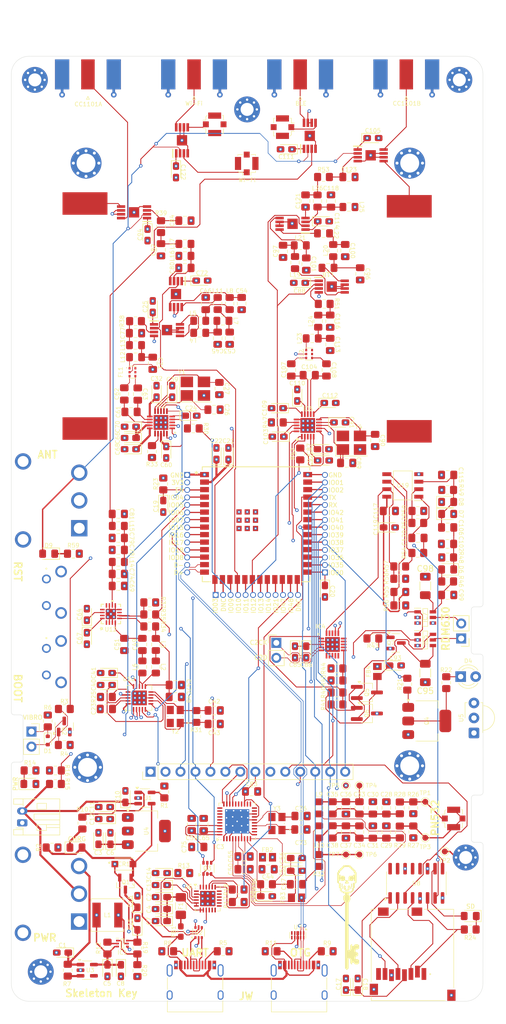
<source format=kicad_pcb>
(kicad_pcb (version 20241229) (generator "pcbnew") (generator_version "9.0")
  (layers (0 "F.Cu" signal) (4 "In1.Cu" power) (6 "In2.Cu" jumper) (2 "B.Cu" signal) (13 "F.Paste" user) (15 "B.Paste" user) (5 "F.SilkS" user "F.Silkscreen") (7 "B.SilkS" user "B.Silkscreen") (1 "F.Mask" user) (3 "B.Mask" user) (25 "Edge.Cuts" user))
  (net 0 "")
  (net 1 "Net-(AE1-A)")
  (net 2 "Net-(AE2-A)")
  (net 3 "Net-(AE3-A)")
  (net 4 "Net-(AE4-A)")
  (net 5 "Net-(AE5-A)")
  (net 6 "Net-(AE6-A)")
  (net 7 "GND")
  (net 8 "+3V3")
  (net 9 "+5V")
  (net 10 "Net-(U6-REGIN)")
  (net 11 "+V_BAT")
  (net 12 "+3.3VA")
  (net 13 "/IO0")
  (net 14 "/EN{slash}RESET")
  (net 15 "Net-(U10-XC1)")
  (net 16 "Net-(U10-XC2)")
  (net 17 "Net-(U10-DVDD)")
  (net 18 "/NRF24_VDD_PA")
  (net 19 "Net-(J7-In)")
  (net 20 "Net-(PWR_SW1-OUT)")
  (net 21 "+V_BAT_5V")
  (net 22 "Net-(FL1-BAL_1)")
  (net 23 "Net-(FL1-BAL_2)")
  (net 24 "Net-(C82-Pad1)")
  (net 25 "Net-(FL2-BAL_1)")
  (net 26 "Net-(FL2-BAL_2)")
  (net 27 "Net-(IC7-NO_(SOURCE1))")
  (net 28 "Net-(D7-K)")
  (net 29 "+V_USB")
  (net 30 "Net-(D1-K)")
  (net 31 "Net-(D2-K)")
  (net 32 "Net-(D4-K)")
  (net 33 "Net-(D5-K)")
  (net 34 "Net-(D6-A)")
  (net 35 "Net-(D6-K)")
  (net 36 "Net-(F1-Pad1)")
  (net 37 "Net-(FL1-UNBAL)")
  (net 42 "Net-(FL2-UNBAL)")
  (net 43 "/PN532_RSTPD_N")
  (net 44 "/PN532_AUX2")
  (net 45 "/PN532_P33")
  (net 46 "/PN532_AUX1")
  (net 47 "/PN532_P30_UART_RX")
  (net 48 "/PN532_P32")
  (net 49 "/PN532_P31_UART_TX")
  (net 50 "/GPIO48_PN532_CS")
  (net 51 "/PN532_SIGOUT")
  (net 52 "/PN532_SIGIN")
  (net 53 "/PN532_IRQ")
  (net 54 "/PN532_RSTOUT_N")
  (net 55 "/PN532_P35")
  (net 56 "/GPIO40_HSPI_MOSI")
  (net 57 "/GPIO41_HSPI_MISO")
  (net 58 "/GPIO39_HSPI_SCK")
  (net 59 "/PN532_P34_SIC_CLK")
  (net 60 "/GPIO8_CC1101A_CS")
  (net 61 "/GPIO17_VSPI_SCK")
  (net 62 "/GPIO15_VSPI_MISO")
  (net 63 "/GPIO16_VSPI_MOSI")
  (net 64 "/GPIO3_CC1101B_CS")
  (net 65 "/RDM630_SIN")
  (net 66 "/GPIO21_RDM630_RX")
  (net 67 "/GPIO14_RDM630_TX")
  (net 68 "/GPIO13_RDM630_CTRL")
  (net 69 "Net-(IC7-COM)")
  (net 70 "/GPIO18_VIBRO")
  (net 71 "/GPIO4_ADC1_3_BAT%")
  (net 72 "/GPIO5_NRF24_CE")
  (net 73 "/GPIO11_CC1101B_GD0")
  (net 74 "/GPIO10_CC1101A_CTRL")
  (net 75 "/GPIO12_CC1101B_CTRL")
  (net 76 "/GPIO6_NRF24_CSN")
  (net 77 "/GPIO9_CC1101A_GD0")
  (net 78 "/GPIO7_NRF24_IRQ")
  (net 79 "/GPIO1_SCREEN_CS")
  (net 80 "/GPIO35_SCREEN_T_IRQ")
  (net 81 "/GPIO47_RDM630_EMULATION")
  (net 82 "/GPIO42_SD_CARD_CS")
  (net 83 "/GPIO36_SCREEN_T_CS")
  (net 84 "/GPIO2_SCREEN_D{slash}C")
  (net 85 "/GPIO38_IR_LED")
  (net 86 "/GPIO37_IR_RECEIVER")
  (net 87 "Net-(U10-ANT1)")
  (net 88 "Net-(U13-RF2)")
  (net 89 "Net-(U13-RF1)")
  (net 91 "/RTS")
  (net 92 "/DTR")
  (net 93 "Net-(Q5-B)")
  (net 94 "Net-(Q7-B)")
  (net 95 "Net-(U1-PROG)")
  (net 96 "Net-(USB_OTG1-CC2)")
  (net 97 "Net-(USB_UART1-CC2)")
  (net 98 "Net-(USB_OTG1-CC1)")
  (net 99 "Net-(USB_UART1-CC1)")
  (net 100 "Net-(U1-STAT)")
  (net 101 "Net-(U6-~{RST})")
  (net 102 "/RX")
  (net 103 "Net-(U6-TXD)")
  (net 104 "/TX")
  (net 105 "Net-(U6-RXD)")
  (net 106 "Net-(U10-IREF)")
  (net 107 "Net-(U13-RFC)")
  (net 109 "Net-(U6-D+)")
  (net 110 "Net-(U6-D-)")
  (net 111 "Net-(U2-I{slash}O2-Pad3)")
  (net 112 "Net-(U2-I{slash}O1-Pad1)")
  (net 113 "/D+")
  (net 114 "/D-")
  (net 115 "Net-(U6-VPP)")
  (net 131 "Net-(AE7-A)")
  (net 132 "Net-(AE8-A)")
  (net 133 "Net-(IC1-VIN)")
  (net 134 "Net-(IC2-DCOUPL)")
  (net 135 "Net-(IC2-XOSC_Q1)")
  (net 136 "Net-(IC2-XOSC_Q2)")
  (net 137 "Net-(C28-Pad1)")
  (net 138 "Net-(C29-Pad2)")
  (net 139 "Net-(C33-Pad2)")
  (net 140 "Net-(C34-Pad1)")
  (net 141 "Net-(C45-Pad1)")
  (net 142 "Net-(C46-Pad1)")
  (net 143 "Net-(U12-TXRX)")
  (net 144 "Net-(C49-Pad1)")
  (net 145 "Net-(IC3-TVDD)")
  (net 146 "Net-(IC3-AVDD)")
  (net 147 "Net-(C53-Pad1)")
  (net 148 "Net-(C57-Pad1)")
  (net 149 "Net-(IC3-RX)")
  (net 150 "Net-(IC3-VMID)")
  (net 151 "Net-(IC2-RF_P)")
  (net 152 "Net-(IC2-RF_N)")
  (net 153 "Net-(U12-ANT)")
  (net 154 "Net-(C71-Pad1)")
  (net 155 "Net-(IC3-OSCIN)")
  (net 156 "Net-(IC3-SVDD)")
  (net 157 "Net-(IC3-OSCOUT)")
  (net 158 "Net-(C77-Pad1)")
  (net 159 "Net-(C78-Pad1)")
  (net 160 "Net-(IC6-DCOUPL)")
  (net 161 "Net-(IC6-XOSC_Q1)")
  (net 162 "Net-(IC6-XOSC_Q2)")
  (net 163 "Net-(Q5-C)")
  (net 164 "Net-(IC5-NC_(SOURCE2))")
  (net 165 "Net-(C96-Pad1)")
  (net 166 "Net-(IC6-RF_P)")
  (net 167 "Net-(IC6-RF_N)")
  (net 168 "Net-(C113-Pad1)")
  (net 169 "Net-(D1-A)")
  (net 170 "Net-(D3-K)")
  (net 171 "Net-(D5-A)")
  (net 172 "Net-(IC1-FB)")
  (net 173 "Net-(IC1-EN)")
  (net 174 "Net-(IC1-SW)")
  (net 176 "Net-(IC2-RBIAS)")
  (net 177 "Net-(IC2-GDO0_(ATEST))")
  (net 178 "Net-(IC3-TX2)")
  (net 181 "Net-(IC3-TX1)")
  (net 185 "Net-(IC4-P0.0)")
  (net 189 "Net-(IC4-P1.2)")
  (net 194 "Net-(U16-RFC)")
  (net 198 "Net-(IC5-NO_(SOURCE1))")
  (net 199 "Net-(IC5-COM)")
  (net 200 "Net-(IC6-RBIAS)")
  (net 201 "Net-(IC6-GDO0_(ATEST))")
  (net 203 "Net-(J3-CLK)")
  (net 205 "Net-(J3-CMD)")
  (net 207 "Net-(J3-CD{slash}DAT3)")
  (net 210 "Net-(J5-In)")
  (net 211 "Net-(J5-Ext)")
  (net 212 "Net-(L2-Pad1)")
  (net 213 "Net-(U11-RF2)")
  (net 214 "Net-(U11-RF1)")
  (net 215 "Net-(U14-RF2)")
  (net 216 "Net-(U14-RF1)")
  (net 217 "Net-(Q2-G)")
  (net 218 "Net-(Q4-B)")
  (net 219 "Net-(Q4-C-Pad2)")
  (net 220 "Net-(U3-EN)")
  (net 221 "Net-(U12-TXEN)")
  (net 222 "Net-(U12-RXEN)")
  (net 235 "/ANT_SWITCH_OUT")
  (net 236 "/NRF24_ANT_OUT")
  (net 237 "/CC1101A_ANT_OUT")
  (net 238 "Net-(C97-Pad1)")
  (net 239 "Net-(C100-Pad1)")
  (net 240 "Net-(U16-RF1)")
  (net 241 "Net-(C116-Pad1)")
  (net 243 "Net-(C120-Pad2)")
  (net 244 "Net-(C120-Pad1)")
  (net 245 "Net-(C121-Pad1)")
  (net 246 "/CC1101B_ANT_OUT")
  (net 247 "Net-(U16-RF2)")
  (net 248 "Net-(U19A--)")
  (net 249 "Net-(U19B-+)")
  (net 250 "Net-(U19B--)")
  (net 251 "/ESP32_PIN16_DNC")
  (net 252 "/ESP32_PIN26_DNC")
  (net 253 "Net-(D9-K)")
  (net 255 "Net-(U11-RFC)")
  (net 256 "Net-(U14-RFC)")
  (net 257 "/C2+")
  (net 258 "/C2-")
  (footprint "Capacitor_Tantalum_SMD:CP_EIA-2012-12_Kemet-R_Pad1.30x1.05mm_HandSolder" (layer "F.Cu") (at 93.6035 84.3392)
    (property "Reference" "C24")
    (property "Value" "0.1u")
  )
  (footprint "TestPoint:TestPoint_Pad_D1.0mm" (layer "F.Cu") (at 119.8825 158.6397)
    (property "Reference" "TP7")
    (property "Value" "RX")
  )
  (footprint "MountingHole:MountingHole_2.2mm_M2_Pad_Via" (layer "F.Cu") (at 68.1235 178.4872)
    (property "Reference" "H1" (hide yes))
    (property "Value" "Hole_Pad")
  )
  (footprint "Resistor_SMD:R_0805_2012Metric_Pad1.20x1.40mm_HandSolder" (layer "F.Cu") (at 94.4925 135.2662 -90)
    (property "Reference" "R31")
    (property "Value" "1M")
  )
  (footprint "LED_SMD:LED_0805_2012Metric_Pad1.15x1.40mm_HandSolder" (layer "F.Cu") (at 66.2795 146.6962)
    (property "Reference" "D3" (hide yes))
    (property "Value" "Power_LED")
  )
  (footprint "Project_Footprints:SOP65P490X106-9N" (layer "F.Cu") (at 91.059 63.754 -90)
    (property "Reference" "U13" (hide yes))
    (property "Value" "PE4251MLI-Z" (hide yes))
  )
  (footprint "Inductor_SMD:L_0805_2012Metric_Pad1.15x1.40mm_HandSolder" (layer "F.Cu") (at 115.062 47.997 90)
    (property "Reference" "L26")
    (property "Value" "2.2n")
  )
  (footprint "Resistor_SMD:R_0805_2012Metric_Pad1.20x1.40mm_HandSolder" (layer "F.Cu") (at 86.6085 117.9942)
    (property "Reference" "R35")
    (property "Value" "1K")
  )
  (footprint "Resistor_SMD:R_0805_2012Metric_Pad1.20x1.40mm_HandSolder" (layer "F.Cu") (at 116.1995 65.4162)
    (property "Reference" "R51")
    (property "Value" "0")
  )
  (footprint "Project_Footprints:SOIC127P600X175-8N" (layer "F.Cu") (at 129.5345 96.1502 180)
    (property "Reference" "U19")
    (property "Value" "LM358" (hide yes))
  )
  (footprint "Capacitor_SMD:C_0805_2012Metric_Pad1.18x1.45mm_HandSolder" (layer "F.Cu") (at 97.5405 136.5362)
    (property "Reference" "C43")
    (property "Value" "22p")
  )
  (footprint "Capacitor_Tantalum_SMD:CP_EIA-2012-12_Kemet-R_Pad1.30x1.05mm_HandSolder" (layer "F.Cu") (at 97.9215 90.7775 90)
    (property "Reference" "C22")
    (property "Value" "10u")
  )
  (footprint "Inductor_SMD:L_0805_2012Metric_Pad1.15x1.40mm_HandSolder" (layer "F.Cu") (at 116.84 59.309)
    (property "Reference" "L18")
    (property "Value" "0")
  )
  (footprint "Capacitor_Tantalum_SMD:CP_EIA-2012-12_Kemet-R_Pad1.30x1.05mm_HandSolder" (layer "F.Cu") (at 88.5775 165.8412 180)
    (property "Reference" "C2")
    (property "Value" "22u")
  )
  (footprint "Inductor_SMD:L_0603_1608Metric_Pad1.05x0.95mm_HandSolder" (layer "F.Cu") (at 91.8795 171.6832 90)
    (property "Reference" "FB1")
    (property "Value" "BLM21PG221")
  )
  (footprint "Resistor_SMD:R_0805_2012Metric_Pad1.20x1.40mm_HandSolder" (layer "F.Cu") (at 132.0905 100.4682)
    (property "Reference" "R50")
    (property "Value" "1k")
  )
  (footprint "Connector_Coaxial:U.FL_Molex_MCRF_73412-0110_Vertical" (layer "F.Cu") (at 109.1235 35.4872 90)
    (property "Reference" "AE6" (hide yes))
    (property "Value" "Antenna_NRF24_IPEX")
  )
  (footprint "Diode_SMD:D_0805_2012Metric_Pad1.15x1.40mm_HandSolder" (layer "F.Cu") (at 137.1385 98.9442)
    (property "Reference" "D8")
    (property "Value" "D")
  )
  (footprint "Inductor_SMD:L_0805_2012Metric_Pad1.15x1.40mm_HandSolder" (layer "F.Cu") (at 92.5775 57.2882)
    (property "Reference" "L16")
    (property "Value" "~")
  )
  (footprint "Crystal:Crystal_SMD_3225-4Pin_3.2x2.5mm_HandSoldering" (layer "F.Cu") (at 94.3555 79.7672)
    (property "Reference" "Y1")
    (property "Value" "26MHz")
  )
  (footprint "Capacitor_SMD:C_0805_2012Metric_Pad1.18x1.45mm_HandSolder" (layer "F.Cu") (at 97.509 83.3232)
    (property "Reference" "C26")
    (property "Value" "9p")
  )
  (footprint "Resistor_SMD:R_0805_2012Metric_Pad1.20x1.40mm_HandSolder" (layer "F.Cu") (at 118.3585 129.1702 180)
    (property "Reference" "R45")
    (property "Value" "1k")
  )
  (footprint "Capacitor_Tantalum_SMD:CP_EIA-2012-12_Kemet-R_Pad1.30x1.05mm_HandSolder" (layer "F.Cu") (at 111.4945 159.2305)
    (property "Reference" "C56")
    (property "Value" "10u")
  )
  (footprint "Inductor_SMD:L_0805_2012Metric_Pad1.15x1.40mm_HandSolder" (layer "F.Cu") (at 85.3545 126.8842 -90)
    (property "Reference" "L6")
    (property "Value" "3.9n")
  )
  (footprint "Capacitor_SMD:C_0805_2012Metric_Pad1.18x1.45mm_HandSolder" (layer "F.Cu") (at 116.5805 76.5922 90)
    (property "Reference" "C108")
    (property "Value" "100p")
  )
  (footprint "Inductor_SMD:L_0805_2012Metric_Pad1.15x1.40mm_HandSolder" (layer "F.Cu") (at 115.1835 68.3372 90)
    (property "Reference" "L24")
    (property "Value" "6.8n")
  )
  (footprint "Package_TO_SOT_SMD:SOT-363_SC-70-6" (layer "F.Cu") (at 96.3725 160.9862 90)
    (property "Reference" "Q3")
    (property "Value" "UMH3N")
  )
  (footprint "Capacitor_SMD:C_0805_2012Metric_Pad1.18x1.45mm_HandSolder" (layer "F.Cu") (at 90.9365 131.9642 180)
    (property "Reference" "C48")
    (property "Value" "4.7p")
  )
  (footprint "Resistor_SMD:R_0805_2012Metric_Pad1.20x1.40mm_HandSolder" (layer "F.Cu") (at 131.3125 150.7282 -90)
    (property "Reference" "R26")
    (property "Value" "NC")
  )
  (footprint "Capacitor_SMD:C_0805_2012Metric_Pad1.18x1.45mm_HandSolder" (layer "F.Cu") (at 100.164 71.2205 -90)
    (property "Reference" "C53")
    (property "Value" "~")
  )
  (footprint "Resistor_SMD:R_0805_2012Metric_Pad1.20x1.40mm_HandSolder" (layer "F.Cu") (at 72.1055 140.0922)
    (property "Reference" "R4")
    (property "Value" "10K")
  )
  (footprint "Project_Footprints:SOP65P490X106-9N" (layer "F.Cu") (at 124.079 40.259)
    (property "Reference" "U17" (hide yes))
    (property "Value" "PE4251MLI-Z" (hide yes))
  )
  (footprint "Inductor_SMD:L_0805_2012Metric_Pad1.15x1.40mm_HandSolder" (layer "F.Cu") (at 112.141 55.499)
    (property "Reference" "L21")
    (property "Value" "2.7n")
  )
  (footprint "Inductor_SMD:L_0805_2012Metric_Pad1.15x1.40mm_HandSolder" (layer "F.Cu") (at 120.396 49.013 180)
    (property "Reference" "L25")
    (property "Value" "~")
  )
  (footprint "Capacitor_SMD:C_0805_2012Metric_Pad1.18x1.45mm_HandSolder" (layer "F.Cu") (at 90.9365 129.9322 180)
    (property "Reference" "C47")
    (property "Value" "2.2n")
  )
  (footprint "Resistor_SMD:R_0805_2012Metric_Pad1.20x1.40mm_HandSolder" (layer "F.Cu") (at 118.3585 127.1382)
    (property "Reference" "R44")
    (property "Value" "1k")
  )
  (footprint "Capacitor_Tantalum_SMD:CP_EIA-2012-12_Kemet-R_Pad1.30x1.05mm_HandSolder" (layer "F.Cu") (at 83.3165 90.0155 180)
    (property "Reference" "C68")
    (property "Value" "0.1u")
  )
  (footprint "Capacitor_Tantalum_SMD:CP_EIA-2012-12_Kemet-R_Pad1.30x1.05mm_HandSolder" (layer "F.Cu") (at 87.7615 80.2365 90)
    (property "Reference" "C32")
    (property "Value" "0.1u")
  )
  (footprint "Project_Footprints:QFN50P400X400X100-21N-D" (layer "F.Cu") (at 117.5965 123.0742)
    (property "Reference" "IC4")
    (property "Value" "C8051F330-GM" (hide yes))
  )
  (footprint "Inductor_SMD:L_0805_2012Metric_Pad1.15x1.40mm_HandSolder" (layer "F.Cu") (at 81.2745 103.0082 180)
    (property "Reference" "L15")
    (property "Value" "2.4n")
  )
  (footprint "Capacitor_SMD:C_0805_2012Metric_Pad1.18x1.45mm_HandSolder" (layer "F.Cu") (at 113.6595 77.4812)
    (property "Reference" "C104")
    (property "Value" "0.6p")
  )
  (footprint "Capacitor_Tantalum_SMD:CP_EIA-2012-12_Kemet-R_Pad1.30x1.05mm_HandSolder" (layer "F.Cu") (at 86.233 53.721 -90)
    (property "Reference" "C94")
    (property "Value" "0.1u")
  )
  (footprint "Capacitor_SMD:C_0805_2012Metric_Pad1.18x1.45mm_HandSolder" (layer "F.Cu") (at 97.5405 134.2502)
    (property "Reference" "C42")
    (property "Value" "22p")
  )
  (footprint "TestPoint:TestPoint_Pad_D1.0mm" (layer "F.Cu") (at 133.3445 155.8082)
    (property "Reference" "TP3")
    (property "Value" "TX2_PRE")
  )
  (footprint "Project_Footprints:QFN50P400X400X100-21N-D" (layer "F.Cu") (at 113.4055 85.9902 90)
    (property "Reference" "IC6")
    (property "Value" "CC1101RGPR" (hide yes))
  )
  (footprint "Project_Footprints:118250272" (layer "F.Cu") (at 69.0825 111.9862 -90)
    (property "Reference" "RESET1" (hide yes))
    (property "Value" "1-1825027-2" (hide yes))
  )
  (footprint "Capacitor_Tantalum_SMD:CP_EIA-2012-12_Kemet-R_Pad1.30x1.05mm_HandSolder" (layer "F.Cu") (at 88.5775 169.9052 180)
    (property "Reference" "C7")
    (property "Value" "4u7")
  )
  (footprint "Connector_PinSocket_1.27mm:PinSocket_1x14_P1.27mm_Vertical" (layer "F.Cu") (at 116.3265 110.8822 180)
    (property "Reference" "J10" (hide yes))
    (property "Value" "Conn_01x14")
  )
  (footprint "Capacitor_SMD:C_0805_2012Metric_Pad1.18x1.45mm_HandSolder" (layer "F.Cu") (at 109.22 56.515 -90)
    (property "Reference" "C97")
    (property "Value" "8.2p")
  )
  (footprint "Capacitor_Tantalum_SMD:CP_EIA-2012-12_Kemet-R_Pad1.30x1.05mm_HandSolder" (layer "F.Cu") (at 88.5775 167.8732 180)
    (property "Reference" "C4")
    (property "Value" "100n")
  )
  (footprint "OptoDevice:Vishay_MINICAST-3Pin" (layer "F.Cu") (at 141.5985 138.0602 90)
    (property "Reference" "U5")
    (property "Value" "TSOP382xx")
  )
  (footprint "Capacitor_SMD:C_0805_2012Metric_Pad1.18x1.45mm_HandSolder" (layer "F.Cu") (at 113.03 47.997 -90)
    (property "Reference" "C121")
    (property "Value" "~")
  )
  (footprint "Resistor_SMD:R_0805_2012Metric_Pad1.20x1.40mm_HandSolder" (layer "F.Cu") (at 84.5135 178.2872 -90)
    (property "Reference" "R20")
    (property "Value" "100k")
  )
  (footprint "Capacitor_SMD:C_0805_2012Metric_Pad1.18x1.45mm_HandSolder" (layer "F.Cu") (at 85.3545 123.0742 90)
    (property "Reference" "C49")
    (property "Value" "1.5p")
  )
  (footprint "Capacitor_SMD:C_0805_2012Metric_Pad1.18x1.45mm_HandSolder" (layer "F.Cu") (at 126.7405 154.8242 -90)
    (property "Reference" "C29")
    (property "Value" "NC")
  )
  (footprint "Capacitor_SMD:C_0805_2012Metric_Pad1.18x1.45mm_HandSolder" (layer "F.Cu") (at 137.1385 114.6922)
    (property "Reference" "C99")
    (property "Value" "~")
  )
  (footprint "Package_TO_SOT_SMD:TSOT-23_HandSoldering" (layer "F.Cu") (at 123.4385 131.2022)
    (property "Reference" "Q5")
    (property "Value" "Q_NPN_BEC")
  )
  (footprint "Package_DFN_QFN:QFN-24-1EP_4x4mm_P0.5mm_EP2.6x2.6mm" (layer "F.Cu") (at 96.4515 166.0952)
    (property "Reference" "U6")
    (property "Value" "CP2104")
  )
  (footprint "Connector_USB:USB_C_Receptacle_HRO_TYPE-C-31-M-12" (layer "F.Cu") (at 111.9435 181.3872)
    (property "Reference" "USB_OTG1" (hide yes))
    (property "Value" "USB_C_Receptacle_USB2.0_16P")
  )
  (footprint "Resistor_SMD:R_0805_2012Metric_Pad1.20x1.40mm_HandSolder" (layer "F.Cu") (at 73.6545 107.7072)
    (property "Reference" "R59")
    (property "Value" "1.5K")
  )
  (footprint "Capacitor_Tantalum_SMD:CP_EIA-2012-12_Kemet-R_Pad1.30x1.05mm_HandSolder" (layer "F.Cu") (at 87.1165 65.8855 90)
    (property "Reference" "C25")
    (property "Value" "0.1u")
  )
  (footprint "Connector_USB:USB_C_Receptacle_HRO_TYPE-C-31-M-12" (layer "F.Cu") (at 94.3035 181.3872)
    (property "Reference" "USB_UART1" (hide yes))
    (property "Value" "USB_C_Receptacle_USB2.0_16P")
  )
  (footprint "Project_Footprints:SOTFL50P160X60-6N" (layer "F.Cu") (at 81.9735 173.7152)
    (property "Reference" "IC1")
    (property "Value" "TPS61023DRLT" (hide yes))
  )
  (footprint "Inductor_SMD:L_0805_2012Metric_Pad1.15x1.40mm_HandSolder" (layer "F.Cu") (at 115.3105 150.7442 -90)
    (property "Reference" "L9")
    (property "Value" "560n")
  )
  (footprint "Inductor_SMD:L_0805_2012Metric_Pad1.15x1.40mm_HandSolder" (layer "F.Cu") (at 116.078 53.467 180)
    (property "Reference" "L22")
    (property "Value" "56n")
  )
  (footprint "Capacitor_SMD:C_0805_2012Metric_Pad1.18x1.45mm_HandSolder" (layer "F.Cu") (at 92.5775 51.3192)
    (property "Reference" "C84")
    (property "Value" "~")
  )
  (footprint "Capacitor_SMD:C_0805_2012Metric_Pad1.18x1.45mm_HandSolder" (layer "F.Cu") (at 117.5965 154.8082 -90)
    (property "Reference" "C38")
    (property "Value" "NC")
  )
  (footprint "Resistor_SMD:R_0805_2012Metric_Pad1.20x1.40mm_HandSolder" (layer "F.Cu") (at 70.6065 144.4102 180)
    (property "Reference" "R16")
    (property "Value" "10K")
  )
  (footprint "Resistor_SMD:R_0805_2012Metric_Pad1.20x1.40mm_HandSolder" (layer "F.Cu") (at 130.2965 129.7972 90)
    (property "Reference" "R21")
    (property "Value" "330")
  )
  (footprint "Capacitor_SMD:C_0805_2012Metric_Pad1.18x1.45mm_HandSolder" (layer "F.Cu") (at 81.2745 113.1682)
    (property "Reference" "C69")
    (property "Value" "0.3p")
  )
  (footprint "Capacitor_SMD:C_0805_2012Metric_Pad1.18x1.45mm_HandSolder" (layer "F.Cu") (at 106.6845 161.1355 180)
    (property "Reference" "C44")
    (property "Value" "0.1u")
  )
  (footprint "Inductor_SMD:L_0805_2012Metric_Pad1.15x1.40mm_HandSolder" (layer "F.Cu") (at 98.132 65.357 90)
    (property "Reference" "L11")
    (property "Value" "56n")
  )
  (footprint "Resistor_SMD:R_0805_2012Metric_Pad1.20x1.40mm_HandSolder" (layer "F.Cu") (at 101.6045 164.5645)
    (property "Reference" "R18")
    (property "Value" "22R")
  )
  (footprint "Project_Footprints:XDCR_ANT-433-HESM" (layer "F.Cu") (at 130.6235 67.9372 -90)
    (property "Reference" "AE4" (hide yes))
    (property "Value" "Antenna_CC1101B_PCB")
  )
  (footprint "Capacitor_Tantalum_SMD:CP_EIA-2012-12_Kemet-R_Pad1.30x1.05mm_HandSolder" (layer "F.Cu") (at 88.5775 161.7772 180)
    (property "Reference" "C14")
    (property "Value" "100n")
  )
  (footprint "Resistor_SMD:R_0805_2012Metric_Pad1.20x1.40mm_HandSolder" (layer "F.Cu") (at 116.078 43.933 180)
    (property "Reference" "R53")
    (property "Value" "0")
  )
  (footprint "Capacitor_Tantalum_SMD:CP_EIA-2012-12_Kemet-R_Pad1.30x1.05mm_HandSolder" (layer "F.Cu") (at 119.8825 180.6052 90)
    (property "Reference" "C17")
    (property "Value" "0.1u")
  )
  (footprint "Capacitor_SMD:C_0805_2012Metric_Pad1.18x1.45mm_HandSolder" (layer "F.Cu") (at 81.2745 100.9762)
    (property "Reference" "C81")
    (property "Value" "1.5p")
  )
  (footprint "Project_Footprints:XDCR_ANT-433-HESM" (layer "F.Cu") (at 75.6235 67.4672 90)
    (property "Reference" "AE2" (hide yes))
    (property "Value" "Antenna_CC1101A_PCB")
  )
  (footprint "Capacitor_SMD:C_0805_2012Metric_Pad1.18x1.45mm_HandSolder" (layer "F.Cu") (at 124.8355 88.5302 -90)
    (property "Reference" "C90")
    (property "Value" "9p")
  )
  (footprint "Project_Footprints:SOP65P490X106-9N" (layer "F.Cu") (at 117.475 62.484)
    (property "Reference" "U14" (hide yes))
    (property "Value" "PE4251MLI-Z" (hide yes))
  )
  (footprint "Project_Footprints:4.0_TFT_Display" (layer "F.Cu") (at 72.3824 38.5797)
    (property "Reference" "SCREEN1" (hide yes))
    (property "Value" "~")
  )
  (footprint "Capacitor_Tantalum_SMD:CP_EIA-2012-12_Kemet-R_Pad1.30x1.05mm_HandSolder" (layer "F.Cu") (at 88.5775 163.8092 180)
    (property "Reference" "C13")
    (property "Value" "22u")
  )
  (footprint "Inductor_SMD:L_0805_2012Metric_Pad1.15x1.40mm_HandSolder" (layer "F.Cu") (at 84.1955 72.4012 180)
    (property "Reference" "L13")
    (property "Value" "6.8n")
  )
  (footprint "Project_Footprints:SOT95P284X110-6N" (layer "F.Cu") (at 133.3445 118.5022)
    (property "Reference" "IC7")
    (property "Value" "DG2001EDV-T1-GE3" (hide yes))
  )
  (footprint "Capacitor_SMD:C_0805_2012Metric_Pad1.18x1.45mm_HandSolder" (layer "F.Cu") (at 137.1385 94.3722 180)
    (property "Reference" "C115")
    (property "Value" "1n")
  )
  (footprint "Resistor_SMD:R_0805_2012Metric_Pad1.20x1.40mm_HandSolder" (layer "F.Cu") (at 132.0745 107.5802)
    (property "Reference" "R54")
    (property "Value" "1k")
  )
  (footprint "Capacitor_SMD:C_0805_2012Metric_Pad1.18x1.45mm_HandSolder" (layer "F.Cu") (at 79.2525 133.9962)
    (property "Reference" "C23")
    (property "Value" "33n")
  )
  (footprint "Package_TO_SOT_SMD:SOT-23" (layer "F.Cu") (at 128.343 122.8202)
    (property "Reference" "Q7")
    (property "Value" "MMBT5551L")
  )
  (footprint "7M-27.120MAAJ-T:XTAL_7M-27.120MAAJ-T" (layer "F.Cu") (at 90.9365 135.2662 180)
    (property "Reference" "Y2")
    (property "Value" "16M")
  )
  (footprint "Resistor_SMD:R_0805_2012Metric_Pad1.20x1.40mm_HandSolder" (layer "F.Cu") (at 137.1385 96.9122 180)
    (property "Reference" "R49")
    (property "Value" "1M")
  )
  (footprint "Capacitor_SMD:C_1206_3216Metric_Pad1.33x1.80mm_HandSolder" (layer "F.Cu") (at 133.3445 113.1682 90)
    (property "Reference" "C98")
    (property "Value" "3.3n")
  )
  (footprint "Package_TO_SOT_SMD:TSOT-23_HandSoldering" (layer "F.Cu") (at 123.4385 134.7582)
    (property "Reference" "Q6")
    (property "Value" "Q_PNP_BEC")
  )
  (footprint "Resistor_SMD:R_0805_2012Metric_Pad1.20x1.40mm_HandSolder" (layer "F.Cu") (at 118.3585 131.2022)
    (property "Reference" "R40")
    (property "Value" "1k")
  )
  (footprint "Capacitor_Tantalum_SMD:CP_EIA-2012-12_Kemet-R_Pad1.30x1.05mm_HandSolder" (layer "F.Cu") (at 90.4185 80.2365 90)
    (property "Reference" "C39")
    (property "Value" "0.1u")
  )
  (footprint "Capacitor_SMD:C_0805_2012Metric_Pad1.18x1.45mm_HandSolder" (layer "F.Cu") (at 119.8825 150.7442 -90)
    (property "Reference" "C36")
    (property "Value" "220p")
  )
  (footprint "Resistor_SMD:R_0805_2012Metric_Pad1.20x1.40mm_HandSolder" (layer "F.Cu") (at 131.3125 154.8082 90)
    (property "Reference" "R27")
    (property "Value" "NC")
  )
  (footprint "Capacitor_Tantalum_SMD:CP_EIA-2012-12_Kemet-R_Pad1.30x1.05mm_HandSolder" (layer "F.Cu") (at 83.3165 88.1105 180)
    (property "Reference" "C66")
    (property "Value" "0.1u")
  )
  (footprint "Capacitor_Tantalum_SMD:CP_EIA-2012-12_Kemet-R_Pad1.30x1.05mm_HandSolder" (layer "F.Cu") (at 95.463 61.468)
    (property "Reference" "C72")
    (property "Value" "0.1u")
  )
  (footprint "Capacitor_Tantalum_SMD:CP_EIA-2012-12_Kemet-R_Pad1.30x1.05mm_HandSolder" (layer "F.Cu") (at 118.8355 85.4822)
    (property "Reference" "C91")
    (property "Value" "0.1u")
  )
  (footprint "Capacitor_Tantalum_SMD:CP_EIA-2012-12_Kemet-R_Pad1.30x1.05mm_HandSolder" (layer "F.Cu") (at 84.5135 166.6032 90)
    (property "Reference" "C16")
    (property "Value" "22u")
  )
  (footprint "Resistor_SMD:R_0805_2012Metric_Pad1.20x1.40mm_HandSolder" (layer "F.Cu") (at 124.4545 122.0582)
    (property "Reference" "R43")
    (property "Value" "10K")
  )
  (footprint "Capacitor_Tantalum_SMD:CP_EIA-2012-12_Kemet-R_Pad1.30x1.05mm_HandSolder" (layer "F.Cu") (at 79.4335 178.2872 -90)
    (property "Reference" "C5")
    (property "Value" "1u")
  )
  (footprint "Diode_SMD:D_SOD-523" (layer "F.Cu") (at 69.3115 139.3302 -90)
    (property "Reference" "D1")
    (property "Value" "1N4148WT")
  )
  (footprint "MountingHole:MountingHole_2.2mm_M2_Pad_Via" (layer "F.Cu") (at 67.1235 27.4872)
    (property "Reference" "H3" (hide yes))
    (property "Value" "Hole_Pad")
  )
  (footprint "Project_Footprints:B0310J50100AHF" (layer "F.Cu") (at 113.6465 73.9002 -90)
    (property "Reference" "FL2")
    (property "Value" "B0310J50100AHF" (hide yes))
  )
  (footprint "Capacitor_SMD:C_0805_2012Metric_Pad1.18x1.45mm_HandSolder" (layer "F.Cu") (at 88.5135 56.2507 -90)
    (property "Reference" "C82")
    (property "Value" "~")
  )
  (footprint "Capacitor_SMD:C_0805_2012Metric_Pad1.18x1.45mm_HandSolder" (layer "F.Cu") (at 127.2485 100.4682)
    (property "Reference" "C117")
    (property "Value" "100n")
  )
  (footprint "Fuse:Fuse_1206_3216Metric_Pad1.42x1.75mm_HandSolder" (layer "F.Cu") (at 91.8795 167.3652 90)
    (property "Reference" "F1")
    (property "Value" "Polyfuse 1A")
  )
  (footprint "Capacitor_SMD:C_0805_2012Metric_Pad1.18x1.45mm_HandSolder" (layer "F.Cu") (at 120.0095 92.3402)
    (property "Reference" "C89")
    (property "Value" "9p")
  )
  (footprint "Resistor_SMD:R_0805_2012Metric_Pad1.20x1.40mm_HandSolder" (layer "F.Cu") (at 86.6085 120.0262)
    (property "Reference" "R34")
    (property "Value" "1K")
  )
  (footprint "Package_TO_SOT_SMD:SOT-666" (layer "F.Cu") (at 94.898 171.8492 90)
    (property "Reference" "U2")
    (property "Value" "USBLC6-2P6")
  )
  (footprint "Resistor_SMD:R_0805_2012Metric_Pad1.20x1.40mm_HandSolder" (layer "F.Cu") (at 88.5135 52.3352 -90)
    (property "Reference" "R39")
    (property "Value" "0")
  )
  (footprint "Capacitor_SMD:C_0805_2012Metric_Pad1.18x1.45mm_HandSolder" (layer "F.Cu") (at 132.096 105.0402)
    (property "Reference" "C120")
    (property "Value" "4.7u")
  )
  (footprint "Inductor_SMD:L_0805_2012Metric_Pad1.15x1.40mm_HandSolder" (layer "F.Cu") (at 111.252 58.42 90)
    (property "Reference" "L19")
    (property "Value" "0")
  )
  (footprint "Capacitor_SMD:C_0805_2012Metric_Pad1.18x1.45mm_HandSolder" (layer "F.Cu") (at 137.117 106.0562 180)
    (property "Reference" "C102")
    (property "Value" "1n")
  )
  (footprint "Crystal:Crystal_SMD_3225-4Pin_3.2x2.5mm_HandSoldering" (layer "F.Cu") (at 120.8245 88.9182)
    (property "Reference" "Y4")
    (property "Value" "26MHz")
  )
  (footprint "Capacitor_Tantalum_SMD:CP_EIA-2012-12_Kemet-R_Pad1.30x1.05mm_HandSolder" (layer "F.Cu") (at 84.5135 170.4132 90)
    (property "Reference" "C15")
    (property "Value" "22u")
  )
  (footprint "Inductor_SMD:L_0805_2012Metric_Pad1.15x1.40mm_HandSolder" (layer "F.Cu") (at 95.084 70.31)
    (property "Reference" "L4")
    (property "Value" "0")
  )
  (footprint "Resistor_SMD:R_0805_2012Metric_Pad1.20x1.40mm_HandSolder" (layer "F.Cu") (at 101.6145 166.6848)
    (property "Reference" "R17")
    (property "Value" "22R")
  )
  (footprint "Capacitor_Tantalum_SMD:CP_EIA-2012-12_Kemet-R_Pad1.30x1.05mm_HandSolder" (layer "F.Cu") (at 78.9255 150.6012 180)
    (property "Reference" "C11")
    (property "Value" "10u")
  )
  (footprint "Capacitor_Tantalum_SMD:CP_EIA-2012-12_Kemet-R_Pad1.30x1.05mm_HandSolder" (layer "F.Cu") (at 75.9405 122.0582 -90)
    (property "Reference" "C67")
    (property "Value" "0.1u")
  )
  (footprint "Capacitor_SMD:C_0805_2012Metric_Pad1.18x1.45mm_HandSolder" (layer "F.Cu") (at 98.132 71.2205 -90)
    (property "Reference" "C45")
    (property "Value" "~")
  )
  (footprint "Connector_Coaxial:U.FL_Molex_MCRF_73412-0110_Vertical" (layer "F.Cu") (at 103.0555 41.6352)
    (property "Reference" "J7" (hide yes))
    (property "Value" "Wi-Fi_ANT_Coax")
  )
  (footprint "Capacitor_SMD:C_0805_2012Metric_Pad1.18x1.45mm_HandSolder" (layer "F.Cu") (at 81.2745 107.0722 180)
    (property "Reference" "C78")
    (property "Value" "1.5p")
  )
  (footprint "Package_DFN_QFN:HVQFN-40-1EP_6x6mm_P0.5mm_EP4.1x4.1mm_ThermalVias" (layer "F.Cu") (at 101.4325 153.0242 90)
    (property "Reference" "IC3")
    (property "Value" "PN5321A3HN_C106,55")
  )
  (footprint "Capacitor_Tantalum_SMD:CP_EIA-2012-12_Kemet-R_Pad1.30x1.05mm_HandSolder" (layer "F.Cu") (at 79.9415 155.9352 90)
    (property "Reference" "C6")
    (property "Value" "0.1u")
  )
  (footprint "Capacitor_Tantalum_SMD:CP_EIA-2012-12_Kemet-R_Pad1.30x1.05mm_HandSolder" (layer "F.Cu") (at 116.0725 91.9205)
    (property "Reference" "C92")
    (property "Value" "0.1u")
  )
  (footprint "Capacitor_Tantalum_SMD:CP_EIA-2012-12_Kemet-R_Pad1.30x1.05mm_HandSolder" (layer "F.Cu") (at 83.3165 86.2055 180)
    (property "Reference" "C70")
    (property "Value" "0.1u")
  )
  (footprint "Capacitor_SMD:C_0805_2012Metric_Pad1.18x1.45mm_HandSolder" (layer "F.Cu") (at 102.196 65.357 -90)
    (property "Reference" "C54")
    (property "Value" "~")
  )
  (footprint "Resistor_SMD:R_0805_2012Metric_Pad1.20x1.40mm_HandSolder" (layer "F.Cu") (at 84.5135 174.4772 -90)
    (property "Reference" "R19")
    (property "Value" "732k")
  )
  (footprint "Capacitor_SMD:C_0805_2012Metric_Pad1.18x1.45mm_HandSolder" (layer "F.Cu") (at 126.7405 150.7442 90)
    (property "Reference" "C28")
    (property "Value" "NC")
  )
  (footprint "Resistor_SMD:R_0805_2012Metric_Pad1.20x1.40mm_HandSolder" (layer "F.Cu") (at 108.2495 85.4822 180)
    (property "Reference" "R47")
    (property "Value" "56K")
  )
  (footprint "Capacitor_SMD:C_0805_2012Metric_Pad1.18x1.45mm_HandSolder" (layer "F.Cu") (at 119.761 56.388 -90)
    (property "Reference" "C100")
    (property "Value" "~")
  )
  (footprint "TestPoint:TestPoint_Pad_D1.0mm" (layer "F.Cu") (at 122.1685 158.6397)
    (property "Reference" "TP6")
    (property "Value" "TX2_POST")
  )
  (footprint "LED_SMD:LED_0805_2012Metric_Pad1.15x1.40mm_HandSolder" (layer "F.Cu") (at 140.9645 169.0482 180)
    (property "Reference" "D5" (hide yes))
    (property "Value" "SD_ACT_LED")
  )
  (footprint "TestPoint:TestPoint_Pad_D1.0mm" (layer "F.Cu") (at 119.8825 146.9557)
    (property "Reference" "TP5")
    (property "Value" "TGND")
  )
  (footprint "Capacitor_Tantalum_SMD:CP_EIA-2012-12_Kemet-R_Pad1.30x1.05mm_HandSolder" (layer "F.Cu") (at 89.4025 90.5235 -90)
    (property "Reference" "C60")
    (property "Value" "0.1u")
  )
  (footprint "Ferrite:BEADC2012X145N" (layer "F.Cu") (at 106.5805 159.1035 180)
    (property "Reference" "FB2")
    (property "Value" "FerriteBead" (hide yes))
  )
  (footprint "Capacitor_SMD:C_0805_2012Metric_Pad1.18x1.45mm_HandSolder" (layer "F.Cu") (at 92.5775 59.3202)
    (property "Reference" "C80")
    (property "Value" "~")
  )
  (footprint "Capacitor_Tantalum_SMD:CP_EIA-2012-12_Kemet-R_Pad1.30x1.05mm_HandSolder" (layer "F.Cu") (at 128.2645 126.6302)
    (property "Reference" "C93")
    (property "Value" "0.1u")
  )
  (footprint "DGM3415U:SOT95P240X105-3N" (layer "F.Cu") (at 82.4815 163.5552 -90)
    (property "Reference" "Q1")
    (property "Value" "DMG3415U")
  )
  (footprint "Connector_Coaxial:SMA_Molex_73251-1153_EdgeMount_Horizontal" (layer "F.Cu") (at 94.1235 28.2772 -90)
    (property "Reference" "AE7" (hide yes))
    (property "Value" "Antenna_Wi-Fi_SMA")
  )
  (footprint "Capacitor_Tantalum_SMD:CP_EIA-2012-12_Kemet-R_Pad1.30x1.05mm_HandSolder" (layer "F.Cu") (at 111.6275 80.8715 90)
    (property "Reference" "C110")
    (property "Value" "0.1u")
  )
  (footprint "Capacitor_Tantalum_SMD:CP_EIA-2012-12_Kemet-R_Pad1.30x1.05mm_HandSolder" (layer "F.Cu") (at 116.0315 90.0155)
    (property "Reference" "C87")
    (property "Value" "0.1u")
  )
  (footprint "Resistor_SMD:R_0805_2012Metric_Pad1.20x1.40mm_HandSolder" (layer "F.Cu") (at 79.4335 174.4772 -90)
    (property "Reference" "R12")
    (property "Value" "100k")
  )
  (footprint "Capacitor_Tantalum_SMD:CP_EIA-2012-12_Kemet-R_Pad1.30x1.05mm_HandSolder" (layer "F.Cu") (at 106.4145 165.7075)
    (property "Reference" "C58")
    (property "Value" "0.1u")
  )
  (footprint "LED_THT:LED_D3.0mm_IRBlack" (layer "F.Cu") (at 139.3485 128.5202)
    (property "Reference" "D4")
    (property "Value" "IR204A")
  )
  (footprint "Connector_Coaxial:U.FL_Molex_MCRF_73412-0110_Vertical" (layer "F.Cu") (at 138.1565 152.5382 -90)
    (property "Reference" "J5" (hide yes))
    (property "Value" "PN532_Antenna_Coax")
  )
  (footprint "Resistor_SMD:R_0805_2012Metric_Pad1.20x1.40mm_HandSolder" (layer "F.Cu") (at 88.9045 95.8962 -90)
    (property "Reference" "R23")
    (property "Value" "10K")
  )
  (footprint "Resistor_SMD:R_0805_2012Metric_Pad1.20x1.40mm_HandSolder" (layer "F.Cu") (at 70.6065 146.6962)
    (property "Reference" "R15")
    (property "Value" "10K")
  )
  (footprint "Resistor_SMD:R_0805_2012Metric_Pad1.20x1.40mm_HandSolder" (layer "F.Cu") (at 132.0745 102.5002 180)
    (property "Reference" "R52")
    (property "Value" "1M")
  )
  (footprint "Capacitor_SMD:C_0805_2012Metric_Pad1.18x1.45mm_HandSolder" (layer "F.Cu") (at 96.1 65.357 90)
    (property "Reference" "C46")
    (property "Value" "8.2p")
  )
  (footprint "Diode_SMD:D_0805_2012Metric_Pad1.15x1.40mm_HandSolder" (layer "F.Cu") (at 137.1385 110.3742 180)
    (property "Reference" "D6")
    (property "Value" "D")
  )
  (footprint "TestPoint:TestPoint_Pad_D1.0mm" (layer "F.Cu") (at 136.6465 158.1262)
    (property "Reference" "TP2")
    (property "Value" "TGND")
  )
  (footprint "Project_Footprints:SOT95P284X110-6N" (layer "F.Cu") (at 133.3445 122.3122)
    (property "Reference" "IC5")
    (property "Value" "DG2001EDV-T1-GE3" (hide yes))
  )
  (footprint "Resistor_SMD:R_0805_2012Metric_Pad1.20x1.40mm_HandSolder" (layer "F.Cu") (at 106.4145 163.6755)
    (property "Reference" "R36")
    (property "Value" "1K")
  )
  (footprint "Capacitor_SMD:C_0805_2012Metric_Pad1.18x1.45mm_HandSolder" (layer "F.Cu") (at 111.4945 163.6755 180)
    (property "Reference" "C57")
    (property "Value" "1000p")
  )
  (footprint "Capacitor_SMD:C_0805_2012Metric_Pad1.18x1.45mm_HandSolder" (layer "F.Cu") (at 120.396 43.933)
    (property "Reference" "C123")
    (property "Value" "~")
  )
  (footprint "MountingHole:MountingHole_2.2mm_M2_Pad_Via" (layer "F.Cu") (at 140.2025 159.1422)
    (property "Reference" "H2" (hide yes))
    (property "Value" "Hole_Pad")
  )
  (footprint "Connector_JST:JST_PH_S2B-PH-K_1x02_P2.00mm_Horizontal" (layer "F.Cu") (at 64.987 153.273 90)
    (property "Reference" "JSTPH1" (hide yes))
    (property "Value" "Battery Plug")
  )
  (footprint "Capacitor_SMD:C_0805_2012Metric_Pad1.18x1.45mm_HandSolder" (layer "F.Cu") (at 117.2155 68.3372 -90)
    (property "Reference" "C116")
    (property "Value" "1.2p")
  )
  (footprint "Capacitor_Tantalum_SMD:CP_EIA-2012-12_Kemet-R_Pad1.30x1.05mm_HandSolder" (layer "F.Cu") (at 71.8135 175.2392 180)
    (property "Reference" "C1")
    (property "Value" "1u")
  )
  (footprint "Inductor_SMD:L_Changjiang_FNR5045S" (layer "F.Cu") (at 79.4335 168.8892)
    (property "Reference" "L1")
    (property "Value" "1u")
  )
  (footprint "Resistor_SMD:R_0805_2012Metric_Pad1.20x1.40mm_HandSolder" (layer "F.Cu") (at 129.0265 114.1842 180)
    (property "Reference" "R55")
    (property "Value" "1k")
  )
  (footprint "Capacitor_SMD:C_0805_2012Metric_Pad1.18x1.45mm_HandSolder" (layer "F.Cu") (at 117.348 47.997 -90)
    (property "Reference" "C118")
    (property "Value" "~")
  )
  (footprint "Inductor_SMD:L_0805_2012Metric_Pad1.15x1.40mm_HandSolder" (layer "F.Cu") (at 99.021 68.278)
    (property "Reference" "L7")
    (property "Value" "0")
  )
  (footprint "Capacitor_Tantalum_SMD:CP_EIA-2012-12_Kemet-R_Pad1.30x1.05mm_HandSolder" (layer "F.Cu") (at 77.9095 155.9352 90)
    (property "Reference" "C3")
    (property "Value" "10u")
  )
  (footprint "Connector_PinSocket_2.54mm:PinSocket_1x02_P2.54mm_Vertical" (layer "F.Cu") (at 66.5425 137.8262)
    (property "Reference" "J1" (hide yes))
    (property "Value" "Conn_01x02")
  )
  (footprint "Resistor_SMD:R_0805_2012Metric_Pad1.20x1.40mm_HandSolder" (layer "F.Cu") (at 89.0855 148.0452 90)
    (property "Reference" "R1")
    (property "Value" "4.7K")
  )
  (footprint "Capacitor_Tantalum_SMD:CP_EIA-2012-12_Kemet-R_Pad1.30x1.05mm_HandSolder" (layer "F.Cu") (at 127.2485 103.2622)
    (property "Reference" "C119")
    (property "Value" "10u")
  )
  (footprint "Capacitor_Tantalum_SMD:CP_EIA-2012-12_Kemet-R_Pad1.30x1.05mm_HandSolder" (layer "F.Cu") (at 113.157 124.3442 -90)
    (property "Reference" "C86")
    (property "Value" "10u")
  )
  (footprint "Capacitor_SMD:C_0805_2012Metric_Pad1.18x1.45mm_HandSolder" (layer "F.Cu") (at 82.2905 80.6562 90)
    (property "Reference" "C62")
    (property "Value" "100p")
  )
  (footprint "Project_Footprints:SOP65P490X106-9N" (layer "F.Cu") (at 110.83 51.857 180)
    (property "Reference" "U16" (hide yes))
    (property "Value" "PE4251MLI-Z" (hide yes))
  )
  (footprint "Package_DFN_QFN:QFN-20-1EP_4x4mm_P0.5mm_EP2.5x2.5mm" (layer "F.Cu") (at 84.8625 132.1237 90)
    (property "Reference" "U10")
    (property "Value" "nRF24L01P")
  )
  (footprint "Inductor_SMD:L_0805_2012Metric_Pad1.15x1.40mm_HandSolder" (layer "F.Cu") (at 117.729 56.388 90)
    (property "Reference" "L20")
    (property "Value" "0")
  )
  (footprint "Capacitor_Tantalum_SMD:CP_EIA-2012-12_Kemet-R_Pad1.30x1.05mm_HandSolder" (layer "F.Cu") (at 112.014 61.849 180)
    (property "Reference" "C88")
    (property "Value" "0.1u")
  )
  (footprint "Capacitor_SMD:C_0805_2012Metric_Pad1.18x1.45mm_HandSolder" (layer "F.Cu") (at 122.1685 150.7442 90)
    (property "Reference" "C33")
    (property "Value" "22p")
  )
  (footprint "Connector_Coaxial:SMA_Molex_73251-1153_EdgeMount_Horizontal" (layer "F.Cu") (at 76.1235 28.2772 -90)
    (property "Reference" "AE1" (hide yes))
    (property "Value" "Antenna_CC1101A_SMA")
  )
  (footprint "Capacitor_SMD:C_0805_2012Metric_Pad1.18x1.45mm_HandSolder" (layer "F.Cu") (at 84.1955 70.3692)
    (property "Reference" "C77")
    (property "Value" "1.2p")
  )
  (footprint "Resistor_SMD:R_0805_2012Metric_Pad1.20x1.40mm_HandSolder" (layer "F.Cu") (at 70.0355 157.4592)
    (property "Reference" "R2")
    (property "Value" "10K")
  )
  (footprint "Resistor_SMD:R_0805_2012Metric_Pad1.20x1.40mm_HandSolder" (layer "F.Cu") (at 66.3045 144.4102)
    (property "Reference" "R14")
    (property "Value" "1.5K")
  )
  (footprint "Resistor_SMD:R_0805_2012Metric_Pad1.20x1.40mm_HandSolder" (layer "F.Cu") (at 129.0105 109.8662)
    (property "Reference" "R57")
    (property "Value" "1M")
  )
  (footprint "Ferrite:BEADC2012X145N" (layer "F.Cu") (at 111.4945 165.9615 180)
    (property "Reference" "FB3")
    (property "Value" "FerriteBead_Small" (hide yes))
  )
  (footprint "Inductor_SMD:L_0805_2012Metric_Pad1.15x1.40mm_HandSolder" (layer "F.Cu") (at 95.084 68.278)
    (property "Reference" "L5")
    (property "Value" "0")
  )
  (footprint "Project_Footprints:GCT_MEM2061-01-188-00-A_REVA" (layer "F.Cu") (at 131.1735 175.641)
    (property "Reference" "J3" (hide yes))
    (property "Value" "MEM2061-01-188-00-A_REVA")
  )
  (footprint "Capacitor_Tantalum_SMD:CP_EIA-2012-12_Kemet-R_Pad1.30x1.05mm_HandSolder" (layer "F.Cu") (at 81.7195 178.2872 -90)
    (property "Reference" "C8")
    (property "Value" "22u")
  )
  (footprint "Capacitor_Tantalum_SMD:CP_EIA-2012-12_Kemet-R_Pad1.30x1.05mm_HandSolder" (layer "F.Cu") (at 78.9255 152.6332 180)
    (property "Reference" "C12")
    (property "Value" "0.1u")
  )
  (footprint "Project_Footprints:118250272" (layer "F.Cu") (at 69.0825 123.7412 -90)
    (property "Reference" "BOOT1" (hide yes))
    (property "Value" "1-1825027-2" (hide yes))
  )
  (footprint "Inductor_SMD:L_0805_2012Metric_Pad1.15x1.40mm_HandSolder" (layer "F.Cu") (at 92.5775 55.2562 180)
    (property "Reference" "L17")
    (property "Value" "2.2n")
  )
  (footprint "Inductor_SMD:L_0805_2012Metric_Pad1.15x1.40mm_HandSolder" (layer "F.Cu") (at 115.3105 154.8082 90)
    (property "Reference" "L10")
    (property "Value" "560n")
  )
  (footprint "Package_TO_SOT_SMD:SOT-23-5" (layer "F.Cu") (at 85.7835 149.0772)
    (property "Reference" "U1")
    (property "Value" "MCP73831-2-OT")
  )
  (footprint "Capacitor_Tantalum_SMD:CP_EIA-2012-12_Kemet-R_Pad1.30x1.05mm_HandSolder" (layer "F.Cu") (at 111.2465 124.3442 -90)
    (property "Reference" "C85")
    (property "Value" "0.1u")
  )
  (footprint "Inductor_SMD:L_0805_2012Metric_Pad1.15x1.40mm_HandSolder" (layer "F.Cu") (at 100.164 65.357 90)
    (property "Reference" "L8")
    (property "Value" "2.7n")
  )
  (footprint "TestPoint:TestPoint_Pad_D1.0mm" (layer "F.Cu") (at 133.3445 149.7122)
    (property "Reference" "TP1")
    (property "Value" "TX1_PRE")
  )
  (footprint "Capacitor_SMD:C_0805_2012Metric_Pad1.18x1.45mm_HandSolder" (layer "F.Cu") (at 94.758 157.3642)
    (property "Reference" "C75")
    (property "Value" "10u")
  )
  (footprint "Capacitor_SMD:C_0805_2012Metric_Pad1.18x1.45mm_HandSolder" (layer "F.Cu") (at 117.5965 150.7442 90)
    (property "Reference" "C35")
    (property "Value" "NC")
  )
  (footprint "7M-27.120MAAJ-T:XTAL_7M-27.120MAAJ-T" (layer "F.Cu") (at 108.187 153.3885 180)
    (property "Reference" "Y3")
    (property "Value" "27.12M")
  )
  (footprint "Capacitor_Tantalum_SMD:CP_EIA-2012-12_Kemet-R_Pad1.30x1.05mm_HandSolder" (layer "F.Cu") (at 109.769 39.243 180)
    (property "Reference" "C111")
    (property "Value" "0.1u")
  )
  (footprint "Connector_Coaxial:SMA_Molex_73251-1153_EdgeMount_Horizontal" (layer "F.Cu") (at 130.1235 28.2772 -90)
    (property "Reference" "AE3" (hide yes))
    (property "Value" "Antenna_CC1101B_SMA")
  )
  (footprint "MountingHole:MountingHole_2.2mm_M2_Pad_Via" (layer "F.Cu") (at 103.1235 32.4872)
    (property "Reference" "H5" (hide yes))
    (property "Value" "Hole_Pad")
  )
  (footprint "Package_TO_SOT_SMD:SOT-223-3_TabPin2" (layer "F.Cu") (at 86.0375 154.6652)
    (property "Reference" "U4")
    (property "Value" "AMS1117-3.3")
  )
  (footprint "LED_SMD:LED_0805_2012Metric_Pad1.15x1.40mm_HandSolder" (layer "F.Cu") (at 74.0995 157.4592)
    (property "Reference" "D2" (hide yes))
    (property "Value" "Charging_LED")
  )
  (footprint "Resistor_SMD:R_0805_2012Metric_Pad1.20x1.40mm_HandSolder" (layer "F.Cu") (at 92.3875 161.7772)
    (property "Reference" "R13")
    (property "Value" "10k")
  )
  (footprint "Resistor_SMD:R_0805_2012Metric_Pad1.20x1.40mm_HandSolder" (layer "F.Cu") (at 129.0265 154.8242 90)
    (property "Reference" "R29")
    (property "Value" "1.5")
  )
  (footprint "Capacitor_SMD:C_0805_2012Metric_Pad1.18x1.45mm_HandSolder" (layer "F.Cu") (at 82.3065 123.0742 -90)
    (property "Reference" "C51")
    (property "Value" "1p")
  )
  (footprint "Capacitor_Tantalum_SMD:CP_EIA-2012-12_Kemet-R_Pad1.30x1.05mm_HandSolder" (layer "F.Cu") (at 79.2525 129.9322 180)
    (property "Reference" "C40")
    (property "Value" "0.1u")
  )
  (footprint "Capacitor_SMD:C_0805_2012Metric_Pad1.18x1.45mm_HandSolder" (layer "F.Cu") (at 113.157 58.674 -90)
    (property "Reference" "C101")
    (property "Value" "~")
  )
  (footprint "Capacitor_SMD:C_0805_2012Metric_Pad1.18x1.45mm_HandSolder" (layer "F.Cu") (at 95.7525 153.5542 90)
    (property "Reference" "C65")
    (property "Value" "0.1u")
  )
  (footprint "Inductor_SMD:L_0805_2012Metric_Pad1.15x1.40mm_HandSolder" (layer "F.Cu") (at 87.6405 123.0742 90)
    (property "Reference" "L3")
    (property "Value" "2.7n")
  )
  (footprint "Resistor_SMD:R_0805_2012Metric_Pad1.20x1.40mm_HandSolder" (layer "F.Cu") (at 116.7075 175.0172)
    (property "Reference" "R9")
    (property "Value" "5k1")
  )
  (footprint "Capacitor_SMD:C_0805_2012Metric_Pad1.18x1.45mm_HandSolder" (layer "F.Cu") (at 112.2725 152.1185)
    (property "Reference" "C76")
    (property "Value" "33p")
  )
  (footprint "Capacitor_SMD:C_0805_2012Metric_Pad1.18x1.45mm_HandSolder" (layer "F.Cu") (at 81.2745 111.1362)
    (property "Reference" "C74")
    (property "Value" "1.5p")
  )
  (footprint "Resistor_SMD:R_0805_2012Metric_Pad1.20x1.40mm_HandSolder" (layer "F.Cu") (at 84.1955 68.3372 180)
    (property "Reference" "R38")
    (property "Value" "0")
  )
  (footprint "Capacitor_Tantalum_SMD:CP_EIA-2012-12_Kemet-R_Pad1.30x1.05mm_HandSolder" (layer "F.Cu") (at 99.9535 90.7775 90)
    (property "Reference" "C21")
    (property "Value" "0.1u")
  )
  (footprint "Connector_Coaxial:U.FL_Molex_MCRF_73412-0110_Vertical" (layer "F.Cu") (at 97.6235 35.0122 -90)
    (property "Reference" "AE8" (hide yes))
    (property "Value" "Antenna_Wi-Fi_TBAR")
  )
  (footprint "Project_Footprints:PWR-SW" (layer "F.Cu") (at 67.2875 98.5662)
    (property "Reference" "ANT_SW1" (hide yes))
    (property "Value" "734-7296")
  )
  (footprint "MountingHole:MountingHole_2.2mm_M2_Pad_Via" (layer "F.Cu") (at 139.1235 27.4872)
    (property "Reference" "H4" (hide yes))
    (property "Value" "Hole_Pad")
  )
  (footprint "Capacitor_SMD:C_0805_2012Metric_Pad1.18x1.45mm_HandSolder" (layer "F.Cu") (at 102.6045 161.1355)
    (property "Reference" "C50")
    (property "Value" "10u")
  )
  (footprint "Resistor_SMD:R_0805_2012Metric_Pad1.20x1.40mm_HandSolder" (layer "F.Cu") (at 69.3115 136.0282 -90)
    (property "Reference" "R6")
    (property "Value" "22")
  )
  (footprint "Resistor_SMD:R_0805_2012Metric_Pad1.20x1.40mm_HandSolder" (layer "F.Cu") (at 129.0265 150.7442 -90)
    (property "Reference" "R28")
    (property "Value" "1.5")
  )
  (footprint "Capacitor_Tantalum_SMD:CP_EIA-2012-12_Kemet-R_Pad1.30x1.05mm_HandSolder" (layer "F.Cu") (at 116.3265 114.0572 -90)
    (property "Reference" "C20")
    (property "Value" "0.1u")
  )
  (footprint "Resistor_SMD:R_0805_2012Metric_Pad1.20x1.40mm_HandSolder" (layer "F.Cu") (at 118.3585 133.2342)
    (property "Reference" "R41")
    (property "Value" "1k")
  )
  (footprint "Resistor_SMD:R_0805_2012Metric_Pad1.20x1.40mm_HandSolder" (layer "F.Cu") (at 72.1215 133.9962)
    (property "Reference" "R3")
    (property "Value" "150")
  )
  (footprint "Project_Footprints:SOP65P490X106-9N" (layer "F.Cu") (at 89.535 69.85)
    (property "Reference" "U11" (hide yes))
    (property "Value" "PE4251MLI-Z" (hide yes))
  )
  (footprint "Capacitor_Tantalum_SMD:CP_EIA-2012-12_Kemet-R_Pad1.30x1.05mm_HandSolder" (layer "F.Cu") (at 111.4945 161.3895)
    (property "Reference" "C52")
    (property "Value" "0.1u")
  )
  (footprint "Capacitor_Tantalum_SMD:CP_EIA-2012-12_Kemet-R_Pad1.30x1.05mm_HandSolder" (layer "F.Cu") (at 108.3765 87.8952 180)
    (property "Reference" "C103")
    (property "Value" "0.1u")
  )
  (footprint "Capacitor_SMD:C_0805_2012Metric_Pad1.18x1.45mm_HandSolder" (layer "F.Cu") (at 137.1385 103.2622 180)
    (property "Reference" "C106")
    (property "Value" "4.7u")
  )
  (footprint "Resistor_SMD:R_0805_2012Metric_Pad1.20x1.40mm_HandSolder" (layer "F.Cu") (at 86.9895 90.4125 -90)
    (property "Reference" "R33")
    (property "Value" "56K")
  )
  (footprint "Resistor_SMD:R_0805_2012Metric_Pad1.20x1.40mm_HandSolder" (layer "F.Cu") (at 140.9645 171.3342)
    (property "Reference" "R24")
    (property "Value" "1.5K")
  )
  (footprint "Resistor_SMD:R_0805_2012Metric_Pad1.20x1.40mm_HandSolder" (layer "F.Cu") (at 112.1355 90.8162 -90)
    (property "Reference" "R42")
    (property "Value" "330")
  )
  (footprint "Package_DFN_QFN:Diodes_UDFN-10_1.0x2.5mm_P0.5mm" (layer "F.Cu") (at 111.7075 172.3117 -90)
    (property "Reference" "U7")
    (property "Value" "ESD7104MUTAG")
  )
  (footprint "Capacitor_SMD:C_0805_2012Metric_Pad1.18x1.45mm_HandSolder" (layer "F.Cu") (at 122.1685 154.8242 -90)
    (property "Reference" "C34")
    (property "Value" "22p")
  )
  (footprint "Connector_PinHeader_2.54mm:PinHeader_1x02_P2.54mm_Vertical" (layer "F.Cu") (at 108.077 122.804)
    (property "Reference" "J2" (hide yes))
    (property "Value" "Conn_01x02_Pin")
  )
  (footprint "Project_Footprints:SOP65P490X106-9N" (layer "F.Cu") (at 113.751 36.957 90)
    (property "Reference" "U18" (hide yes))
    (property "Value" "PE4251MLI-Z" (hide yes))
  )
  (footprint "Inductor_SMD:L_0805_2012Metric_Pad1.15x1.40mm_HandSolder" (layer "F.Cu") (at 81.2745 109.1042)
    (property "Reference" "L14")
    (property "Value" "2.4n")
  )
  (footprint "Capacitor_Tantalum_SMD:CP_EIA-2012-12_Kemet-R_Pad1.30x1.05mm_HandSolder" (layer "F.Cu") (at 75.9405 117.9942 90)
    (property "Reference" "C64")
    (property "Value" "10u")
  )
  (footprint "Capacitor_SMD:C_0805_2012Metric_Pad1.18x1.45mm_HandSolder" (layer "F.Cu") (at 124.4545 150.7442 90)
    (property "Reference" "C30")
    (property "Value" "100p")
  )
  (footprint "Package_SO:SOIC-16_3.9x9.9mm_P1.27mm" (layer "F.Cu") (at 131.826 163.514 90)
    (property "Reference" "U8")
    (property "Value" "4050")
  )
  (footprint "Capacitor_Tantalum_SMD:CP_EIA-2012-12_Kemet-R_Pad1.30x1.05mm_HandSolder" (layer "F.Cu") (at 108.2495 83.0692 180)
    (property "Reference" "C109")
    (property "Value" "0.1u")
  )
  (footprint "Capacitor_SMD:C_0805_2012Metric_Pad1.18x1.45mm_HandSolder" (layer "F.Cu") (at 81.2745 105.0402 180)
    (property "Reference" "C79")
    (property "Value" "1.5p")
  )
  (footprint "Capacitor_SMD:C_0805_2012Metric_Pad1.18x1.45mm_HandSolder" (layer "F.Cu") (at 110.6115 76.5922 90)
    (property "Reference" "C107")
    (property "Value" "100p")
  )
  (footprint "Capacitor_SMD:C_0805_2012Metric_Pad1.18x1.45mm_HandSolder" (layer "F.Cu") (at 98.4195 79.7457 -90)
    (property "Reference" "C27")
    (property "Value" "9p")
  )
  (footprint "Resistor_SMD:R_0805_2012Metric_Pad1.20x1.40mm_HandSolder" (layer "F.Cu") (at 86.6085 115.9622)
    (property "Reference" "R37")
    (property "Value" "20K")
  )
  (footprint "Capacitor_SMD:C_0805_2012Metric_Pad1.18x1.45mm_HandSolder" (layer "F.Cu") (at 122.301 60.325 -90)
    (property "Reference" "C96")
    (property "Value" "~")
  )
  (footprint "Package_TO_SOT_SMD:SOT-23-5" (layer "F.Cu") (at 75.999 178.2212)
    (property "Reference" "U3")
    (property "Value" "TLV70036_SOT23-5")
  )
  (footprint "Capacitor_SMD:C_0805_2012Metric_Pad1.18x1.45mm_HandSolder" (layer "F.Cu") (at 93.7205 153.5542 90)
    (property "Reference" "C59")
    (property "Value" "0.1u")
  )
  (footprint "TestPoint:TestPoint_Pad_D1.0mm" (layer "F.Cu") (at 122.1685 146.9557)
    (property "Reference" "TP4")
    (property "Value" "TX1_POST")
  )
  (footprint "Capacitor_Tantalum_SMD:CP_EIA-2012-12_Kemet-R_Pad1.30x1.05mm_HandSolder" (layer "F.Cu") (at 91.059 43.053 -90)
    (property "Reference" "C122")
    (property "Value" "0.1u")
  )
  (footprint "Capacitor_Tantalum_SMD:CP_EIA-2012-12_Kemet-R_Pad1.30x1.05mm_HandSolder" (layer "F.Cu") (at 121.8825 180.6052 90)
    (property "Reference" "C18")
    (property "Value" "10u")
  )
  (footprint "Capacitor_SMD:C_1206_3216Metric_Pad1.33x1.80mm_HandSolder" (layer "F.Cu") (at 133.3445 127.9002 -90)
    (property "Reference" "C95")
    (property "Value" "3.3n")
  )
  (footprint "Resistor_SMD:R_0805_2012Metric_Pad1.20x1.40mm_HandSolder" (layer "F.Cu") (at 107.1985 175.0172 180)
    (property "Reference" "R11")
    (property "Value" "5k1")
  )
  (footprint "Capacitor_SMD:C_0805_2012Metric_Pad1.18x1.45mm_HandSolder" (layer "F.Cu") (at 84.5765 80.6777 90)
    (property "Reference" "C63")
    (property "Value" "100p")
  )
  (footprint "Resistor_SMD:R_0805_2012Metric_Pad1.20x1.40mm_HandSolder" (layer "F.Cu") (at 129.0265 116.4702)
    (property "Reference" "R56")
    (property "Value" "1k")
  )
  (footprint "Resistor_SMD:R_0805_2012Metric_Pad1.20x1.40mm_HandSolder" (layer "F.Cu") (at 137.1385 108.3422 180)
    (property "Reference" "R48")
    (property "Value" "1M")
  )
  (footprint "Connector_PinHeader_2.54mm:PinHeader_1x02_P2.54mm_Vertical" (layer "F.Cu") (at 139.4405 122.0632 180)
    (property "Reference" "J6" (hide yes))
    (property "Value" "RDM630_ANT_CONN")
  )
  (footprint "Capacitor_SMD:C_0805_2012Metric_Pad1.18x1.45mm_HandSolder" (layer "F.Cu") (at 124.4545 154.8242 -90)
    (property "Reference" "C31")
    (property "Value" "100p")
  )
  (footprint "Connector_PinSocket_1.27mm:PinSocket_1x14_P1.27mm_Vertical" (layer "F.Cu") (at 92.9585 94.3722)
    (property "Reference" "J8" (hide yes))
    (property "Value" "Conn_01x14")
  )
  (footprint "Ferrite:BEADC2012X145N" (layer "F.Cu") (at 125.2165 127.6462 90)
    (property "Reference" "FB4")
    (property "Value" "FerriteBead" (hide yes))
  )
  (footprint "Project_Footprints:QFN50P400X400X100-21N-D" (layer "F.Cu") (at 88.5135 85.4822 180)
    (property "Reference" "IC2")
    (property "Value" "CC1101RGPR" (hide yes))
  )
  (footprint "Capacitor_SMD:C_0805_2012Metric_Pad1.18x1.45mm_HandSolder" (layer "F.Cu") (at 102.6045 158.9765)
    (property "Reference" "C55")
    (property "Value" "0.1u")
  )
  (footprint "Project_Footprints:SOP65P490X106-9N" (layer "F.Cu") (at 83.947 49.911 180)
    (property "Reference" "U15" (hide yes))
    (property "Value" "PE4251MLI-Z" (hide yes))
  )
  (footprint "Capacitor_Tantalum_SMD:CP_EIA-2012-12_Kemet-R_Pad1.30x1.05mm_HandSolder" (layer "F.Cu") (at 88.9045 99.6847 -90)
    (property "Reference" "C19")
    (property "Value" "0.1u")
  )
  (footprint "Project_Footprints:RFX2401C_SKY" (layer "F.Cu") (at 80.0165 117.918 90)
    (property "Reference" "U12")
    (property "Value" "RFX2401C")
  )
  (footprint "Capacitor_SMD:C_0805_2012Metric_Pad1.18x1.45mm_HandSolder" (layer "F.Cu") (at 117.2155 72.2742 -90)
    (property "Reference" "C113")
    (property "Value" "~")
  )
  (footprint "Resistor_SMD:R_0805_2012Metric_Pad1.20x1.40mm_HandSolder" (layer "F.Cu") (at 115.3105 159.6502 -90)
    (property "Reference" "R32")
    (property "Value" "1.69K")
  )
  (footprint "Resistor_SMD:R_0805_2012Metric_Pad1.20x1.40mm_HandSolder" (layer "F.Cu") (at 136.9005 129.5432 -90)
    (property "Reference" "R22")
    (property "Value" "50")
  )
  (footprint "Resistor_SMD:R_0805_2012Metric_Pad1.20x1.40mm_HandSolder" (layer "F.Cu") (at 137.1385 112.4062)
    (property "Reference" "R46")
    (property "Value" "10R")
  )
  (footprint "Capacitor_Tantalum_SMD:CP_EIA-2012-12_Kemet-R_Pad1.30x1.05mm_HandSolder" (layer "F.Cu") (at 116.078 51.435)
    (property "Reference" "C114")
    (property "Value" "0.1u")
  )
  (footprint "Resistor_SMD:R_0805_2012Metric_Pad1.20x1.40mm_HandSolder" (layer "F.Cu") (at 93.9905 86.4982)
    (property "Reference" "R30")
    (property "Value" "330")
  )
  (footprint "Resistor_SMD:R_0805_2012Metric_Pad1.20x1.40mm_HandSolder" (layer "F.Cu") (at 79.2525 131.9642 180)
    (property "Reference" "R25")
    (property "Value" "22k")
  )
  (footprint "Capacitor_Tantalum_SMD:CP_EIA-2012-12_Kemet-R_Pad1.30x1.05mm_HandSolder" (layer "F.Cu") (at 79.2525 127.9002 180)
    (property "Reference" "C41")
    (property "Value" "10u")
  )
  (footprint "Resistor_SMD:R_0805_2012Metric_Pad1.20x1.40mm_HandSolder" (layer "F.Cu") (at 99.0545 175.0172)
    (property "Reference" "R5")
    (property "Value" "5k1")
  )
  (footprint "Project_Footprints:SOP65P490X106-9N" (layer "F.Cu") (at 92.075 37.719 90)
    (property "Reference" "U20" (hide yes))
    (property "Value" "PE4251MLI-Z" (hide yes))
  )
  (footprint "Inductor_SMD:L_0805_2012Metric_Pad1.15x1.40mm_HandSolder" (layer "F.Cu") (at 114.1675 71.2582)
    (property "Reference" "L23")
    (property "Value" "3.3n")
  )
  (footprint "Resistor_SMD:R_0805_2012Metric_Pad1.20x1.40mm_HandSolder" (layer "F.Cu") (at 75.1785 153.3162 -90)
    (property "Reference" "R10")
    (property "Value" "1.5K")
  )
  (footprint "LED_SMD:LED_0805_2012Metric_Pad1.15x1.40mm_HandSolder" (layer "F.Cu") (at 69.4635 107.7072 180)
    (property "Reference" "D9")
    (property "Value" "ANT_LED")
  )
  (footprint "Capacitor_Tantalum_SMD:CP_EIA-2012-12_Kemet-R_Pad1.30x1.05mm_HandSolder" (layer "F.Cu") (at 124.46 37.338)
    (property "Reference" "C105")
    (property "Value" "0.1u")
  )
  (footprint "Package_TO_SOT_SMD:SOT-23" (layer "F.Cu") (at 72.1055 136.9657 90)
    (property "Reference" "Q2")
    (property "Value" "DMN2058U")
  )
  (footprint "Inductor_SMD:L_0805_2012Metric_Pad1.15x1.40mm_HandSolder" (layer "F.Cu") (at 84.2045 74.4332)
    (property "Reference" "L12")
    (property "Value" "3.3n")
  )
  (footprint "Capacitor_SMD:C_0805_2012Metric_Pad1.18x1.45mm_HandSolder" (layer "F.Cu") (at 103.8805 147.9662)
    (property "Reference" "C83")
    (property "Value" "0.1u")
  )
  (footprint "Project_Footprints:ESP32-S3-WROOM-1U_EXP" (layer "F.Cu") (at 104.6475 102.7252)
    (property "Reference" "U9" (hide yes))
    (property "Value" "ESP32-S3-WROOM-1U-N16R2")
  )
  (footprint "Capacitor_SMD:C_0805_2012Metric_Pad1.18x1.45mm_HandSolder" (layer "F.Cu") (at 119.8825 154.8242 90)
    (property "Reference" "C37")
    (property "Value" "220p")
  )
  (footprint "Capacitor_Tantalum_SMD:CP_EIA-2012-12_Kemet-R_Pad1.30x1.05mm_HandSolder" (layer "F.Cu") (at 117.1845 82.1802)
    (property "Reference" "C112")
    (property "Value" "0.1u")
  )
  (footprint "Diode_SMD:D_0805_2012Metric_Pad1.15x1.40mm_HandSolder" (layer "F.Cu") (at 137.1385 100.9762)
    (property "Reference" "D7")
    (property "Value" "D")
  )
  (footprint "Project_Footprints:PWR-SW" (layer "F.Cu") (at 67.2575 165.1612)
    (property "Reference" "PWR_SW1" (hide yes))
    (property "Value" "734-7296")
  )
  (footprint "Capacitor_SMD:C_0805_2012Metric_Pad1.18x1.45mm_HandSolder" (layer "F.Cu") (at 112.251 154.4045 180)
    (property "Reference" "C73")
    (property "Value" "33p")
  )
  (footprint "Resistor_SMD:R_0805_2012Metric_Pad1.20x1.40mm_HandSolder" (layer "F.Cu") (at 89.6565 175.0172 180)
    (property "Reference" "R8")
    (property "Value" "5k1")
  )
  (footprint "Connector_PinSocket_1.27mm:PinSocket_1x12_P1.27mm_Vertical" (layer "F.Cu") (at 97.7845 114.6922 90)
    (property "Reference" "J9" (hide yes))
    (property "Value" "Conn_01x12")
  )
  (footprint "Capacitor_Tantalum_SMD:CP_EIA-2012-12_Kemet-R_Pad1.30x1.05mm_HandSolder" (layer "F.Cu") (at 82.4815 148.8447 90)
    (property "Reference" "C10")
    (property "Value" "100n")
  )
  (footprint "Resistor_SMD:R_0805_2012Metric_Pad1.20x1.40mm_HandSolder" (layer "F.Cu") (at 72.697 178.2212 90)
    (property "Reference" "R7")
    (property "Value" "100k")
  )
  (footprint "Capacitor_SMD:C_0805_2012Metric_Pad1.18x1.45mm_HandSolder" (layer "F.Cu") (at 87.1165 75.4707 -90)
    (property "Reference" "C71")
    (property "Value" "~")
  )
  (footprint "Package_TO_SOT_SMD:SOT-223-3_TabPin2" (layer "F.Cu") (at 133.5985 136.0282)
    (property "Reference" "Q4")
    (property "Value" "PZT3904")
  )
  (footprint "Resistor_SMD:R_0805_2012Metric_Pad1.20x1.40mm_HandSolder" (layer "F.Cu") (at 129.0105 111.9522)
    (property "Reference" "R58")
    (property "Value" "1k")
  )
  (footprint "MBR120:SDO_SOD-123FL498_OSI" (layer "F.Cu") (at 82.2275 160.2532)
    (property "Reference" "CR1")
    (property "Value" "MBR120")
  )
  (footprint "Project_Footprints:B0310J50100AHF" (layer "F.Cu") (at 83.6745 76.9732 -90)
    (property "Reference" "FL1")
    (property "Value" "B0310J50100AHF" (hide yes))
  )
  (footprint "Capacitor_SMD:C_0805_2012Metric_Pad1.18x1.45mm_HandSolder" (layer "F.Cu") (at 83.4335 83.7042)
    (property "Reference" "C61")
    (property "Value" "0.6p")
  )
  (footprint "Inductor_SMD:L_0805_2012Metric_Pad1.15x1.40mm_HandSolder" (layer "F.Cu") (at 87.6405 126.8842 -90)
    (property "Reference" "L2")
    (property "Value" "8.2n")
  )
  (footprint "Connector_Coaxial:SMA_Molex_73251-1153_EdgeMount_Horizontal" (layer "F.Cu") (at 112.1235 28.2772 -90)
    (property "Reference" "AE5" (hide yes))
    (property "Value" "Antenna_NRF24_SMA")
  )
  (gr_poly (pts (xy 121.963129 174.573688) (xy 121.963129 174.699629) (xy 121.516777 174.699629) (xy 121.516777 175.155242) (xy 121.822371 175.155242) (xy 121.822371 175.318225) (xy 121.963129 175.318225) (xy 121.963129 175.736796) (xy 121.822371 175.736796) (xy 121.822371 175.89978) (xy 121.516777 175.89978) (xy 121.516777 176.351687) (xy 121.963129 176.351687) (xy 121.963129 176.485038) (xy 122.118704 176.485038) (xy 122.118704 177.096225) (xy 121.963129 177.096225) (xy 121.963129 177.236984) (xy 121.383427 177.236984) (xy 121.383427 177.096225) (xy 121.220444 177.096225) (xy 121.220444 176.948058) (xy 120.937075 176.948058) (xy 120.937075 177.236984) (xy 120.7815 177.236984) (xy 120.7815 177.096225) (xy 120.640742 177.096225) (xy 120.640742 176.351687) (xy 120.477758 176.351687) (xy 120.477758 176.188704) (xy 120.335148 176.188704) (xy 120.335148 177.974113) (xy 120.172165 177.974113) (xy 120.172165 178.1408) (xy 119.898056 178.1408) (xy 119.898056 177.974113) (xy 119.733221 177.974113) (xy 119.733221 166.698629) (xy 119.592462 166.698629) (xy 119.592462 166.387479) (xy 119.436888 166.387479) (xy 119.436888 165.631829) (xy 119.592462 165.631829) (xy 119.592462 165.505888) (xy 119.733221 165.505888) (xy 119.733221 165.216963) (xy 119.436888 165.216963) (xy 119.436888 165.053979) (xy 119.153519 165.053979) (xy 119.153519 164.924333) (xy 118.990535 164.924333) (xy 118.990535 164.76135) (xy 118.857186 164.76135) (xy 118.857186 164.309442) (xy 118.694202 164.309442) (xy 118.694202 163.564904) (xy 118.551592 163.564904) (xy 118.551592 163.438962) (xy 118.410833 163.438962) (xy 118.410833 161.646146) (xy 118.551592 161.646146) (xy 118.551592 161.331292) (xy 118.694202 161.331292) (xy 118.694202 161.190533) (xy 118.857186 161.190533) (xy 118.857186 161.02755) (xy 118.990535 161.02755) (xy 118.990535 160.901608) (xy 119.153519 160.901608) (xy 119.153519 160.742329) (xy 119.296129 160.742329) (xy 119.296129 160.616387) (xy 119.436888 160.616387) (xy 119.436888 160.453404) (xy 120.477758 160.453404) (xy 120.477758 160.742329) (xy 119.592462 160.742329) (xy 119.592462 160.901608) (xy 119.436888 160.901608) (xy 119.436888 161.02755) (xy 119.296129 161.02755) (xy 119.296129 161.190533) (xy 119.153519 161.190533) (xy 119.153519 161.331292) (xy 118.990535 161.331292) (xy 118.990535 161.479458) (xy 118.857186 161.479458) (xy 118.857186 161.786904) (xy 118.694202 161.786904) (xy 118.694202 162.075829) (xy 118.857186 162.075829) (xy 118.857186 162.238812) (xy 118.857186 162.394388) (xy 118.990535 162.394388) (xy 118.990535 162.238812) (xy 118.857186 162.238812) (xy 118.857186 162.075829) (xy 118.990535 162.075829) (xy 118.990535 162.238812) (xy 119.592462 162.238812) (xy 119.592462 162.394388) (xy 119.733221 162.394388) (xy 119.733221 162.98335) (xy 119.592462 162.98335) (xy 119.592462 163.109292) (xy 118.990535 163.109292) (xy 118.990535 162.820367) (xy 118.857186 162.820367) (xy 118.857186 163.109292) (xy 118.694202 163.109292) (xy 118.694202 163.438962) (xy 118.990535 163.438962) (xy 118.990535 164.309442) (xy 119.153519 164.309442) (xy 119.153519 164.76135) (xy 119.296129 164.76135) (xy 119.296129 164.924333) (xy 120.7815 164.924333) (xy 120.7815 164.76135) (xy 120.937075 164.76135) (xy 120.937075 164.309442) (xy 121.079685 164.309442) (xy 121.079685 163.438962) (xy 121.383427 163.438962) (xy 121.383427 163.109292) (xy 121.220444 163.109292) (xy 121.220444 162.820367) (xy 121.079685 162.820367) (xy 121.079685 163.109292) (xy 120.477758 163.109292) (xy 120.477758 162.98335) (xy 120.335148 162.98335) (xy 120.335148 162.394388) (xy 120.477758 162.394388) (xy 120.477758 162.238812) (xy 121.079685 162.238812) (xy 121.079685 162.394388) (xy 121.220444 162.394388) (xy 121.220444 162.238812) (xy 121.079685 162.238812) (xy 121.079685 162.075829) (xy 121.383427 162.075829) (xy 121.383427 161.786904) (xy 121.220444 161.786904) (xy 121.220444 161.479458) (xy 121.079685 161.479458) (xy 121.079685 161.331292) (xy 120.937075 161.331292) (xy 120.937075 161.190533) (xy 120.7815 161.190533) (xy 120.7815 161.02755) (xy 120.640742 161.02755) (xy 120.640742 160.901608) (xy 120.477758 160.901608) (xy 120.477758 160.742329) (xy 120.477758 160.453404) (xy 120.640742 160.453404) (xy 120.640742 160.616387) (xy 120.7815 160.616387) (xy 120.7815 160.742329) (xy 120.937075 160.742329) (xy 120.937075 160.901608) (xy 121.079685 160.901608) (xy 121.079685 161.02755) (xy 121.220444 161.02755) (xy 121.220444 161.190533) (xy 121.383427 161.190533) (xy 121.383427 161.331292) (xy 121.516777 161.331292) (xy 121.516777 161.646146) (xy 121.681612 161.646146) (xy 121.681612 163.438962) (xy 121.516777 163.438962) (xy 121.516777 163.564904) (xy 121.383427 163.564904) (xy 121.383427 164.309442) (xy 121.220444 164.309442) (xy 121.220444 164.76135) (xy 121.079685 164.76135) (xy 121.079685 164.924333) (xy 120.937075 164.924333) (xy 120.937075 165.053979) (xy 120.640742 165.053979) (xy 120.640742 165.216963) (xy 120.335148 165.216963) (xy 120.335148 165.505888) (xy 120.477758 165.505888) (xy 120.477758 165.631829) (xy 120.640742 165.631829) (xy 120.640742 166.387479) (xy 120.477758 166.387479) (xy 120.477758 166.698629) (xy 120.335148 166.698629) (xy 120.335148 174.862612) (xy 120.477758 174.862612) (xy 120.477758 174.699629) (xy 120.640742 174.699629) (xy 120.640742 173.955092) (xy 120.7815 173.955092) (xy 120.7815 173.829149) (xy 120.937075 173.829149) (xy 120.937075 174.118075) (xy 121.220444 174.118075) (xy 121.220444 173.955092) (xy 121.383427 173.955092) (xy 121.383427 173.829149) (xy 121.963129 173.829149) (xy 121.963129 173.955092) (xy 122.118704 173.955092) (xy 122.118704 174.573688)) (stroke (width -0.000001)) (fill yes) (layer "F.SilkS"))
  (gr_poly (pts (xy 120.172165 163.109292) (xy 120.172165 163.268571) (xy 120.335148 163.268571) (xy 120.335148 163.564904) (xy 119.733221 163.564904) (xy 119.733221 163.268571) (xy 119.898056 163.268571) (xy 119.898056 163.109292) (xy 119.733221 163.109292) (xy 119.733221 162.98335) (xy 120.335148 162.98335) (xy 120.335148 163.109292)) (stroke (width -0.000001)) (fill yes) (layer "F.SilkS"))
  (gr_poly (pts (xy 120.477758 164.1835) (xy 120.477758 164.598367) (xy 120.335148 164.598367) (xy 120.335148 164.76135) (xy 119.733221 164.76135) (xy 119.733221 164.598367) (xy 119.592462 164.598367) (xy 119.592462 164.1835) (xy 119.436888 164.1835) (xy 119.436888 164.020516) (xy 119.592462 164.020516) (xy 119.592462 163.853829) (xy 119.733221 163.853829) (xy 119.733221 164.020516) (xy 119.898056 164.020516) (xy 119.898056 164.1835) (xy 119.733221 164.1835) (xy 119.733221 164.309442) (xy 119.898056 164.309442) (xy 119.898056 164.598367) (xy 120.172165 164.598367) (xy 120.172165 164.309442) (xy 120.335148 164.309442) (xy 120.335148 164.1835) (xy 120.172165 164.1835) (xy 120.172165 164.020516) (xy 120.335148 164.020516) (xy 120.335148 163.853829) (xy 120.477758 163.853829) (xy 120.477758 164.020516) (xy 120.640742 164.020516) (xy 120.640742 164.1835)) (stroke (width -0.000001)) (fill yes) (layer "F.SilkS"))
  (gr_poly (pts (xy 120.7815 164.1835) (xy 120.7815 163.564904) (xy 120.937075 163.564904) (xy 120.937075 164.1835)) (stroke (width -0.000001)) (fill yes) (layer "F.SilkS"))
  (gr_poly (pts (xy 120.640742 164.472425) (xy 120.640742 164.1835) (xy 120.7815 164.1835) (xy 120.7815 164.472425)) (stroke (width -0.000001)) (fill yes) (layer "F.SilkS"))
  (gr_poly (pts (xy 119.153519 164.1835) (xy 119.153519 163.564904) (xy 119.296129 163.564904) (xy 119.296129 164.1835)) (stroke (width -0.000001)) (fill yes) (layer "F.SilkS"))
  (gr_poly (pts (xy 119.296129 164.472425) (xy 119.296129 164.1835) (xy 119.436888 164.1835) (xy 119.436888 164.472425)) (stroke (width -0.000001)) (fill yes) (layer "F.SilkS"))
  (gr_line (start 141.142947 124.205776) (end 141.142947 117.205776) (stroke (width 0.05)) (layer "Edge.Cuts"))
  (gr_arc (start 142.642947 124.705776) (mid 142.996478 124.852238) (end 143.142947 125.205776) (stroke (width 0.05)) (layer "Edge.Cuts"))
  (gr_arc (start 65.1235 142.493776) (mid 64.977094 142.84737) (end 64.6235 142.993776) (stroke (width 0.05)) (layer "Edge.Cuts"))
  (gr_arc (start 143.1555 148.077223) (mid 143.009041 148.430763) (end 142.6555 148.577223) (stroke (width 0.05)) (layer "Edge.Cuts"))
  (gr_arc (start 143.142947 116.205776) (mid 142.996531 116.55936) (end 142.642947 116.705776) (stroke (width 0.05)) (layer "Edge.Cuts"))
  (gr_line (start 141.1555 156.077223) (end 141.1555 149.077223) (stroke (width 0.05)) (layer "Edge.Cuts"))
  (gr_line (start 63.6235 134.993776) (end 64.6235 134.993776) (stroke (width 0.05)) (layer "Edge.Cuts"))
  (gr_line (start 140.1235 23.487223) (end 66.1235 23.487223) (stroke (width 0.05)) (layer "Edge.Cuts"))
  (gr_arc (start 63.6235 134.993776) (mid 63.269931 134.847345) (end 63.1235 134.493776) (stroke (width 0.05)) (layer "Edge.Cuts"))
  (gr_line (start 65.1235 135.493776) (end 65.1235 142.493776) (stroke (width 0.05)) (layer "Edge.Cuts"))
  (gr_line (start 143.1555 157.077223) (end 143.1235 180.487223) (stroke (width 0.05)) (layer "Edge.Cuts"))
  (gr_arc (start 143.1235 180.487223) (mid 142.244809 182.608532) (end 140.1235 183.487223) (stroke (width 0.05)) (layer "Edge.Cuts"))
  (gr_line (start 141.6555 148.577223) (end 142.6555 148.577223) (stroke (width 0.05)) (layer "Edge.Cuts"))
  (gr_arc (start 63.1235 143.493776) (mid 63.269988 143.140264) (end 63.6235 142.993776) (stroke (width 0.05)) (layer "Edge.Cuts"))
  (gr_arc (start 141.142947 117.205776) (mid 141.289424 116.852253) (end 141.642947 116.705776) (stroke (width 0.05)) (layer "Edge.Cuts"))
  (gr_line (start 143.142947 116.205776) (end 143.1235 26.487223) (stroke (width 0.05)) (layer "Edge.Cuts"))
  (gr_arc (start 66.1235 183.487223) (mid 64.002175 182.608548) (end 63.1235 180.487223) (stroke (width 0.05)) (layer "Edge.Cuts"))
  (gr_line (start 142.6555 156.577223) (end 141.6555 156.577223) (stroke (width 0.05)) (layer "Edge.Cuts"))
  (gr_arc (start 64.6235 134.993776) (mid 64.977038 135.140238) (end 65.1235 135.493776) (stroke (width 0.05)) (layer "Edge.Cuts"))
  (gr_arc (start 141.1555 149.077223) (mid 141.301934 148.723656) (end 141.6555 148.577223) (stroke (width 0.05)) (layer "Edge.Cuts"))
  (gr_line (start 141.642947 116.705776) (end 142.642947 116.705776) (stroke (width 0.05)) (layer "Edge.Cuts"))
  (gr_line (start 143.142947 125.205776) (end 143.1555 148.077223) (stroke (width 0.05)) (layer "Edge.Cuts"))
  (gr_arc (start 141.6555 156.577223) (mid 141.301938 156.430778) (end 141.1555 156.077223) (stroke (width 0.05)) (layer "Edge.Cuts"))
  (gr_line (start 66.1235 183.487223) (end 140.1235 183.487223) (stroke (width 0.05)) (layer "Edge.Cuts"))
  (gr_line (start 64.6235 142.993776) (end 63.6235 142.993776) (stroke (width 0.05)) (layer "Edge.Cuts"))
  (gr_arc (start 140.1235 23.487223) (mid 142.244815 24.365908) (end 143.1235 26.487223) (stroke (width 0.05)) (layer "Edge.Cuts"))
  (gr_arc (start 63.1235 26.487223) (mid 64.002169 24.365892) (end 66.1235 23.487223) (stroke (width 0.05)) (layer "Edge.Cuts"))
  (gr_line (start 142.642947 124.705776) (end 141.642947 124.705776) (stroke (width 0.05)) (layer "Edge.Cuts"))
  (gr_line (start 63.1235 134.493776) (end 63.1235 26.487223) (stroke (width 0.05)) (layer "Edge.Cuts"))
  (gr_line (start 63.1235 143.493776) (end 63.1235 180.487223) (stroke (width 0.05)) (layer "Edge.Cuts"))
  (gr_arc (start 141.642947 124.705776) (mid 141.289372 124.559345) (end 141.142947 124.205776) (stroke (width 0.05)) (layer "Edge.Cuts"))
  (gr_arc (start 142.6555 156.577223) (mid 143.009045 156.723671) (end 143.1555 157.077223) (stroke (width 0.05)) (layer "Edge.Cuts"))
  (gr_text "IO35" (at 116.8445 110.0815 0) (layer "F.SilkS") (effects (font (size 0.75 0.75) (thickness 0.125) (bold yes)) (justify left bottom)))
  (gr_text "IO38" (at 116.8445 106.2715 0) (layer "F.SilkS") (effects (font (size 0.75 0.75) (thickness 0.125) (bold yes)) (justify left bottom)))
  (gr_text "IO42" (at 116.8445 101.1915 0) (layer "F.SilkS") (effects (font (size 0.75 0.75) (thickness 0.125) (bold yes)) (justify left bottom)))
  (gr_text "PWR" (at 64.2665 147.9275 90) (layer "F.SilkS") (effects (font (size 0.75 0.75) (thickness 0.125) (bold yes)) (justify left bottom)))
  (gr_text "TX" (at 116.8445 98.6515 0) (layer "F.SilkS") (effects (font (size 0.75 0.75) (thickness 0.125) (bold yes)) (justify left bottom)))
  (gr_text "IO36" (at 116.8445 108.8115 0) (layer "F.SilkS") (effects (font (size 0.75 0.75) (thickness 0.125) (bold yes)) (justify left bottom)))
  (gr_text "IO01" (at 116.8445 96.1115 0) (layer "F.SilkS") (effects (font (size 0.75 0.75) (thickness 0.125) (bold yes)) (justify left bottom)))
  (gr_text "IO41" (at 116.8445 102.4615 0) (layer "F.SilkS") (effects (font (size 0.75 0.75) (thickness 0.125) (bold yes)) (justify left bottom)))
  (gr_text "IO21" (at 108.4625 115.1615 90) (layer "F.SilkS") (effects (font (size 0.75 0.75) (thickness 0.125) (bold yes)) (justify right bottom)))
  (gr_text "IO39" (at 116.8445 105.0015 0) (layer "F.SilkS") (effects (font (size 0.75 0.75) (thickness 0.125) (bold yes)) (justify left bottom)))
  (gr_text "EN" (at 92.4605 97.3815 0) (layer "F.SilkS") (effects (font (size 0.75 0.75) (thickness 0.125) (bold yes)) (justify right bottom)))
  (gr_text "IO40" (at 116.8445 103.7315 0) (layer "F.SilkS") (effects (font (size 0.75 0.75) (thickness 0.125) (bold yes)) (justify left bottom)))
  (gr_text "IO17" (at 92.4605 106.2715 0) (layer "F.SilkS") (effects (font (size 0.75 0.75) (thickness 0.125) (bold yes)) (justify right bottom)))
  (gr_text "JW" (at 101.6045 183.3605 0) (layer "F.SilkS") (effects (font (size 1.25 1.25) (thickness 0.25) (bold yes)) (justify left bottom)))
  (gr_text "PWR" (at 66.6795 173.4545 0) (layer "F.SilkS") (effects (font (size 1.25 1.25) (thickness 0.25) (bold yes)) (justify left bottom)))
  (gr_text "IO18" (at 92.4605 107.5415 0) (layer "F.SilkS") (effects (font (size 0.75 0.75) (thickness 0.125) (bold yes)) (justify right bottom)))
  (gr_text "RST" (at 63.4945 108.850223 270) (layer "F.SilkS") (effects (font (size 1.25 1.25) (thickness 0.25) (bold yes)) (justify left bottom)))
  (gr_text "IO12" (at 104.6525 115.1615 90) (layer "F.SilkS") (effects (font (size 0.75 0.75) (thickness 0.125) (bold yes)) (justify right bottom)))
  (gr_text "IO47" (at 109.7325 115.1615 90) (layer "F.SilkS") (effects (font (size 0.75 0.75) (thickness 0.125) (bold yes)) (justify right bottom)))
  (gr_text "UART" (at 91.8255 175.9945 0) (layer "F.SilkS") (effects (font (size 1.25 1.25) (thickness 0.25) (bold yes)) (justify left bottom)))
  (gr_text "RDM630" (at 137.5455 124.3055 90) (layer "F.SilkS") (effects (font (size 1.25 1.25) (thickness 0.25) (bold yes)) (justify left bottom)))
  (gr_text "OTG" (at 110.2405 175.9945 0) (layer "F.SilkS") (effects (font (size 1.25 1.25) (thickness 0.25) (bold yes)) (justify left bottom)))
  (gr_text "IO08" (at 92.4605 108.8115 0) (layer "F.SilkS") (effects (font (size 0.75 0.75) (thickness 0.125) (bold yes)) (justify right bottom)))
  (gr_text "IO48" (at 111.0025 115.1615 90) (layer "F.SilkS") (effects (font (size 0.75 0.75) (thickness 0.125) (bold yes)) (justify right bottom)))
  (gr_text "IO13" (at 105.9225 115.1615 90) (layer "F.SilkS") (effects (font (size 0.75 0.75) (thickness 0.125) (bold yes)) (justify right bottom)))
  (gr_text "Wi-Fi" (at 92.5775 31.888223 0) (layer "F.SilkS") (effects (font (size 0.7 0.7) (thickness 0.1) (bold yes)) (justify left bottom)))
  (gr_text "IO05" (at 92.4605 99.9215 0) (layer "F.SilkS") (effects (font (size 0.75 0.75) (thickness 0.125) (bold yes)) (justify right bottom)))
  (gr_text "SD" (at 140.2125 167.8665 0) (layer "F.SilkS") (effects (font (size 0.75 0.75) (thickness 0.125) (bold yes)) (justify left bottom)))
  (gr_text "IO15" (at 92.4605 103.7315 0) (layer "F.SilkS") (effects (font (size 0.75 0.75) (thickness 0.125) (bold yes)) (justify right bottom)))
  (gr_text "CHRG" (at 72.6485 156.4365 0) (layer "F.SilkS") (effects (font (size 0.75 0.75) (thickness 0.125) (bold yes)) (justify left bottom)))
  (gr_text "CC1101B" (at 127.7565 31.888223 0) (layer "F.SilkS") (effects (font (size 0.7 0.7) (thickness 0.1) (bold yes)) (justify left bottom)))
  (gr_text "IO14" (at 107.1925 115.1615 90) (layer "F.SilkS") (effects (font (size 0.75 0.75) (thickness 0.125) (bold yes)) (justify right bottom)))
  (gr_text "IO06" (at 92.4605 101.1915 0) (layer "F.SilkS") (effects (font (size 0.75 0.75) (thickness 0.125) (bold yes)) (justify right bottom)))
  (gr_text "IO10" (at 102.1125 115.1615 90) (layer "F.SilkS") (effects (font (size 0.75 0.75) (thickness 0.125) (bold yes)) (justify right bottom)))
  (gr_text "DNC" (at 99.5725 115.1615 90) (layer "F.SilkS") (effects (font (size 0.75 0.75) (thickness 0.125) (bold yes)) (justify right bottom)))
  (gr_text "DNC" (at 112.2725 115.1615 90) (layer "F.SilkS") (effects (font (size 0.75 0.75) (thickness 0.125) (bold yes)) (justify right bottom)))
  (gr_text "IO09" (at 100.8425 115.1615 90) (layer "F.SilkS") (effects (font (size 0.75 0.75) (thickness 0.125) (bold yes)) (justify right bottom)))
  (gr_text "D-" (at 92.4605 110.0815 0) (layer "F.SilkS") (effects (font (size 0.75 0.75) (thickness 0.125) (bold yes)) (justify right bottom)))
  (gr_text "Wi-Fi" (at 101.5945 44.842223 0) (layer "F.SilkS") (effects (font (size 0.7 0.7) (thickness 0.1) (bold yes)) (justify left bottom)))
  (gr_text "IO02" (at 116.8445 97.3815 0) (layer "F.SilkS") (effects (font (size 0.75 0.75) (thickness 0.125) (bold yes)) (justify left bottom)))
  (gr_text "C2D" (at 104.267 125.73 0) (layer "F.SilkS") (effects (font (size 0.75 0.75) (thickness 0.125) (bold yes)) (justify left bottom)))
  (gr_text "CC1101A" (at 73.7815 32.015223 0) (layer "F.SilkS") (effects (font (size 0.7 0.7) (thickness 0.1) (bold yes)) (justify left bottom)))
  (gr_text "ANT" (at 67.4415 91.6665 0) (layer "F.SilkS") (effects (font (size 1.25 1.25) (thickness 0.25) (bold yes)) (justify left bottom)))
  (gr_text "IO03" (at 98.1755 115.1615 90) (layer "F.SilkS") (effects (font (size 0.75 0.75) (thickness 0.125) (bold yes)) (justify right bottom)))
  (gr_text "C2CK" (at 103.505 123.19 0) (layer "F.SilkS") (effects (font (size 0.75 0.75) (thickness 0.125) (bold yes)) (justify left bottom)))
  (gr_text "IO04" (at 92.4605 98.6515 0) (layer "F.SilkS") (effects (font (size 0.75 0.75) (thickness 0.125) (bold yes)) (justify right bottom)))
  (gr_text "D+" (at 92.4605 111.3515 0) (layer "F.SilkS") (effects (font (size 0.75 0.75) (thickness 0.125) (bold yes)) (justify right bottom)))
  (gr_text "GND" (at 92.4585 94.8722 0) (layer "F.SilkS") (effects (font (size 0.75 0.75) (thickness 0.125) (bold yes)) (justify right bottom)))
  (gr_text "IO00" (at 116.8265 111.3822 0) (layer "F.SilkS") (effects (font (size 0.75 0.75) (thickness 0.125) (bold yes)) (justify left bottom)))
  (gr_text "GND" (at 116.8445 94.8415 0) (layer "F.SilkS") (effects (font (size 0.75 0.75) (thickness 0.125) (bold yes)) (justify left bottom)))
  (gr_text "RX" (at 116.8445 99.9215 0) (layer "F.SilkS") (effects (font (size 0.75 0.75) (thickness 0.125) (bold yes)) (justify left bottom)))
  (gr_text "IO37" (at 116.8445 107.5415 0) (layer "F.SilkS") (effects (font (size 0.75 0.75) (thickness 0.125) (bold yes)) (justify left bottom)))
  (gr_text "IO16" (at 92.4605 105.0015 0) (layer "F.SilkS") (effects (font (size 0.75 0.75) (thickness 0.125) (bold yes)) (justify right bottom)))
  (gr_text "VIBRO" (at 65.0285 135.8625 0) (layer "F.SilkS") (effects (font (size 0.75 0.75) (thickness 0.125) (bold yes)) (justify left bottom)))
  (gr_text "Skeleton Key" (at 72.1405 182.8525 0) (layer "F.SilkS") (effects (font (size 1.25 1.25) (thickness 0.25) (bold yes)) (justify left bottom)))
  (gr_text "BOOT" (at 63.4945 127.900223 270) (layer "F.SilkS") (effects (font (size 1.25 1.25) (thickness 0.25) (bold yes)) (justify left bottom)))
  (gr_text "PN532" (at 135.7675 155.6745 90) (layer "F.SilkS") (effects (font (size 1.25 1.25) (thickness 0.25) (bold yes)) (justify left bottom)))
  (gr_text "3V3" (at 92.4585 96.1115 0) (layer "F.SilkS") (effects (font (size 0.75 0.75) (thickness 0.125) (bold yes)) (justify right bottom)))
  (gr_text "IO11" (at 103.3825 115.1615 90) (layer "F.SilkS") (effects (font (size 0.75 0.75) (thickness 0.125) (bold yes)) (justify right bottom)))
  (gr_text "BLE" (at 111.2465 31.888223 0) (layer "F.SilkS") (effects (font (size 0.7 0.7) (thickness 0.1) (bold yes)) (justify left bottom)))
  (gr_text "IO07" (at 92.4605 102.4615 0) (layer "F.SilkS") (effects (font (size 0.75 0.75) (thickness 0.125) (bold yes)) (justify right bottom)))
  (segment (start 82.847 50.636) (end 82.847 34.6757) (width 0.15) (layer "F.Cu") (net 1))
  (segment (start 81.747 50.886) (end 82.597 50.886) (width 0.15) (layer "F.Cu") (net 1))
  (segment (start 82.847 34.6757) (end 76.1235 27.9522) (width 0.15) (layer "F.Cu") (net 1))
  (segment (start 82.597 50.886) (end 82.847 50.636) (width 0.15) (layer "F.Cu") (net 1))
  (segment (start 76.1235 27.9522) (end 76.1235 26.5572) (width 0.15) (layer "F.Cu") (net 1))
  (segment (start 81.2282 48.4172) (end 81.747 48.936) (width 0.15) (layer "F.Cu") (net 2))
  (segment (start 75.6235 48.4172) (end 81.2282 48.4172) (width 0.15) (layer "F.Cu") (net 2))
  (segment (start 126.279 39.284) (end 130.1235 35.4395) (width 0.15) (layer "F.Cu") (net 3))
  (segment (start 130.1235 35.4395) (end 130.1235 26.5572) (width 0.15) (layer "F.Cu") (net 3))
  (segment (start 130.6235 45.5785) (end 126.279 41.234) (width 0.15) (layer "F.Cu") (net 4))
  (segment (start 130.6235 48.8872) (end 130.6235 45.5785) (width 0.15) (layer "F.Cu") (net 4))
  (segment (start 112.776 33.907) (end 112.1235 33.2545) (width 0.15) (layer "F.Cu") (net 5))
  (segment (start 112.1235 33.2545) (end 112.1235 26.5572) (width 0.15) (layer "F.Cu") (net 5))
  (segment (start 112.776 34.757) (end 112.776 33.907) (width 0.15) (layer "F.Cu") (net 5))
  (segment (start 110.9503 35.814) (end 114.394 35.814) (width 0.15) (layer "F.Cu") (net 6))
  (segment (start 114.394 35.814) (end 114.726 35.482) (width 0.15) (layer "F.Cu") (net 6))
  (segment (start 110.6235 35.4872) (end 110.9503 35.814) (width 0.15) (layer "F.Cu") (net 6))
  (segment (start 114.726 35.482) (end 114.726 34.757) (width 0.15) (layer "F.Cu") (net 6))
  (segment (start 111.5055 86.4902) (end 112.9055 86.4902) (width 0.15) (layer "F.Cu") (net 7))
  (segment (start 83.947 49.911) (end 84.922 48.936) (width 0.15) (layer "F.Cu") (net 7))
  (segment (start 82.8115 174.2155) (end 82.8115 174.3465) (width 0.2372) (layer "F.Cu") (net 7))
  (segment (start 93.05 38.694) (end 92.075 37.719) (width 0.15) (layer "F.Cu") (net 7))
  (segment (start 110.7665 51.7935) (end 110.83 51.857) (width 0.15) (layer "F.Cu") (net 7))
  (segment (start 100.1825 155.4745) (end 100.8325 154.8245) (width 0.15) (layer "F.Cu") (net 7))
  (segment (start 83.3663 76.9732) (end 83.6975 76.642) (width 0.1016) (layer "F.Cu") (net 7))
  (segment (start 90.084 60.7762) (end 91.54 59.3202) (width 0.15) (layer "F.Cu") (net 7))
  (segment (start 113.3975 94.3152) (end 116.2695 94.3152) (width 0.2) (layer "F.Cu") (net 7))
  (segment (start 90.084 61.554) (end 90.084 60.7762) (width 0.15) (layer "F.Cu") (net 7))
  (segment (start 113.426 34.757) (end 113.426 33.005) (width 0.15) (layer "F.Cu") (net 7))
  (segment (start 103.4825 154.8245) (end 103.2325 154.8245) (width 0.15) (layer "F.Cu") (net 7))
  (segment (start 81.4638 117.1685) (end 80.7665 117.1685) (width 0.15) (layer "F.Cu") (net 7))
  (segment (start 91.384 66.858) (end 91.384 65.954) (width 0.15) (layer "F.Cu") (net 7))
  (segment (start 82.925 133.1235) (end 82.1735 133.8755) (width 0.2372) (layer "F.Cu") (net 7))
  (segment (start 79.7665 119.3655) (end 79.7665 118.1685) (width 0.15) (layer "F.Cu") (net 7))
  (segment (start 137.5365 158.1265) (end 138.5524 159.1423) (width 0.2372) (layer "F.Cu") (net 7))
  (segment (start 81.8717 131.6235) (end 82.9248 131.6235) (width 0.2372) (layer "F.Cu") (net 7))
  (segment (start 87.376 70.866) (end 87.335 70.825) (width 0.15) (layer "F.Cu") (net 7))
  (segment (start 94.898 173.6845) (end 94.4925 174.0895) (width 0.2372) (layer "F.Cu") (net 7))
  (segment (start 99.1825 155.9615) (end 99.1825 155.5245) (width 0.15) (layer "F.Cu") (net 7))
  (segment (start 90.734 65.954) (end 90.734 67.366) (width 0.15) (layer "F.Cu") (net 7))
  (segment (start 84.3625 130.1862) (end 84.3625 129.2885) (width 0.2372) (layer "F.Cu") (net 7))
  (segment (start 80.843 49.586) (end 81.747 49.586) (width 0.15) (layer "F.Cu") (net 7))
  (segment (start 115.316 63.5) (end 115.275 63.459) (width 0.15) (layer "F.Cu") (net 7))
  (segment (start 113.751 36.957) (end 114.726 37.932) (width 0.15) (layer "F.Cu") (net 7))
  (segment (start 83.8625 133.1235) (end 82.9252 133.1235) (width 0.1016) (layer "F.Cu") (net 7))
  (segment (start 84.922 48.936) (end 86.147 48.936) (width 0.15) (layer "F.Cu") (net 7))
  (segment (start 83.9466 75.6645) (end 86.8725 75.6645) (width 0.1016) (layer "F.Cu") (net 7))
  (segment (start 89.535 69.85) (end 91.41 69.85) (width 0.15) (layer "F.Cu") (net 7))
  (segment (start 114.726 37.932) (end 114.726 39.157) (width 0.15) (layer "F.Cu") (net 7))
  (segment (start 94.8922 165.3455) (end 94.9922 165.4455) (width 0.15) (layer "F.Cu") (net 7))
  (segment (start 124.404 39.934) (end 124.079 40.259) (width 0.15) (layer "F.Cu") (net 7))
  (segment (start 87.5135 87.3822) (end 87.5135 86.4822) (width 0.1016) (layer "F.Cu") (net 7))
  (segment (start 83.1795 76.9732) (end 83.3663 76.9732) (width 0.1016) (layer "F.Cu") (net 7))
  (segment (start 93.0155 94.3152) (end 92.9585 94.3722) (width 0.3556) (layer "F.Cu") (net 7))
  (segment (start 111.5055 84.9902) (end 112.4055 84.9902) (width 0.15) (layer "F.Cu") (net 7))
  (segment (start 123.104 41.234) (end 124.079 40.259) (width 0.15) (layer "F.Cu") (net 7))
  (segment (start 92.4 35.519) (end 92.4 37.394) (width 0.15) (layer "F.Cu") (net 7))
  (segment (start 89.86 70.175) (end 89.535 69.85) (width 0.15) (layer "F.Cu") (net 7))
  (segment (start 111.3975 73.9002) (end 111.3835 73.8865) (width 0.1016) (layer "F.Cu") (net 7))
  (segment (start 99.1825 155.5245) (end 99.6325 155.0745) (width 0.15) (layer "F.Cu") (net 7))
  (segment (start 91.75 37.394) (end 92.075 37.719) (width 0.15) (layer "F.Cu") (net 7))
  (segment (start 83.6975 76.642) (end 83.6975 75.9136) (width 0.1016) (layer "F.Cu") (net 7))
  (segment (start 87.376 71.755) (end 87.376 70.866) (width 0.15) (layer "F.Cu") (net 7))
  (segment (start 114.076 34.757) (end 113.426 34.757) (width 0.15) (layer "F.Cu") (net 7))
  (segment (start 91.75 35.519) (end 91.75 37.394) (width 0.15) (layer "F.Cu") (net 7))
  (segment (start 82.1735 133.8755) (end 82.1735 134.4655) (width 0.2372) (layer "F.Cu") (net 7))
  (segment (start 91.735 70.175) (end 89.86 70.175) (width 0.15) (layer "F.Cu") (net 7))
  (segment (start 126.279 40.584) (end 124.404 40.584) (width 0.15) (layer "F.Cu") (net 7))
  (segment (start 79.7665 116.4705) (end 79.7665 117.6685) (width 0.15) (layer "F.Cu") (net 7))
  (segment (start 92.4 37.394) (end 92.075 37.719) (width 0.15) (layer "F.Cu") (net 7))
  (segment (start 103.2325 151.7745) (end 104.3695 151.7745) (width 0.15) (layer "F.Cu") (net 7))
  (segment (start 119.35 62.484) (end 119.675 62.159) (width 0.15) (layer "F.Cu") (net 7))
  (segment (start 93.05 39.919) (end 93.05 38.694) (width 0.15) (layer "F.Cu") (net 7))
  (segment (start 113.426 33.005) (end 113.665 32.766) (width 0.15) (layer "F.Cu") (net 7))
  (segment (start 113.03 50.882) (end 113.03 49.0345) (width 0.15) (layer "F.Cu") (net 7))
  (segment (start 103.9325 155.2745) (end 103.4825 154.8245) (width 0.15) (layer "F.Cu") (net 7))
  (segment (start 91.41 69.85) (end 91.735 69.525) (width 0.15) (layer "F.Cu") (net 7))
  (segment (start 85.6245 132.1235) (end 86.7998 132.1235) (width 0.1016) (layer "F.Cu") (net 7))
  (segment (start 86.8725 75.6645) (end 87.1165 75.9085) (width 0.1016) (layer "F.Cu") (net 7))
  (segment (start 115.316 64.135) (end 115.316 63.5) (width 0.15) (layer "F.Cu") (net 7))
  (segment (start 84.3625 129.2885) (end 83.6975 128.6235) (width 0.2372) (layer "F.Cu") (net 7))
  (segment (start 104.3695 152.7745) (end 102.7574 152.7745) (width 0.15) (layer "F.Cu") (net 7))
  (segment (start 80.335 50.236) (end 81.747 50.236) (width 0.15) (layer "F.Cu") (net 7))
  (segment (start 81.6655 131.4175) (end 81.8717 131.6235) (width 0.2372) (layer "F.Cu") (net 7))
  (segment (start 82.8115 174.3465) (end 83.1895 174.7245) (width 0.2372) (layer "F.Cu") (net 7))
  (segment (start 111.7075 172.7245) (end 111.7075 174.0195) (width 0.2372) (layer "F.Cu") (net 7))
  (segment (start 108.63 51.532) (end 108.63 52.182) (width 0.15) (layer "F.Cu") (net 7))
  (segment (start 80.264 50.165) (end 80.335 50.236) (width 0.15) (layer "F.Cu") (net 7))
  (segment (start 102.1825 155.9615) (end 102.1825 154.9745) (width 0.15) (layer "F.Cu") (net 7))
  (segment (start 111.7075 174.0195) (end 111.5105 174.2165) (width 0.2372) (layer "F.Cu") (net 7))
  (segment (start 108.63 51.532) (end 110.505 51.532) (width 0.15) (layer "F.Cu") (net 7))
  (segment (start 113.1515 73.9002) (end 111.3975 73.9002) (width 0.1016) (layer "F.Cu") (net 7))
  (segment (start 115.6968 122.5745) (end 117.0965 122.5745) (width 0.15) (layer "F.Cu") (net 7))
  (segment (start 110.505 51.532) (end 110.7665 51.7935) (width 0.15) (layer "F.Cu") (net 7))
  (segment (start 94.898 172.7745) (end 94.898 173.6845) (width 0.2372) (layer "F.Cu") (net 7))
  (segment (start 136.6465 158.1265) (end 137.5365 158.1265) (width 0.2372) (layer "F.Cu") (net 7))
  (segment (start 111.7075 171.9617) (end 111.7075 172.7242) (width 0.2) (layer "F.Cu") (net 7))
  (segment (start 117.475 62.484) (end 119.35 62.484) (width 0.15) (layer "F.Cu") (net 7))
  (segment (start 80.264 50.165) (end 80.843 49.586) (width 0.15) (layer "F.Cu") (net 7))
  (segment (start 83.6975 75.9136) (end 83.9466 75.6645) (width 0.1016) (layer "F.Cu") (net 7))
  (segment (start 90.734 67.366) (end 90.805 67.437) (width 0.15) (layer "F.Cu") (net 7))
  (segment (start 124.404 40.584) (end 124.079 40.259) (width 0.15) (layer "F.Cu") (net 7))
  (segment (start 95.8975 94.3152) (end 93.0155 94.3152) (width 0.3556) (layer "F.Cu") (net 7))
  (segment (start 100.1825 155.9615) (end 100.1825 155.4745) (width 0.15) (layer "F.Cu") (net 7))
  (segment (start 94.5143 165.3455) (end 94.8922 165.3455) (width 0.15) (layer "F.Cu") (net 7))
  (segment (start 126.279 39.934) (end 124.404 39.934) (width 0.15) (layer "F.Cu") (net 7))
  (segment (start 80.2665 119.3655) (end 80.2665 118.1685) (width 0.15) (layer "F.Cu") (net 7))
  (segment (start 104.3695 155.2745) (end 103.9325 155.2745) (width 0.15) (layer "F.Cu") (net 7))
  (segment (start 89.0135 87.3822) (end 89.0135 86.5062) (width 0.15) (layer "F.Cu") (net 7))
  (segment (start 87.1165 75.9085) (end 87.1165 76.5082) (width 0.1016) (layer "F.Cu") (net 7))
  (segment (start 99.6325 155.0745) (end 99.6325 154.8245) (width 0.15) (layer "F.Cu") (net 7))
  (segment (start 90.805 67.437) (end 91.384 66.858) (width 0.15) (layer "F.Cu") (net 7))
  (segment (start 119.675 62.809) (end 117.8 62.809) (width 0.15) (layer "F.Cu") (net 7))
  (segment (start 121.879 41.234) (end 123.104 41.234) (width 0.15) (layer "F.Cu") (net 7))
  (segment (start 94.9922 165.4455) (end 95.8015 165.4455) (width 0.15) (layer "F.Cu") (net 7))
  (segment (start 117.8 62.809) (end 117.475 62.484) (width 0.15) (layer "F.Cu") (net 7))
  (segment (start 80.7665 116.4705) (end 80.7665 117.1685) (width 0.15) (layer "F.Cu") (net 7))
  (via (at 79.9415 154.8975) (size 0.6) (drill 0.3) (layers "F.Cu" "B.Cu") (net 7))
  (via (at 121.0475 92.3402) (size 0.6) (drill 0.3) (layers "F.Cu" "B.Cu") (net 7))
  (via (at 91.974 129.9325) (size 0.6) (drill 0.3) (layers "F.Cu" "B.Cu") (net 7))
  (via (at 87.7615 79.2615) (size 0.6) (drill 0.3) (layers "F.Cu" "B.Cu") (net 7))
  (via (at 78.215 133.9965) (size 0.6) (drill 0.3) (layers "F.Cu" "B.Cu") (net 7))
  (via (at 69.6065 144.4105) (size 0.6) (drill 0.3) (layers "F.Cu" "B.Cu") (net 7))
  (via (at 117.7075 175.0175) (size 0.6) (drill 0.3) (layers "F.Cu" "B.Cu") (net 7))
  (via (at 108.794 39.243) (size 0.6) (drill 0.3) (layers "F.Cu" "B.Cu") (net 7))
  (via (at 112.5315 161.3895) (size 0.6) (drill 0.3) (layers "F.Cu" "B.Cu") (net 7))
  (via (at 105.6475 161.1355) (size 0.6) (drill 0.3) (layers "F.Cu" "B.Cu") (net 7))
  (via (at 87.1165 76.5082) (size 0.6) (drill 0.3) (layers "F.Cu" "B.Cu") (net 7))
  (via (at 83.6975 128.6235) (size 0.6) (drill 0.3) (layers "F.Cu" "B.Cu") (net 7))
  (via (at 107.4015 87.8952) (size 0.6) (drill 0.3) (layers "F.Cu" "B.Cu") (net 7))
  (via (at 74.6545 107.7075) (size 0.6) (drill 0.3) (layers "F.Cu" "B.Cu") (net 7))
  (via (at 136.1385 96.9125) (size 0.6) (drill 0.3) (layers "F.Cu" "B.Cu") (net 7))
  (via (at 137.7735 182.466) (size 0.6) (drill 0.3) (layers "F.Cu" "B.Cu") (net 7))
  (via (at 128.2235 103.2625) (size 0.6) (drill 0.3) (layers "F.Cu" "B.Cu") (net 7))
  (via (at 80.237 107.0725) (size 0.6) (drill 0.3) (layers "F.Cu" "B.Cu") (net 7))
  (via (at 113.665 32.766) (size 0.6) (drill 0.3) (layers "F.Cu" "B.Cu") (net 7))
  (via (at 82.1735 134.4655) (size 0.6) (drill 0.3) (layers "F.Cu" "B.Cu") (net 7))
  (via (at 113.03 49.0345) (size 0.6) (drill 0.3) (layers "F.Cu" "B.Cu") (net 7))
  (via (at 100.0545 175.0175) (size 0.6) (drill 0.3) (layers "F.Cu" "B.Cu") (net 7))
  (via (at 113.751 36.957) (size 0.6) (drill 0.3) (layers "F.Cu" "B.Cu") (net 7))
  (via (at 81.7195 179.3245) (size 0.6) (drill 0.3) (layers "F.Cu" "B.Cu") (net 7))
  (via (at 90.805 67.437) (size 0.6) (drill 0.3) (layers "F.Cu" "B.Cu") (net 7))
  (via (at 87.54 169.9055) (size 0.6) (drill 0.3) (layers "F.Cu" "B.Cu") (net 7))
  (via (at 87.54 161.7775) (size 0.6) (drill 0.3) (layers "F.Cu" "B.Cu") (net 7))
  (via (at 133.3445 111.6055) (size 0.6) (drill 0.3) (layers "F.Cu" "B.Cu") (net 7))
  (via (at 73.1055 140.0925) (size 0.6) (drill 0.3) (layers "F.Cu" "B.Cu") (net 7))
  (via (at 86.233 54.696) (size 0.6) (drill 0.3) (layers "F.Cu" "B.Cu") (net 7))
  (via (at 86.9895 91.4125) (size 0.6) (drill 0.3) (layers "F.Cu" "B.Cu") (net 7))
  (via (at 131.3125 151.7285) (size 0.6) (drill 0.3) (layers "F.Cu" "B.Cu") (net 7))
  (via (at 87.54 163.8095) (size 0.6) (drill 0.3) (layers "F.Cu" "B.Cu") (net 7))
  (via (at 78.215 129.9325) (size 0.6) (drill 0.3) (layers "F.Cu" "B.Cu") (net 7))
  (via (at 104.9175 147.9665) (size 0.6) (drill 0.3) (layers "F.Cu" "B.Cu") (net 7))
  (via (at 82.3415 90.0155) (size 0.6) (drill 0.3) (layers "F.Cu" "B.Cu") (net 7))
  (via (at 124.8355 89.5677) (size 0.6) (drill 0.3) (layers "F.Cu" "B.Cu") (net 7))
  (via (at 119.8825 151.7815) (size 0.6) (drill 0.3) (layers "F.Cu" "B.Cu") (net 7))
  (via (at 107.3895 165.7075) (size 0.6) (drill 0.3) (layers "F.Cu" "B.Cu") (net 7))
  (via (at 124.4545 153.7865) (size 0.6) (drill 0.3) (layers "F.Cu" "B.Cu") (net 7))
  (via (at 82.312 100.9765) (size 0.6) (drill 0.3) (layers "F.Cu" "B.Cu") (net 7))
  (via (at 84.5135 165.5655) (size 0.6) (drill 0.3) (layers "F.Cu" "B.Cu") (net 7))
  (via (at 122.301 61.3625) (size 0.6) (drill 0.3) (layers "F.Cu" "B.Cu") (net 7))
  (via (at 124.4545 149.7495) (size 0.6) (drill 0.3) (layers "F.Cu" "B.Cu") (net 7))
  (via (at 85.233 70.3692) (size 0.6) (drill 0.3) (layers "F.Cu" "B.Cu") (net 7))
  (via (at 83.947 49.911) (size 0.6) (drill 0.3) (layers "F.Cu" "B.Cu") (net 7))
  (via (at 75.9405 123.0955) (size 0.6) (drill 0.3) (layers "F.Cu" "B.Cu") (net 7))
  (via (at 77.9095 154.8975) (size 0.6) (drill 0.3) (layers "F.Cu" "B.Cu") (net 7))
  (via (at 84.5135 179.2875) (size 0.6) (drill 0.3) (layers "F.Cu" "B.Cu") (net 7))
  (via (at 113.157 59.7115) (size 0.6) (drill 0.3) (layers "F.Cu" "B.Cu") (net 7))
  (via (at 97.9215 89.8025) (size 0.6) (drill 0.3) (layers "F.Cu" "B.Cu") (net 7))
  (via (at 116.3265 115.0325) (size 0.6) (drill 0.3) (layers "F.Cu" "B.Cu") (net 7))
  (via (at 83.1895 174.7245) (size 0.6) (drill 0.3) (layers "F.Cu" "B.Cu") (net 7))
  (via (at 124.079 40.259) (size 0.6) (drill 0.3) (layers "F.Cu" "B.Cu") (net 7))
  (via (at 133.731 161.039) (size 0.6) (drill 0.3) (layers "F.Cu" "B.Cu") (net 7))
  (via (at 119.761 57.4255) (size 0.6) (drill 0.3) (layers "F.Cu" "B.Cu") (net 7))
  (via (at 136.1015 94.3722) (size 0.6) (drill 0.3) (layers "F.Cu" "B.Cu") (net 7))
  (via (at 129.921 161.039) (size 0.6) (drill 0.3) (layers "F.Cu" "B.Cu") (net 7))
  (via (at 94.4925 174.0895) (size 0.6) (drill 0.3) (layers "F.Cu" "B.Cu") (net 7))
  (via (at 111.2465 125.3192) (size 0.6) (drill 0.3) (layers "F.Cu" "B.Cu") (net 7))
  (via (at 125.435 37.338) (size 0.6) (drill 0.3) (layers "F.Cu" "B.Cu") (net 7))
  (via (at 89.4025 91.4985) (size 0.6) (drill 0.3) (layers "F.Cu" "B.Cu") (net 7))
  (via (at 126.7405 149.7495) (size 0.6) (drill 0.3) (layers "F.Cu" "B.Cu") (net 7))
  (via (at 90.4185 79.2615) (size 0.6) (drill 0.3) (layers "F.Cu" "B.Cu") (net 7))
  (via (at 84.5135 169.3755) (size 0.6) (drill 0.3) (layers "F.Cu" "B.Cu") (net 7))
  (via (at 129.3015 126.6305) (size 0.6) (drill 0.3) (layers "F.Cu" "B.Cu") (net 7))
  (via (at 98.4195 80.7832) (size 0.6) (drill 0.3) (layers "F.Cu" "B.Cu") (net 7))
  (via (at 95.8055 80.9172) (size 0.6) (drill 0.3) (layers "F.Cu" "B.Cu") (net 7))
  (via (at 117.053 51.435) (size 0.6) (drill 0.3) (layers "F.Cu" "B.Cu") (net 7))
  (via (at 87.1165 64.9105) (size 0.6) (drill 0.3) (layers "F.Cu" "B.Cu") (net 7))
  (via (at 98.578 134.2505) (size 0.6) (drill 0.3) (layers "F.Cu" "B.Cu") (net 7))
  (via (at 113.3975 94.3152) (size 0.6) (drill 0.3) (layers "F.Cu" "B.Cu") (net 7))
  (via (at 82.8875 152.3655) (size 0.6) (drill 0.3) (layers "F.Cu" "B.Cu") (net 7))
  (via (at 91.0535 177.3425) (size 0.6) (drill 0.3) (layers "F.Cu" "B.Cu") (net 7))
  (via (at 113.157 125.3192) (size 0.6) (drill 0.3) (layers "F.Cu" "B.Cu") (net 7))
  (via (at 89.0855 147.0455) (size 0.6) (drill 0.3) (layers "F.Cu" "B.Cu") (net 7))
  (via (at 73.0555 137.9035) (size 0.6) (drill 0.3) (layers "F.Cu" "B.Cu") (net 7))
  (via (at 103.6415 161.1355) (size 0.6) (drill 0.3) (layers "F.Cu" "B.Cu") (net 7))
  (via (at 138.1755 114.6925) (size 0.6) (drill 0.3) (layers "F.Cu" "B.Cu") (net 7))
  (via (at 111.039 61.849) (size 0.6) (drill 0.3) (layers "F.Cu" "B.Cu") (net 7))
  (via (at 97.5535 177.3425) (size 0.6) (drill 0.3) (layers "F.Cu" "B.Cu") (net 7))
  (via (at 119.8825 146.9555) (size 0.6) (drill 0.3) (layers "F.Cu" "B.Cu") (net 7))
  (via (at 82.312 113.1685) (size 0.6) (drill 0.3) (layers "F.Cu" "B.Cu") (net 7))
  (via (at 93.615 51.3192) (size 0.6) (drill 0.3) (layers "F.Cu" "B.Cu") (net 7))
  (via (at 118.1595 82.1802) (size 0.6) (drill 0.3) (layers "F.Cu" "B.Cu") (net 7))
  (via (at 81.6655 131.4175) (size 0.6) (drill 0.3) (layers "F.Cu" "B.Cu") (net 7))
  (via (at 119.8825 179.6305) (size 0.6) (drill 0.3) (layers "F.Cu" "B.Cu") (net 7))
  (via (at 124.6235 181.466) (size 0.6) (drill 0.3) (layers "F.Cu" "B.Cu") (net 7))
  (via (at 127.6135 179.066) (size 0.6) (drill 0.3) (layers "F.Cu" "B.Cu") (net 7))
  (via (at 87.6085 115.9625) (size 0.6) (drill 0.3) (layers "F.Cu" "B.Cu") (net 7))
  (via (at 128.2855 100.4685) (size 0.6) (drill 0.3) (layers "F.Cu" "B.Cu") (net 7))
  (via (at 107.2745 83.0692) (size 0.6) (drill 0.3) (layers "F.Cu" "B.Cu") (net 7))
  (via (at 115.1935 177.3425) (size 0.6) (drill 0.3) (layers "F.Cu" "B.Cu") (net 7))
  (via (at 111.6275 79.8965) (size 0.6) (drill 0.3) (layers "F.Cu" "B.Cu") (net 7))
  (via (at 92.075 37.719) (size 0.6) (drill 0.3) (layers "F.Cu" "B.Cu") (net 7))
  (via (at 82.3065 124.1115) (size 0.6) (drill 0.3) (layers "F.Cu" "B.Cu") (net 7))
  (via (at 117.0065 90.0155) (size 0.6) (drill 0.3) (layers "F.Cu" "B.Cu") (net 7))
  (via (at 122.2745 90.0682) (size 0.6) (drill 0.3) (layers "F.Cu" "B.Cu") (net 7))
  (via (at 132.0445 123.2625) (size 0.6) (drill 0.3) (layers "F.Cu" "B.Cu") (net 7))
  (via (at 91.5525 57.2882) (size 0.6) (drill 0.3) (layers "F.Cu" "B.Cu") (net 7))
  (via (at 88.5135 57.2882) (size 0.6) (drill 0.3) (layers "F.Cu" "B.Cu") (net 7))
  (via (at 88.9045 100.6595) (size 0.6) (drill 0.3) (layers "F.Cu" "B.Cu") (net 7))
  (via (at 131.3125 155.8085) (size 0.6) (drill 0.3) (layers "F.Cu" "B.Cu") (net 7))
  (via (at 87.54 165.8415) (size 0.6) (drill 0.3) (layers "F.Cu" "B.Cu") (net 7))
  (via (at 117.475 62.484) (size 0.6) (drill 0.3) (layers "F.Cu" "B.Cu") (net 7))
  (via (at 108.6935 177.3425) (size 0.6) (drill 0.3) (layers "F.Cu" "B.Cu") (net 7))
  (via (at 84.646 149.0775) (size 0.6) (drill 0.3) (layers "F.Cu" "B.Cu") (net 7))
  (via (at 138.1635 100.9765) (size 0.6) (drill 0.3) (layers "F.Cu" "B.Cu") (net 7))
  (via (at 130.0265 116.4705) (size 0.6) (drill 0.3) (layers "F.Cu" "B.Cu") (net 7))
  (via (at 67.3045 144.4105) (size 0.6) (drill 0.3) (layers "F.Cu" "B.Cu") (net 7))
  (via (at 102.196 66.3945) (size 0.6) (drill 0.3) (layers "F.Cu" "B.Cu") (net 7))
  (via (at 136.1135 98.9445) (size 0.6) (drill 0.3) (layers "F.Cu" "B.Cu") (net 7))
  (via (at 106.1985 175.0175) (size 0.6) (drill 0.3) (layers "F.Cu" "B.Cu") (net 7))
  (via (at 87.376 71.755) (size 0.6) (drill 0.3) (layers "F.Cu" "B.Cu") (net 7))
  (via (at 82.4815 147.8075) (size 0.6) (drill 0.3) (layers "F.Cu" "B.Cu") (net 7))
  (via (at 70.776 175.2395) (size 0.6) (drill 0.3) (layers "F.Cu" "B.Cu") (net 7))
  (via (at 82.3415 86.2055) (size 0.6) (drill 0.3) (layers "F.Cu" "B.Cu") (net 7))
  (via (at 130.4485 138.3285) (size 0.6) (drill 0.3) (layers "F.Cu" "B.Cu") (net 7))
  (via (at 78.2525 131.9645) (size 0.6) (drill 0.3) (layers "F.Cu" "B.Cu") (net 7))
  (via (at 111.5105 174.2165) (size 0.6) (drill 0.3) (layers "F.Cu" "B.Cu") (net 7))
  (via (at 71.1145 157.3645) (size 0.6) (drill 0.3) (layers "F.Cu" "B.Cu") (net 7))
  (via (at 75.9405 116.9565) (size 0.6) (drill 0.3) (layers "F.Cu" "B.Cu") (net 7))
  (via (at 133.0905 100.4685) (size 0.6) (drill 0.3) (layers "F.Cu" "B.Cu") (net 7))
  (via (at 109.22 57.5525) (size 0.6) (drill 0.3) (layers "F.Cu" "B.Cu") (net 7))
  (via (at 121.421 49.013) (size 0.6) (drill 0.3) (layers "F.Cu" "B.Cu") (net 7))
  (via (at 91.974 131.9645) (size 0.6) (drill 0.3) (layers "F.Cu" "B.Cu") (net 7))
  (via (at 87.54 167.8735) (size 0.6) (drill 0.3) (layers "F.Cu" "B.Cu") (net 7))
  (via (at 107.2495 85.4822) (size 0.6) (drill 0.3) (layers "F.Cu" "B.Cu") (net 7))
  (via (at 74.8615 178.2215) (size 0.6) (drill 0.3) (layers "F.Cu" "B.Cu") (net 7))
  (via (at 95.7525 152.5165) (size 0.6) (drill 0.3) (layers "F.Cu" "B.Cu") (net 7))
  (via (at 115.316 64.135) (size 0.6) (drill 0.3) (layers "F.Cu" "B.Cu") (net 7))
  (via (at 93.7205 157.3645) (size 0.6) (drill 0.3) (layers "F.Cu" "B.Cu") (net 7))
  (via (at 98.5465 83.3232) (size 0.6) (drill 0.3) (layers "F.Cu" "B.Cu") (net 7))
  (via (at 117.0475 91.9205) (size 0.6) (drill 0.3) (layers "F.Cu" "B.Cu") (net 7))
  (via (at 80.237 105.0405) (size 0.6) (drill 0.3) (layers "F.Cu" "B.Cu") (net 7))
  (via (at 82.3415 88.1105) (size 0.6) (drill 0.3) (layers "F.Cu" "B.Cu") (net 7))
  (via (at 133.3445 129.4625) (size 0.6) (drill 0.3) (layers "F.Cu" "B.Cu") (net 7))
  (via (at 132.0445 119.4525) (size 0.6) (drill 0.3) (layers "F.Cu" "B.Cu") (net 7))
  (via (at 103.6415 158.9765) (size 0.6) (drill 0.3) (layers "F.Cu" "B.Cu") (net 7))
  (via (at 91.059 63.754) (size 0.6) (drill 0.3) (layers "F.Cu" "B.Cu") (net 7))
  (via (at 136.0795 106.0565) (size 0.6) (drill 0.3) (layers "F.Cu" "B.Cu") (net 7))
  (via (at 117.2155 73.3117) (size 0.6) (drill 0.3) (layers "F.Cu" "B.Cu") (net 7))
  (via (at 94.5785 84.3392) (size 0.6) (drill 0.3) (layers "F.Cu" "B.Cu") (net 7))
  (via (at 132.2455 94.2452) (size 0.6) (drill 0.3) (layers "F.Cu" "B.Cu") (net 7))
  (via (at 110.7665 51.7935) (size 0.6) (drill 0.3) (layers "F.Cu" "B.Cu") (net 7))
  (via (at 96.1 64.3195) (size 0.6) (drill 0.3) (layers "F.Cu" "B.Cu") (net 7))
  (via (at 121.8825 179.6305) (size 0.6) (drill 0.3) (layers "F.Cu" "B.Cu") (net 7))
  (via (at 82.312 111.1365) (size 0.6) (drill 0.3) (layers "F.Cu" "B.Cu") (net 7))
  (via (at 121.433 43.933) (size 0.6) (drill 0.3) (layers "F.Cu" "B.Cu") (net 7))
  (via (at 117.2155 69.3747) (size 0.6) (drill 0.3) (layers "F.Cu" "B.Cu") (net 7))
  (via (at 127.4055 123.7705) (size 0.6) (drill 0.3) (layers "F.Cu" "B.Cu") (net 7))
  (via (at 117.3585 129.1705) (size 0.6) (drill 0.3) (layers "F.Cu" "B.Cu") (net 7))
  (via (at 136.1385 108.3425) (size 0.6) (drill 0.3) (layers "F.Cu" "B.Cu") (net 7))
  (via (at 88.6565 175.0175) (size 0.6) (drill 0.3) (layers "F.Cu" "B.Cu") (net 7))
  (via (at 136.271 165.989) (size 0.6) (drill 0.3) (layers "F.Cu" "B.Cu") (net 7))
  (via (at 98.578 136.5365) (size 0.6) (drill 0.3) (layers "F.Cu" "B.Cu") (net 7))
  (via (at 119.8105 85.4822) (size 0.6) (drill 0.3) (layers "F.Cu" "B.Cu") (net 7))
  (via (at 126.7405 153.7865) (size 0.6) (drill 0.3) (layers "F.Cu" "B.Cu") (net 7))
  (via (at 113.2885 154.4045) (size 0.6) (drill 0.3) (layers "F.Cu" "B.Cu") (net 7))
  (via (at 93.7205 152.5165) (size 0.6) (drill 0.3) (layers "F.Cu" "B.Cu") (net 7))
  (via (at 91.54 59.3202) (size 0.6) (drill 0.3) (layers "F.Cu" "B.Cu") (net 7))
  (via (at 113.3095 152.1185) (size 0.6) (drill 0.3) (layers "F.Cu" "B.Cu") (net 7))
  (via (at 98.132 72.258) (size 0.6) (drill 0.3) (layers "F.Cu" "B.Cu") (net 7))
  (via (at 117.348 46.9595) (size 0.6) (drill 0.3) (layers "F.Cu" "B.Cu") (net 7))
  (via (at 96.438 61.468) (size 0.6) (drill 0.3) (layers "F.Cu" "B.Cu") (net 7))
  (via (at 125.1485 134.7585) (size 0.6) (drill 0.3) (layers "F.Cu" "B.Cu") (net 7))
  (via (at 91.059 44.028) (size 0.6) (drill 0.3) (layers "F.Cu" "B.Cu") (net 7))
  (via (at 111.3835 73.8865) (size 0.6) (drill 0.3) (layers "F.Cu" "B.Cu") (net 7))
  (via (at 100.164 72.258) (size 0.6) (drill 0.3) (layers "F.Cu" "B.Cu") (net 7))
  (via (at 99.9535 89.8025) (size 0.6) (drill 0.3) (layers "F.Cu" "B.Cu") (net 7))
  (via (at 77.888 152.6335) (size 0.6) (drill 0.3) (layers "F.Cu" "B.Cu") (net 7))
  (via (at 119.8825 155.8615) (size 0.6) (drill 0.3) (layers "F.Cu" "B.Cu") (net 7))
  (via (at 89.535 69.85) (size 0.6) (drill 0.3) (layers "F.Cu" "B.Cu") (net 7))
  (via (at 130.0105 111.9525) (size 0.6) (drill 0.3) (layers "F.Cu" "B.Cu") (net 7))
  (via (at 77.888 150.6015) (size 0.6) (drill 0.3) (layers "F.Cu" "B.Cu") (net 7))
  (via (at 134.6445 119.4525) (size 0.6) (drill 0.3) (layers "F.Cu" "B.Cu") (net 7))
  (via (at 95.8975 94.3152) (size 0.6) (drill 0.3) (layers "F.Cu" "B.Cu") (net 7))
  (via (at 80.264 50.165) (size 0.6) (drill 0.3) (layers "F.Cu" "B.Cu") (net 7))
  (via (at 112.5315 159.2305) (size 0.6) (drill 0.3) (layers "F.Cu" "B.Cu") (net 7))
  (via (at 79.4335 179.3245) (size 0.6) (drill 0.3) (layers "F.Cu" "B.Cu") (net 7))
  (via (at 78.215 127.9005) (size 0.6) (drill 0.3) (layers "F.Cu" "B.Cu") (net 7))
  (segment (start 111.3845 83.0692) (end 112.4055 84.0902) (width 0.15) (layer "F.Cu") (net 8))
  (segment (start 88.0067 132.6235) (end 88.8615 133.4785) (width 0.15) (layer "F.Cu") (net 8))
  (segment (start 109.3515 87.4692) (end 110.8305 85.9902) (width 0.15) (layer "F.Cu") (net 8))
  (segment (start 87.1165 68.6565) (end 87.335 68.875) (width 0.15) (layer "F.Cu") (net 8))
  (segment (start 121.1625 122.80081) (end 121.1625 125.1945) (width 0.15) (layer "F.Cu") (net 8))
  (segment (start 113.9055 90.7285) (end 115.0975 91.9205) (width 0.15) (layer "F.Cu") (net 8))
  (segment (start 86.233 50.972) (end 86.147 50.886) (width 0.15) (layer "F.Cu") (net 8))
  (segment (start 121.879 39.284) (end 121.879 38.944) (width 0.15) (layer "F.Cu") (net 8))
  (segment (start 115.3055 85.4902) (end 117.8525 85.4902) (width 0.15) (layer "F.Cu") (net 8))
  (segment (start 93.7205 154.5915) (end 94.2953 155.1665) (width 0.15) (layer "F.Cu") (net 8))
  (segment (start 89.7092 81.2115) (end 90.4185 81.2115) (width 0.15) (layer "F.Cu") (net 8))
  (segment (start 109.2245 83.0692) (end 111.3845 83.0692) (width 0.15) (layer "F.Cu") (net 8))
  (segment (start 102.8435 147.9665) (end 104.5224 146.2876) (width 0.15) (layer "F.Cu") (net 8))
  (segment (start 89.4025 89.5485) (end 88.5135 88.6595) (width 0.3556) (layer "F.Cu") (net 8))
  (segment (start 95.8405 95.6422) (end 95.8975 95.5852) (width 0.3556) (layer "F.Cu") (net 8))
  (segment (start 92.034 61.554) (end 94.402 61.554) (width 0.15) (layer "F.Cu") (net 8))
  (segment (start 88.0135 82.9072) (end 89.7092 81.2115) (width 0.15) (layer "F.Cu") (net 8))
  (segment (start 126.7885 182.641) (end 129.8135 179.616) (width 0.15) (layer "F.Cu") (net 8))
  (segment (start 129.8135 179.616) (end 129.8135 179.066) (width 0.15) (layer "F.Cu") (net 8))
  (segment (start 94.2953 155.1665) (end 94.9121 155.1665) (width 0.15) (layer "F.Cu") (net 8))
  (segment (start 114.4055 83.9842) (end 114.5145 83.8754) (width 0.15) (layer "F.Cu") (net 8))
  (segment (start 88.5135 88.6595) (end 88.5135 87.3822) (width 0.3556) (layer "F.Cu") (net 8))
  (segment (start 114.5145 83.8754) (end 116.2095 82.1802) (width 0.15) (layer "F.Cu") (net 8))
  (segment (start 119.8825 181.5805) (end 121.8825 181.5805) (width 0.2) (layer "F.Cu") (net 8))
  (segment (start 104.5224 146.2876) (end 104.5224 144.6197) (width 0.15) (layer "F.Cu") (net 8))
  (segment (start 85.96565 85.9822) (end 86.6135 85.9822) (width 0.3556) (layer "F.Cu") (net 8))
  (segment (start 91.7845 89.5485) (end 92.0795 89.2535) (width 0.15) (layer "F.Cu") (net 8))
  (segment (start 80.8269 132.9395) (end 79.6781 132.9395) (width 0.15) (layer "F.Cu") (net 8))
  (segment (start 97.9215 91.7525) (end 97.9215 94.6661) (width 0.3556) (layer "F.Cu") (net 8))
  (segment (start 114.234322 52.832) (end 115.103 51.963322) (width 0.15) (layer "F.Cu") (net 8))
  (segment (start 77.2417 117.6685) (end 78.5682 117.6685) (width 0.15) (layer "F.Cu") (net 8))
  (segment (start 122.6325 169.857) (end 126.5005 165.989) (width 0.15) (layer "F.Cu") (net 8))
  (segment (start 81.6424 132.1235) (end 80.8269 132.9395) (width 0.15) (layer "F.Cu") (net 8))
  (segment (start 97.9215 94.6661) (end 99.9535 92.6341) (width 0.3556) (layer "F.Cu") (net 8))
  (segment (start 122.6325 180.8302) (end 122.6325 169.857) (width 0.15) (layer "F.Cu") (net 8))
  (segment (start 132.0445 122.3125) (end 130.8215 122.3125) (width 0.15) (layer "F.Cu") (net 8))
  (segment (start 97.0024 95.5852) (end 99.9535 92.6341) (width 0.3556) (layer "F.Cu") (net 8))
  (segment (start 113.6312 123.0742) (end 115.6965 123.0742) (width 0.15) (layer "F.Cu") (net 8))
  (segment (start 91.059 39.96) (end 91.1 39.919) (width 0.15) (layer "F.Cu") (net 8))
  (segment (start 103.8865 149.3745) (end 102.9785 149.3745) (width 0.15) (layer "F.Cu") (net 8))
  (segment (start 79.3775 132.6385) (end 79.3775 130.7825) (width 0.15) (layer "F.Cu") (net 8))
  (segment (start 92.0795 89.2535) (end 92.0795 85.3165) (width 0.15) (layer "F.Cu") (net 8))
  (segment (start 84.2915 87.65635) (end 85.96565 85.9822) (width 0.3556) (layer "F.Cu") (net 8))
  (segment (start 87.1165 66.8605) (end 87.1165 68.6565) (width 0.15) (layer "F.Cu") (net 8))
  (segment (start 104.3703 152.2745) (end 104.8075 152.2745) (width 0.15) (layer "F.Cu") (net 8))
  (segment (start 76.1535 121.0835) (end 78.5687 118.6685) (width 0.15) (layer "F.Cu") (net 8))
  (segment (start 113.329 61.509) (end 115.275 61.509) (width 0.15) (layer "F.Cu") (net 8))
  (segment (start 88.5235 136.1165) (end 80.8484 136.1165) (width 0.15) (layer "F.Cu") (net 8))
  (segment (start 84.2915 88.1105) (end 84.2915 87.65635) (width 0.3556) (layer "F.Cu") (net 8))
  (segment (start 123.22981 120.7335) (end 121.1625 122.80081) (width 0.15) (layer "F.Cu") (net 8))
  (segment (start 129.2425 120.7335) (end 123.22981 120.7335) (width 0.15) (layer "F.Cu") (net 8))
  (segment (start 130.8215 122.3125) (end 129.2425 120.7335) (width 0.15) (layer "F.Cu") (net 8))
  (segment (start 94.9121 155.1665) (end 95.0198 155.2745) (width 0.15) (layer "F.Cu") (net 8))
  (segment (start 89.4025 89.5485) (end 91.7845 89.5485) (width 0.15) (layer "F.Cu") (net 8))
  (segment (start 126.5005 165.989) (end 127.381 165.989) (width 0.15) (layer "F.Cu") (net 8))
  (segment (start 95.0198 155.2745) (end 98.4947 155.2745) (width 0.15) (layer "F.Cu") (net 8))
  (segment (start 112.9055 82.6515) (end 112.9075 82.6495) (width 0.15) (layer "F.Cu") (net 8))
  (segment (start 115.103 51.963322) (end 115.103 51.435) (width 0.15) (layer "F.Cu") (net 8))
  (segment (start 112.9055 84.0902) (end 112.9055 82.6515) (width 0.15) (layer "F.Cu") (net 8))
  (segment (start 121.8825 181.5802) (end 122.6325 180.8302) (width 0.15) (layer "F.Cu") (net 8))
  (segment (start 110.744 39.243) (end 111.125 39.243) (width 0.15) (layer "F.Cu") (net 8))
  (segment (start 88.8615 133.4785) (end 88.8615 135.7785) (width 0.15) (layer "F.Cu") (net 8))
  (segment (start 113.157 123.3692) (end 113.3362 123.3692) (width 0.15) (layer "F.Cu") (net 8))
  (segment (start 113.9055 87.8902) (end 113.9055 90.7285) (width 0.15) (layer "F.Cu") (net 8))
  (segment (start 113.03 52.832) (end 114.234322 52.832) (width 0.15) (layer "F.Cu") (net 8))
  (segment (start 92.0795 85.3165) (end 91.7452 84.9822) (width 0.15) (layer "F.Cu") (net 8))
  (segment (start 111.125 39.243) (end 111.211 39.157) (width 0.15) (layer "F.Cu") (net 8))
  (segment (start 80.2278 127.9005) (end 81.5765 127.9005) (width 0.15) (layer "F.Cu") (net 8))
  (segment (start 95.935 154.7745) (end 98.4947 154.7745) (width 0.15) (layer "F.Cu") (net 8))
  (segment (start 84.2915 86.2055) (end 84.2915 88.1105) (width 0.3556) (layer "F.Cu") (net 8))
  (segment (start 122.9433 182.641) (end 126.7885 182.641) (width 0.15) (layer "F.Cu") (net 8))
  (segment (start 88.8615 135.7785) (end 88.5235 136.1165) (width 0.15) (layer "F.Cu") (net 8))
  (segment (start 102.9785 149.3745) (end 102.6825 149.6705) (width 0.15) (layer "F.Cu") (net 8))
  (segment (start 82.9248 132.1235) (end 81.6424 132.1235) (width 0.15) (layer "F.Cu") (net 8))
  (segment (start 86.6135 82.3595) (end 86.6135 84.4822) (width 0.3556) (layer "F.Cu") (net 8))
  (segment (start 84.2915 90.0155) (end 86.6135 87.6935) (width 0.3556) (layer "F.Cu") (net 8))
  (segment (start 81.5765 127.9005) (end 83.8625 130.1865) (width 0.15) (layer "F.Cu") (net 8))
  (segment (start 86.233 52.746) (end 86.233 50.972) (width 0.15) (layer "F.Cu") (net 8))
  (segment (start 94.402 61.554) (end 94.488 61.468) (width 0.15) (layer "F.Cu") (net 8))
  (segment (start 104.8075 152.2745) (end 105.0825 151.9995) (width 0.15) (layer "F.Cu") (net 8))
  (segment (start 79.3775 134.6455) (end 79.3775 132.6385) (width 0.15) (layer "F.Cu") (net 8))
  (segment (start 121.879 38.944) (end 123.485 37.338) (width 0.15) (layer "F.Cu") (net 8))
  (segment (start 75.9405 118.9695) (end 77.2417 117.6685) (width 0.15) (layer "F.Cu") (net 8))
  (segment (start 79.3775 130.7825) (end 80.2275 129.9325) (width 0.15) (layer "F.Cu") (net 8))
  (segment (start 91.059 42.078) (end 91.059 39.96) (width 0.15) (layer "F.Cu") (net 8))
  (segment (start 121.8825 181.5802) (end 122.9433 182.641) (width 0.15) (layer "F.Cu") (net 8))
  (segment (start 105.0825 150.5705) (end 103.8865 149.3745) (width 0.15) (layer "F.Cu") (net 8))
  (segment (start 86.8002 132.6235) (end 88.0067 132.6235) (width 0.15) (layer "F.Cu") (net 8))
  (segment (start 112.9075 82.6495) (end 112.1045 81.8465) (width 0.15) (layer "F.Cu") (net 8))
  (segment (start 80.8484 136.1165) (end 79.3775 134.6455) (width 0.15) (layer "F.Cu") (net 8))
  (segment (start 97.9215 94.6661) (end 97.0024 95.5852) (width 0.3556) (layer "F.Cu") (net 8))
  (segment (start 111.211 39.157) (end 112.776 39.157) (width 0.15) (layer "F.Cu") (net 8))
  (segment (start 79.6781 132.9395) (end 79.3775 132.6385) (width 0.15) (layer "F.Cu") (net 8))
  (segment (start 110.8305 85.9902) (end 111.5055 85.9902) (width 0.15) (layer "F.Cu") (net 8))
  (segment (start 86.6135 87.6935) (end 86.6135 86.4822) (width 0.3556) (layer "F.Cu") (net 8))
  (segment (start 112.989 61.849) (end 113.329 61.509) (width 0.15) (layer "F.Cu") (net 8))
  (segment (start 112.1045 81.8465) (end 111.6275 81.8465) (width 0.15) (layer "F.Cu") (net 8))
  (segment (start 97.0024 95.5852) (end 95.8975 95.5852) (width 0.3556) (layer "F.Cu") (net 8))
  (segment (start 111.2465 123.3692) (end 113.157 123.3692) (width 0.15) (layer "F.Cu") (net 8))
  (segment (start 105.0825 151.9995) (end 105.0825 150.5705) (width 0.15) (layer "F.Cu") (net 8))
  (segment (start 91.7452 84.9822) (end 90.4135 84.9822) (width 0.15) (layer "F.Cu") (net 8))
  (segment (start 102.6825 149.6705) (end 102.6825 148.3105) (width 0.15) (layer "F.Cu") (net 8))
  (segment (start 88.0135 83.5822) (end 88.0135 82.9072) (width 0.15) (layer "F.Cu") (net 8))
  (segment (start 113.3362 123.3692) (end 113.6312 123.0742) (width 0.15) (layer "F.Cu") (net 8))
  (segment (start 99.9535 92.6341) (end 99.9535 91.7525) (width 0.3556) (layer "F.Cu") (net 8))
  (segment (start 87.7615 81.2115) (end 86.6135 82.3595) (width 0.3556) (layer "F.Cu") (net 8))
  (via (at 87.7615 81.2115) (size 0.6) (drill 0.3) (layers "F.Cu" "B.Cu") (net 8))
  (via (at 84.2915 86.2055) (size 0.6) (drill 0.3) (layers "F.Cu" "B.Cu") (net 8))
  (via (at 90.4185 81.2115) (size 0.6) (drill 0.3) (layers "F.Cu" "B.Cu") (net 8))
  (via (at 94.488 61.468) (size 0.6) (drill 0.3) (layers "F.Cu" "B.Cu") (net 8))
  (via (at 115.0975 91.9205) (size 0.6) (drill 0.3) (layers "F.Cu" "B.Cu") (net 8))
  (via (at 132.0445 122.3125) (size 0.6) (drill 0.3) (layers "F.Cu" "B.Cu") (net 8))
  (via (at 115.103 51.435) (size 0.6) (drill 0.3) (layers "F.Cu" "B.Cu") (net 8))
  (via (at 102.8435 147.9665) (size 0.6) (drill 0.3) (layers "F.Cu" "B.Cu") (net 8))
  (via (at 121.1625 125.1945) (size 0.6) (drill 0.3) (layers "F.Cu" "B.Cu") (net 8))
  (via (at 110.744 39.243) (size 0.6) (drill 0.3) (layers "F.Cu" "B.Cu") (net 8))
  (via (at 79.9005 150.6015) (size 0.6) (drill 0.3) (layers "F.Cu" "B.Cu") (net 8))
  (via (at 93.7205 154.5915) (size 0.6) (drill 0.3) (layers "F.Cu" "B.Cu") (net 8))
  (via (at 86.233 52.746) (size 0.6) (drill 0.3) (layers "F.Cu" "B.Cu") (net 8))
  (via (at 80.2275 127.9005) (size 0.6) (drill 0.3) (layers "F.Cu" "B.Cu") (net 8))
  (via (at 117.3585 127.1385) (size 0.6) (drill 0.3) (layers "F.Cu" "B.Cu") (net 8))
  (via (at 119.8825 181.5805) (size 0.6) (drill 0.3) (layers "F.Cu" "B.Cu") (net 8))
  (via (at 88.9045 94.8962) (size 0.6) (drill 0.3) (layers "F.Cu" "B.Cu") (net 8))
  (via (at 67.3045 146.6965) (size 0.6) (drill 0.3) (layers "F.Cu" "B.Cu") (net 8))
  (via (at 107.7215 161.1355) (size 0.6) (drill 0.3) (layers "F.Cu" "B.Cu") (net 8))
  (via (at 111.6275 81.8465) (size 0.6) (drill 0.3) (layers "F.Cu" "B.Cu") (net 8))
  (via (at 80.2275 129.9325) (size 0.6) (drill 0.3) (layers "F.Cu" "B.Cu") (net 8))
  (via (at 84.2915 90.0155) (size 0.6) (drill 0.3) (layers "F.Cu" "B.Cu") (net 8))
  (via (at 111.2465 123.3692) (size 0.6) (drill 0.3) (layers "F.Cu" "B.Cu") (net 8))
  (via (at 82.8875 154.6655) (size 0.6) (drill 0.3) (layers "F.Cu" "B.Cu") (net 8))
  (via (at 87.1165 66.8605) (size 0.6) (drill 0.3) (layers "F.Cu" "B.Cu") (net 8))
  (via (at 75.9405 121.0835) (size 0.6) (drill 0.3) (layers "F.Cu" "B.Cu") (net 8))
  (via (at 95.7525 154.5915) (size 0.6) (drill 0.3) (layers "F.Cu" "B.Cu") (net 8))
  (via (at 109.3515 87.8952) (size 0.6) (drill 0.3) (layers "F.Cu" "B.Cu") (net 8))
  (via (at 109.2245 83.0692) (size 0.6) (drill 0.3) (layers "F.Cu" "B.Cu") (net 8))
  (via (at 79.9005 152.6335) (size 0.6) (drill 0.3) (layers "F.Cu" "B.Cu") (net 8))
  (via (at 89.1875 154.6655) (size 0.6) (drill 0.3) (layers "F.Cu" "B.Cu") (net 8))
  (via (at 91.059 42.078) (size 0.6) (drill 0.3) (layers "F.Cu" "B.Cu") (net 8))
  (via (at 107.4305 159.1035) (size 0.6) (drill 0.3) (layers "F.Cu" "B.Cu") (net 8))
  (via (at 69.3115 135.0285) (size 0.6) (drill 0.3) (layers "F.Cu" "B.Cu") (net 8))
  (via (at 97.9215 91.7525) (size 0.6) (drill 0.3) (layers "F.Cu" "B.Cu") (net 8))
  (via (at 117.8605 85.4822) (size 0.6) (drill 0.3) (layers "F.Cu" "B.Cu") (net 8))
  (via (at 116.2095 82.1802) (size 0.6) (drill 0.3) (layers "F.Cu" "B.Cu") (net 8))
  (via (at 123.485 37.338) (size 0.6) (drill 0.3) (layers "F.Cu" "B.Cu") (net 8))
  (via (at 112.3445 165.9615) (size 0.6) (drill 0.3) (layers "F.Cu" "B.Cu") (net 8))
  (via (at 99.9535 91.7525) (size 0.6) (drill 0.3) (layers "F.Cu" "B.Cu") (net 8))
  (via (at 112.989 61.849) (size 0.6) (drill 0.3) (layers "F.Cu" "B.Cu") (net 8))
  (via (at 75.9405 118.9695) (size 0.6) (drill 0.3) (layers "F.Cu" "B.Cu") (net 8))
  (via (at 132.0445 118.5025) (size 0.6) (drill 0.3) (layers "F.Cu" "B.Cu") (net 8))
  (via (at 89.4025 89.5485) (size 0.6) (drill 0.3) (layers "F.Cu" "B.Cu") (net 8))
  (segment (start 126.2735 103.2622) (end 126.2735 100.5305) (width 0.2372) (layer "F.Cu") (net 9))
  (segment (start 93.0955 171.6765) (end 93.495 171.6765) (width 0.2372) (layer "F.Cu") (net 9))
  (segment (start 81.5163 165.6495) (end 83.0625 167.1965) (width 0.2372) (layer "F.Cu") (net 9))
  (segment (start 93.495 171.6765) (end 94.5189 171.6765) (width 0.2372) (layer "F.Cu") (net 9))
  (segment (start 126.2735 116.3285) (end 126.2735 103.2622) (width 0.2372) (layer "F.Cu") (net 9))
  (segment (start 80.6908 160.2535) (end 80.6908 161.7135) (width 0.2372) (layer "F.Cu") (net 9))
  (segment (start 130.0265 114.1845) (end 128.9455 115.2655) (width 0.2372) (layer "F.Cu") (net 9))
  (segment (start 80.6908 161.7135) (end 81.2131 162.2361) (width 0.2372) (layer "F.Cu") (net 9))
  (segment (start 79.9418 156.9105) (end 82.8325 156.9105) (width 0.2372) (layer "F.Cu") (net 9))
  (segment (start 94.5189 171.6765) (end 94.898 171.2975) (width 0.2372) (layer "F.Cu") (net 9))
  (segment (start 83.0625 167.1965) (end 83.0625 171.6765) (width 0.2372) (layer "F.Cu") (net 9))
  (segment (start 81.5163 162.5395) (end 81.5163 165.6495) (width 0.2372) (layer "F.Cu") (net 9))
  (segment (start 81.5162 162.5392) (end 81.2131 162.2361) (width 0.15) (layer "F.Cu") (net 9))
  (segment (start 128.7415 117.4885) (end 127.4345 117.4885) (width 0.2372) (layer "F.Cu") (net 9))
  (segment (start 126.2115 100.4685) (end 126.8235 99.8555) (width 0.2372) (layer "F.Cu") (net 9))
  (segment (start 126.8235 99.8555) (end 126.8235 98.0555) (width 0.2372) (layer "F.Cu") (net 9))
  (segment (start 94.898 171.2975) (end 94.898 170.9245) (width 0.2372) (layer "F.Cu") (net 9))
  (segment (start 81.2131 162.2361) (end 81.5163 162.5395) (width 0.2372) (layer "F.Cu") (net 9))
  (segment (start 128.9455 115.2655) (end 128.9455 117.2845) (width 0.2372) (layer "F.Cu") (net 9))
  (segment (start 128.9455 117.2845) (end 128.7415 117.4885) (width 0.2372) (layer "F.Cu") (net 9))
  (segment (start 127.4345 117.4885) (end 126.2735 116.3285) (width 0.2372) (layer "F.Cu") (net 9))
  (segment (start 77.9095 156.9105) (end 79.9418 156.9105) (width 0.2372) (layer "F.Cu") (net 9))
  (via (at 130.0265 114.1845) (size 0.6) (drill 0.3) (layers "F.Cu" "B.Cu") (net 9))
  (via (at 80.6908 160.2535) (size 0.6) (drill 0.3) (layers "F.Cu" "B.Cu") (net 9))
  (via (at 82.8875 156.9655) (size 0.6) (drill 0.3) (layers "F.Cu" "B.Cu") (net 9))
  (via (at 83.0625 171.6765) (size 0.6) (drill 0.3) (layers "F.Cu" "B.Cu") (net 9))
  (via (at 125.2165 126.7965) (size 0.6) (drill 0.3) (layers "F.Cu" "B.Cu") (net 9))
  (via (at 93.0955 171.6765) (size 0.6) (drill 0.3) (layers "F.Cu" "B.Cu") (net 9))
  (segment (start 89.5525 166.8573) (end 89.5525 165.8415) (width 0.2372) (layer "F.Cu") (net 10))
  (segment (start 95.2013 168.0325) (end 95.7015 168.0325) (width 0.15) (layer "F.Cu") (net 10))
  (segment (start 89.5525 166.8573) (end 89.5525 165.8412) (width 0.15) (layer "F.Cu") (net 10))
  (segment (start 89.5525 169.9052) (end 89.5525 167.8732) (width 0.2372) (layer "F.Cu") (net 10))
  (segment (start 94.0345 168.0325) (end 95.2013 168.0325) (width 0.15) (layer "F.Cu") (net 10))
  (segment (start 89.5525 167.8732) (end 89.5525 166.8573) (width 0.2372) (layer "F.Cu") (net 10))
  (segment (start 89.5525 165.8415) (end 91.843 165.8415) (width 0.2372) (layer "F.Cu") (net 10))
  (segment (start 91.8795 165.8775) (end 94.0345 168.0325) (width 0.15) (layer "F.Cu") (net 10))
  (segment (start 74.6235 165.2875) (end 68.0577 158.7215) (width 0.3556) (layer "F.Cu") (net 11))
  (segment (start 75.8623 149.6985) (end 82.3602 149.6985) (width 0.3556) (layer "F.Cu") (net 11))
  (segment (start 74.2878 151.273) (end 64.987 151.273) (width 0.3556) (layer "F.Cu") (net 11))
  (segment (start 68.0577 154.3437) (end 64.987 151.273) (width 0.3556) (layer "F.Cu") (net 11))
  (segment (start 83.7077 150.0275) (end 82.689 150.0275) (width 0.2372) (layer "F.Cu") (net 11))
  (segment (start 69.6065 146.6962) (end 69.5638 146.6962) (width 0.3556) (layer "F.Cu") (net 11))
  (segment (start 84.6457 150.0275) (end 83.7077 150.0275) (width 0.15) (layer "F.Cu") (net 11))
  (segment (start 68.0577 158.7215) (end 68.0577 154.3437) (width 0.3556) (layer "F.Cu") (net 11))
  (segment (start 84.646 150.0275) (end 83.7077 150.0275) (width 0.2372) (layer "F.Cu") (net 11))
  (segment (start 75.8623 149.6985) (end 74.2878 151.273) (width 0.3556) (layer "F.Cu") (net 11))
  (segment (start 69.5638 146.6962) (end 64.987 151.273) (width 0.3556) (layer "F.Cu") (net 11))
  (segment (start 93.7229 166.8455) (end 94.514 166.8455) (width 0.15) (layer "F.Cu") (net 12))
  (segment (start 93.0295 166.1515) (end 93.7229 166.8455) (width 0.15) (layer "F.Cu") (net 12))
  (segment (start 93.0295 165.1905) (end 93.0295 166.1515) (width 0.15) (layer "F.Cu") (net 12))
  (segment (start 92.7289 164.8905) (end 93.0295 165.1905) (width 0.15) (layer "F.Cu") (net 12))
  (segment (start 91.1972 163.8095) (end 92.2782 164.8905) (width 0.15) (layer "F.Cu") (net 12))
  (segment (start 89.5525 163.8095) (end 91.1972 163.8095) (width 0.15) (layer "F.Cu") (net 12))
  (segment (start 92.2782 164.8905) (end 92.7289 164.8905) (width 0.15) (layer "F.Cu") (net 12))
  (segment (start 94.514 166.8455) (end 94.514 167.3452) (width 0.15) (layer "F.Cu") (net 12))
  (via (at 89.5525 161.7775) (size 0.6) (drill 0.3) (layers "F.Cu" "B.Cu") (net 12))
  (via (at 91.3875 161.7775) (size 0.6) (drill 0.3) (layers "F.Cu" "B.Cu") (net 12))
  (via (at 89.5525 163.8095) (size 0.6) (drill 0.3) (layers "F.Cu" "B.Cu") (net 12))
  (segment (start 113.3978 110.8255) (end 116.2695 110.8255) (width 0.2) (layer "F.Cu") (net 13))
  (segment (start 116.3265 110.8825) (end 116.3265 113.0822) (width 0.15) (layer "F.Cu") (net 13))
  (segment (start 95.6166 158.9005) (end 95.7225 159.0064) (width 0.15) (layer "F.Cu") (net 13))
  (segment (start 95.7225 159.0064) (end 95.7225 160.0362) (width 0.15) (layer "F.Cu") (net 13))
  (via (at 91.9022 120.4057) (size 0.6) (drill 0.3) (layers "F.Cu" "B.Cu") (net 13))
  (via (at 95.6166 158.9005) (size 0.6) (drill 0.3) (layers "F.Cu" "B.Cu") (net 13))
  (segment (start 95.6166 158.9005) (end 94.7633 158.0472) (width 0.15) (layer "B.Cu") (net 13))
  (segment (start 94.7633 152.3407) (end 93.2294 150.8068) (width 0.15) (layer "B.Cu") (net 13))
  (segment (start 93.4816 121.9851) (end 91.9022 120.4057) (width 0.15) (layer "B.Cu") (net 13))
  (segment (start 93.2294 131.7236) (end 93.4816 131.4714) (width 0.15) (layer "B.Cu") (net 13))
  (segment (start 93.2294 150.8068) (end 93.2294 131.7236) (width 0.15) (layer "B.Cu") (net 13))
  (segment (start 94.7633 158.0472) (end 94.7633 152.3407) (width 0.15) (layer "B.Cu") (net 13))
  (segment (start 93.4816 131.4714) (end 93.4816 121.9851) (width 0.15) (layer "B.Cu") (net 13))
  (segment (start 89.0315 96.8962) (end 89.1485 96.8962) (width 0.15) (layer "F.Cu") (net 14))
  (segment (start 88.9045 96.8962) (end 88.9045 98.7097) (width 0.15) (layer "F.Cu") (net 14))
  (segment (start 89.1485 98.7095) (end 89.0313 98.7095) (width 0.1016) (layer "F.Cu") (net 14))
  (segment (start 92.9585 96.9125) (end 95.8405 96.9125) (width 0.2) (layer "F.Cu") (net 14))
  (segment (start 92.9425 96.8962) (end 92.9585 96.9122) (width 0.15) (layer "F.Cu") (net 14))
  (segment (start 88.9048 96.8965) (end 92.9425 96.8965) (width 0.1016) (layer "F.Cu") (net 14))
  (segment (start 92.9585 96.9122) (end 95.8405 96.9122) (width 0.15) (layer "F.Cu") (net 14))
  (segment (start 95.8405 96.9122) (end 95.8975 96.8552) (width 0.15) (layer "F.Cu") (net 14))
  (segment (start 89.0315 96.8962) (end 88.9045 96.8962) (width 0.1016) (layer "F.Cu") (net 14))
  (segment (start 97.5334 159.5253) (end 97.0225 160.0362) (width 0.15) (layer "F.Cu") (net 14))
  (segment (start 97.5334 156.56) (end 97.5334 159.5253) (width 0.15) (layer "F.Cu") (net 14))
  (segment (start 88.9045 96.8962) (end 92.9425 96.8962) (width 0.15) (layer "F.Cu") (net 14))
  (segment (start 88.9045 96.8962) (end 88.9048 96.8965) (width 0.1016) (layer "F.Cu") (net 14))
  (via (at 93.928 115.2491) (size 0.6) (drill 0.3) (layers "F.Cu" "B.Cu") (net 14))
  (via (at 97.5334 156.56) (size 0.6) (drill 0.3) (layers "F.Cu" "B.Cu") (net 14))
  (segment (start 94.3624 145.7464) (end 97.5334 148.9174) (width 0.15) (layer "B.Cu") (net 14))
  (segment (start 94.3624 145.183) (end 94.3624 145.7464) (width 0.15) (layer "B.Cu") (net 14))
  (segment (start 97.5334 148.9174) (end 97.5334 156.56) (width 0.15) (layer "B.Cu") (net 14))
  (segment (start 93.928 143.0586) (end 93.928 115.2491) (width 0.15) (layer "B.Cu") (net 14))
  (segment (start 94.3624 144.6197) (end 94.3624 143.493) (width 0.15) (layer "B.Cu") (net 14))
  (segment (start 94.3624 143.493) (end 93.928 143.0586) (width 0.15) (layer "B.Cu") (net 14))
  (segment (start 90.6888 133.0685) (end 91.7865 134.1665) (width 0.15) (layer "F.Cu") (net 15))
  (segment (start 92.0072 134.2665) (end 94.4928 134.2665) (width 0.15) (layer "F.Cu") (net 15))
  (segment (start 89.4414 133.0685) (end 90.6888 133.0685) (width 0.15) (layer "F.Cu") (net 15))
  (segment (start 94.4928 134.2665) (end 96.487 134.2665) (width 0.15) (layer "F.Cu") (net 15))
  (segment (start 87.4966 131.1235) (end 89.4414 133.0685) (width 0.15) (layer "F.Cu") (net 15))
  (segment (start 86.8002 131.1235) (end 87.4966 131.1235) (width 0.15) (layer "F.Cu") (net 15))
  (segment (start 89.2115 137.1855) (end 89.4515 137.4255) (width 0.15) (layer "F.Cu") (net 16))
  (segment (start 91.7865 136.3665) (end 94.3925 136.3665) (width 0.15) (layer "F.Cu") (net 16))
  (segment (start 89.4515 137.4255) (end 91.5715 137.4255) (width 0.15) (layer "F.Cu") (net 16))
  (segment (start 91.7865 137.2105) (end 91.7865 136.7885) (width 0.15) (layer "F.Cu") (net 16))
  (segment (start 86.8002 131.6235) (end 87.5016 131.6235) (width 0.15) (layer "F.Cu") (net 16))
  (segment (start 87.5016 131.6235) (end 89.2115 133.3335) (width 0.15) (layer "F.Cu") (net 16))
  (segment (start 94.4925 136.2665) (end 96.233 136.2665) (width 0.15) (layer "F.Cu") (net 16))
  (segment (start 89.2115 133.3335) (end 89.2115 137.1855) (width 0.15) (layer "F.Cu") (net 16))
  (segment (start 91.5715 137.4255) (end 91.7865 137.2105) (width 0.15) (layer "F.Cu") (net 16))
  (segment (start 81.1135 133.1727) (end 81.6625 132.6235) (width 0.15) (layer "F.Cu") (net 17))
  (segment (start 80.29 133.9962) (end 81.1135 133.1727) (width 0.15) (layer "F.Cu") (net 17))
  (segment (start 81.6625 132.6235) (end 82.9248 132.6235) (width 0.15) (layer "F.Cu") (net 17))
  (segment (start 80.29 133.9965) (end 81.1135 133.1727) (width 0.15) (layer "F.Cu") (net 17))
  (segment (start 89.899 129.9325) (end 89.899 131.9642) (width 0.15) (layer "F.Cu") (net 18))
  (segment (start 89.899 124.3075) (end 89.899 129.9322) (width 0.15) (layer "F.Cu") (net 18))
  (segment (start 87.6405 122.0495) (end 89.899 124.3075) (width 0.15) (layer "F.Cu") (net 18))
  (segment (start 86.1165 129.9325) (end 89.899 129.9325) (width 0.15) (layer "F.Cu") (net 18))
  (segment (start 85.8627 130.1863) (end 86.1165 129.9325) (width 0.15) (layer "F.Cu") (net 18))
  (segment (start 87.6085 120.0265) (end 87.6085 122.0175) (width 0.15) (layer "F.Cu") (net 18))
  (segment (start 92.4 40.769) (end 94.7662 43.1352) (width 0.15) (layer "F.Cu") (net 19))
  (segment (start 94.7662 43.1352) (end 103.0555 43.1352) (width 0.15) (layer "F.Cu") (net 19))
  (segment (start 92.4 39.919) (end 92.4 40.769) (width 0.15) (layer "F.Cu") (net 19))
  (segment (start 76.3888 162.3525) (end 76.2862 162.2499) (width 0.3556) (layer "F.Cu") (net 20))
  (segment (start 76.2862 162.2499) (end 74.6235 160.5875) (width 0.3556) (layer "F.Cu") (net 20))
  (segment (start 74.6235 160.5872) (end 76.2862 162.2499) (width 0.15) (layer "F.Cu") (net 20))
  (segment (start 72.697 177.2215) (end 76.3888 173.5295) (width 0.3556) (layer "F.Cu") (net 20))
  (segment (start 72.7885 175.2395) (end 72.7885 177.1295) (width 0.3556) (layer "F.Cu") (net 20))
  (segment (start 76.3888 173.5295) (end 76.3888 162.3525) (width 0.3556) (layer "F.Cu") (net 20))
  (segment (start 74.8612 177.2715) (end 72.747 177.2715) (width 0.3556) (layer "F.Cu") (net 20))
  (segment (start 83.6699 168.4215) (end 84.0917 168) (width 0.2372) (layer "F.Cu") (net 21))
  (segment (start 84.5135 172.4328) (end 84.5135 171.3882) (width 0.15) (layer "F.Cu") (net 21))
  (segment (start 84.5135 172.4328) (end 84.5135 171.3885) (width 0.2372) (layer "F.Cu") (net 21))
  (segment (start 84.5135 171.3885) (end 83.6699 170.5445) (width 0.2372) (layer "F.Cu") (net 21))
  (segment (start 82.4815 165.5465) (end 84.5135 167.5785) (width 0.3556) (layer "F.Cu") (net 21))
  (segment (start 84.5135 173.4772) (end 84.5135 172.4328) (width 0.2372) (layer "F.Cu") (net 21))
  (segment (start 82.4815 164.5715) (end 82.4815 165.5465) (width 0.3556) (layer "F.Cu") (net 21))
  (segment (start 82.8118 173.2155) (end 84.2515 173.2155) (width 0.2372) (layer "F.Cu") (net 21))
  (segment (start 83.6699 170.5445) (end 83.6699 168.4215) (width 0.2372) (layer "F.Cu") (net 21))
  (segment (start 84.0917 168) (end 84.5135 167.5785) (width 0.2372) (layer "F.Cu") (net 21))
  (segment (start 83.1795 78.7297) (end 82.2905 79.6187) (width 0.1016) (layer "F.Cu") (net 22))
  (segment (start 83.1795 77.6332) (end 83.1795 78.7297) (width 0.1016) (layer "F.Cu") (net 22))
  (segment (start 84.1695 77.6332) (end 84.1695 79.2332) (width 0.1016) (layer "F.Cu") (net 23))
  (segment (start 88.5135 53.3352) (end 88.5135 55.2132) (width 0.15) (layer "F.Cu") (net 24))
  (segment (start 91.5525 55.2562) (end 88.5565 55.2562) (width 0.15) (layer "F.Cu") (net 24))
  (segment (start 113.1515 74.5602) (end 111.6055 74.5602) (width 0.1016) (layer "F.Cu") (net 25))
  (segment (start 111.6055 74.5602) (end 110.6115 75.5547) (width 0.1016) (layer "F.Cu") (net 25))
  (segment (start 115.5855 74.5602) (end 116.5805 75.5547) (width 0.15) (layer "F.Cu") (net 26))
  (segment (start 114.1415 74.5602) (end 115.5855 74.5602) (width 0.15) (layer "F.Cu") (net 26))
  (segment (start 134.6445 116.0305) (end 133.3446 114.7306) (width 0.15) (layer "F.Cu") (net 27))
  (segment (start 136.1015 114.4435) (end 138.1385 112.4065) (width 0.15) (layer "F.Cu") (net 27))
  (segment (start 134.6445 117.5522) (end 134.6445 116.0305) (width 0.15) (layer "F.Cu") (net 27))
  (segment (start 134.6445 117.5525) (end 136.1015 116.0955) (width 0.15) (layer "F.Cu") (net 27))
  (segment (start 136.1015 116.0955) (end 136.1015 115.2695) (width 0.15) (layer "F.Cu") (net 27))
  (segment (start 138.1635 98.9445) (end 136.1315 100.9765) (width 0.15) (layer "F.Cu") (net 28))
  (segment (start 138.1385 97.2642) (end 138.1385 98.9195) (width 0.15) (layer "F.Cu") (net 28))
  (segment (start 138.1755 94.3722) (end 138.1755 96.8745) (width 0.15) (layer "F.Cu") (net 28))
  (segment (start 136.1015 100.9885) (end 136.1015 103.2622) (width 0.15) (layer "F.Cu") (net 28))
  (segment (start 132.2455 95.5152) (end 137.0335 95.5152) (width 0.15) (layer "F.Cu") (net 28))
  (segment (start 137.0335 95.5152) (end 138.1755 94.3722) (width 0.15) (layer "F.Cu") (net 28))
  (segment (start 88.7695 172.5585) (end 85.3571 169.1455) (width 0.2372) (layer "F.Cu") (net 29))
  (segment (start 95.7375 179.1695) (end 96.7535 178.1535) (width 0.3556) (layer "F.Cu") (net 29))
  (segment (start 76.8898 159.2245) (end 83.3105 159.2245) (width 0.3556) (layer "F.Cu") (net 29))
  (segment (start 83.7642 159.6785) (end 83.7642 160.2532) (width 0.3556) (layer "F.Cu") (net 29))
  (segment (start 91.8795 172.5585) (end 91.4045 172.5585) (width 0.2372) (layer "F.Cu") (net 29))
  (segment (start 86.921 150.0275) (end 86.921 157.0965) (width 0.2372) (layer "F.Cu") (net 29))
  (segment (start 109.4935 178.2675) (end 109.8065 178.5801) (width 0.2) (layer "F.Cu") (net 29))
  (segment (start 69.0355 157.4595) (end 70.1133 158.5375) (width 0.3556) (layer "F.Cu") (net 29))
  (segment (start 109.8065 178.4755) (end 109.4935 178.1625) (width 0.3556) (layer "F.Cu") (net 29))
  (segment (start 109.4935 178.1625) (end 109.4935 178.2675) (width 0.2) (layer "F.Cu") (net 29))
  (segment (start 109.8065 178.5801) (end 109.8065 178.4755) (width 0.3556) (layer "F.Cu") (net 29))
  (segment (start 111.2075 173.1865) (end 110.6855 173.7085) (width 0.15) (layer "F.Cu") (net 29))
  (segment (start 74.5856 157.9985) (end 75.1245 157.4596) (width 0.15) (layer "F.Cu") (net 29))
  (segment (start 90.0718 176.0175) (end 89.7565 175.7015) (width 0.2) (layer "F.Cu") (net 29))
  (segment (start 85.3571 169.1455) (end 85.3571 164.4495) (width 0.2372) (layer "F.Cu") (net 29))
  (segment (start 75.1245 157.4595) (end 76.8898 159.2245) (width 0.3556) (layer "F.Cu") (net 29))
  (segment (start 96.7535 178.1535) (end 96.7535 178.1625) (width 0.3556) (layer "F.Cu") (net 29))
  (segment (start 91.2412 176.0175) (end 90.0718 176.0175) (width 0.2) (layer "F.Cu") (net 29))
  (segment (start 91.4045 172.5585) (end 88.7695 172.5585) (width 0.2372) (layer "F.Cu") (net 29))
  (segment (start 107.9215 176.3425) (end 109.3685 176.3425) (width 0.15) (layer "F.Cu") (net 29))
  (segment (start 111.2075 171.9245) (end 111.2075 172.6992) (width 0.15) (layer "F.Cu") (net 29))
  (segment (start 70.1138 158.5375) (end 74.0467 158.5375) (width 0.3556) (layer "F.Cu") (net 29))
  (segment (start 113.5995 179.0665) (end 114.3935 178.2725) (width 0.2) (layer "F.Cu") (net 29))
  (segment (start 109.2205 179.6855) (end 109.8065 179.0995) (width 0.3556) (layer "F.Cu") (net 29))
  (segment (start 83.7642 160.2535) (end 83.7642 162.2215) (width 0.3556) (layer "F.Cu") (net 29))
  (segment (start 110.2935 179.0665) (end 113.5995 179.0665) (width 0.2) (layer "F.Cu") (net 29))
  (segment (start 91.4045 172.5585) (end 91.8795 172.5585) (width 0.2) (layer "F.Cu") (net 29))
  (segment (start 86.921 157.0965) (end 83.7642 160.2535) (width 0.2372) (layer "F.Cu") (net 29))
  (segment (start 109.3685 176.3425) (end 109.4935 176.4675) (width 0.15) (layer "F.Cu") (net 29))
  (segment (start 109.8065 179.0995) (end 109.8065 178.5801) (width 0.3556) (layer "F.Cu") (net 29))
  (segment (start 96.4407 179.0995) (end 97.0267 179.6855) (width 0.3556) (layer "F.Cu") (net 29))
  (segment (start 114.3935 178.2725) (end 114.3935 177.3425) (width 0.2) (layer "F.Cu") (net 29))
  (segment (start 97.0267 179.6855) (end 109.2205 179.6855) (width 0.3556) (layer "F.Cu") (net 29))
  (segment (start 91.8535 177.3422) (end 91.8535 176.6295) (width 0.2) (layer "F.Cu") (net 29))
  (segment (start 91.8535 178.1625) (end 92.8604 179.1695) (width 0.3556) (layer "F.Cu") (net 29))
  (segment (start 83.3105 159.2245) (end 83.7642 159.6785) (width 0.3556) (layer "F.Cu") (net 29))
  (segment (start 85.3571 164.4495) (end 83.4467 162.5395) (width 0.2372) (layer "F.Cu") (net 29))
  (segment (start 111.2075 172.6992) (end 111.2075 173.1865) (width 0.15) (layer "F.Cu") (net 29))
  (segment (start 91.8535 176.6295) (end 91.2412 176.0175) (width 0.2) (layer "F.Cu") (net 29))
  (segment (start 96.7535 178.1625) (end 96.4407 178.4755) (width 0.3556) (layer "F.Cu") (net 29))
  (segment (start 107.3235 175.7445) (end 107.9215 176.3425) (width 0.15) (layer "F.Cu") (net 29))
  (segment (start 83.7642 162.2215) (end 83.4468 162.5393) (width 0.3556) (layer "F.Cu") (net 29))
  (segment (start 89.7565 174.2065) (end 91.4045 172.5585) (width 0.2) (layer "F.Cu") (net 29))
  (segment (start 109.8065 178.5801) (end 110.2935 179.0665) (width 0.2) (layer "F.Cu") (net 29))
  (segment (start 107.3235 174.2125) (end 107.3235 175.7445) (width 0.15) (layer "F.Cu") (net 29))
  (segment (start 96.4407 178.4755) (end 96.4407 179.0995) (width 0.3556) (layer "F.Cu") (net 29))
  (segment (start 74.0467 158.5375) (end 74.5856 157.9985) (width 0.3556) (layer "F.Cu") (net 29))
  (segment (start 107.8275 173.7085) (end 107.3235 174.2125) (width 0.15) (layer "F.Cu") (net 29))
  (segment (start 92.8604 179.1695) (end 95.7375 179.1695) (width 0.3556) (layer "F.Cu") (net 29))
  (segment (start 109.4935 176.4675) (end 109.4935 177.3422) (width 0.15) (layer "F.Cu") (net 29))
  (segment (start 109.4935 177.3425) (end 109.4935 178.1625) (width 0.2) (layer "F.Cu") (net 29))
  (segment (start 89.7565 175.7015) (end 89.7565 174.2065) (width 0.2) (layer "F.Cu") (net 29))
  (segment (start 109.4935 178.1625) (end 109.4935 177.3425) (width 0.3556) (layer "F.Cu") (net 29))
  (segment (start 91.8535 177.3425) (end 91.8535 178.1625) (width 0.3556) (layer "F.Cu") (net 29))
  (segment (start 74.5856 157.9985) (end 75.1245 157.4595) (width 0.3556) (layer "F.Cu") (net 29))
  (segment (start 70.1133 158.5375) (end 70.1138 158.5375) (width 0.3556) (layer "F.Cu") (net 29))
  (segment (start 110.6855 173.7085) (end 107.8275 173.7085) (width 0.15) (layer "F.Cu") (net 29))
  (segment (start 69.0355 157.4592) (end 70.1138 158.5375) (width 0.15) (layer "F.Cu") (net 29))
  (segment (start 68.5135 137.8265) (end 69.3115 137.0285) (width 0.1016) (layer "F.Cu") (net 30))
  (segment (start 69.3115 137.0285) (end 69.3115 138.6302) (width 0.1016) (layer "F.Cu") (net 30))
  (segment (start 66.5428 137.8265) (end 68.5135 137.8265) (width 0.1016) (layer "F.Cu") (net 30))
  (segment (start 73.0745 157.4592) (end 73.0745 156.4205) (width 0.3556) (layer "F.Cu") (net 31))
  (segment (start 73.0745 156.4205) (end 75.1785 154.3165) (width 0.3556) (layer "F.Cu") (net 31))
  (segment (start 136.9008 128.5435) (end 139.3255 128.5435) (width 0.15) (layer "F.Cu") (net 32))
  (segment (start 141.9895 169.0485) (end 141.9895 171.3095) (width 0.15) (layer "F.Cu") (net 33))
  (segment (start 136.1385 112.4062) (end 136.1385 110.3995) (width 0.15) (layer "F.Cu") (net 34))
  (segment (start 138.1545 108.2455) (end 138.1545 107.151) (width 0.15) (layer "F.Cu") (net 35))
  (segment (start 138.176 104.648) (end 138.176 103.2622) (width 0.15) (layer "F.Cu") (net 35))
  (segment (start 138.1545 107.151) (end 138.1545 106.0565) (width 0.15) (layer "F.Cu") (net 35))
  (segment (start 138.1635 110.3742) (end 138.1635 108.3675) (width 0.15) (layer "F.Cu") (net 35))
  (segment (start 138.1545 107.151) (end 138.1545 106.0562) (width 0.15) (layer "F.Cu") (net 35))
  (segment (start 138.1755 104.6485) (end 138.1755 103.2625) (width 0.15) (layer "F.Cu") (net 35))
  (segment (start 138.1755 106.0345) (end 138.1755 104.6485) (width 0.15) (layer "F.Cu") (net 35))
  (segment (start 138.1755 104.6485) (end 138.176 104.648) (width 0.15) (layer "F.Cu") (net 35))
  (segment (start 91.8795 170.8082) (end 91.8795 168.8527) (width 0.2372) (layer "F.Cu") (net 36))
  (segment (start 83.1795 76.3132) (end 83.1795 74.4332) (width 0.1016) (layer "F.Cu") (net 37))
  (segment (start 113.1515 73.2402) (end 113.1515 71.2672) (width 0.1016) (layer "F.Cu") (net 42))
  (segment (start 105.0335 127.0995) (end 105.0335 120.2645) (width 0.15) (layer "F.Cu") (net 50))
  (segment (start 100.6825 148.9765) (end 101.2235 148.4355) (width 0.15) (layer "F.Cu") (net 50))
  (segment (start 110.4845 114.8135) (end 110.4845 114.6922) (width 0.15) (layer "F.Cu") (net 50))
  (segment (start 100.6825 150.0867) (end 100.6825 148.9765) (width 0.15) (layer "F.Cu") (net 50))
  (segment (start 110.4845 114.6922) (end 110.4845 112.1975) (width 0.2) (layer "F.Cu") (net 50))
  (segment (start 105.0335 120.2645) (end 110.4845 114.8135) (width 0.15) (layer "F.Cu") (net 50))
  (via (at 101.2235 148.4355) (size 0.6) (drill 0.3) (layers "F.Cu" "B.Cu") (net 50))
  (via (at 105.0335 127.0995) (size 0.6) (drill 0.3) (layers "F.Cu" "B.Cu") (net 50))
  (segment (start 101.2235 148.4355) (end 103.3974 146.2616) (width 0.15) (layer "B.Cu") (net 50))
  (segment (start 103.3974 128.7356) (end 105.0335 127.0995) (width 0.15) (layer "B.Cu") (net 50))
  (segment (start 103.3974 146.2616) (end 103.3974 128.7356) (width 0.15) (layer "B.Cu") (net 50))
  (segment (start 103.1075 144.1535) (end 102.4365 143.4825) (width 0.15) (layer "F.Cu") (net 56))
  (segment (start 100.5796 143.4825) (end 100.011 144.051) (width 0.15) (layer "F.Cu") (net 56))
  (segment (start 100.011 144.051) (end 99.4424 144.6196) (width 0.15) (layer "F.Cu") (net 56))
  (segment (start 102.4365 143.4825) (end 100.5796 143.4825) (width 0.15) (layer "F.Cu") (net 56))
  (segment (start 89.5135 88.1339) (end 90.1104 88.1339) (width 0.15) (layer "F.Cu") (net 56))
  (segment (start 86.1591 135.3568) (end 85.3625 134.5602) (width 0.15) (layer "F.Cu") (net 56))
  (segment (start 87.1843 135.3568) (end 86.1591 135.3568) (width 0.15) (layer "F.Cu") (net 56))
  (segment (start 113.3978 103.2055) (end 116.2695 103.2055) (width 0.2) (layer "F.Cu") (net 56))
  (segment (start 87.5592 134.9819) (end 87.1843 135.3568) (width 0.15) (layer "F.Cu") (net 56))
  (segment (start 113.3975 103.2052) (end 112.3715 103.2052) (width 0.15) (layer "F.Cu") (net 56))
  (segment (start 100.011 144.051) (end 99.4424 144.6195) (width 0.15) (layer "F.Cu") (net 56))
  (segment (start 85.3625 134.5602) (end 85.3625 134.0612) (width 0.15) (layer "F.Cu") (net 56))
  (segment (start 90.1104 88.1339) (end 90.1282 88.1517) (width 0.15) (layer "F.Cu") (net 56))
  (segment (start 112.3715 103.2052) (end 112.1518 103.2052) (width 0.15) (layer "F.Cu") (net 56))
  (segment (start 103.1075 145.637873) (end 103.1075 144.1535) (width 0.15) (layer "F.Cu") (net 56))
  (segment (start 89.5135 87.3822) (end 89.5135 88.1339) (width 0.15) (layer "F.Cu") (net 56))
  (segment (start 100.1825 148.562873) (end 103.1075 145.637873) (width 0.15) (layer "F.Cu") (net 56))
  (segment (start 100.1825 150.0867) (end 100.1825 148.562873) (width 0.15) (layer "F.Cu") (net 56))
  (segment (start 112.1518 103.2052) (end 112.1254 103.2316) (width 0.15) (layer "F.Cu") (net 56))
  (via (at 87.5592 134.9819) (size 0.6) (drill 0.3) (layers "F.Cu" "B.Cu") (net 56))
  (via (at 112.1254 103.2316) (size 0.6) (drill 0.3) (layers "F.Cu" "B.Cu") (net 56))
  (via (at 114.9132 164.4195) (size 0.6) (drill 0.3) (layers "F.Cu" "B.Cu") (net 56))
  (via (at 90.1282 88.1517) (size 0.6) (drill 0.3) (layers "F.Cu" "B.Cu") (net 56))
  (via (at 88.0124 143.2822) (size 0.6) (drill 0.3) (layers "F.Cu" "B.Cu") (net 56))
  (via (at 132.461 166.116) (size 0.6) (drill 0.3) (layers "F.Cu" "B.Cu") (net 56))
  (segment (start 114.9132 164.4195) (end 114.6824 164.1887) (width 0.15) (layer "B.Cu") (net 56))
  (segment (start 112.1254 103.2316) (end 112.5859 103.6921) (width 0.15) (layer "B.Cu") (net 56))
  (segment (start 88.0124 143.2822) (end 88.0124 135.4351) (width 0.15) (layer "B.Cu") (net 56))
  (segment (start 112.5859 103.6921) (end 112.5859 120.7369) (width 0.15) (layer "B.Cu") (net 56))
  (segment (start 112.5859 120.7369) (end 112.5241 120.7987) (width 0.15) (layer "B.Cu") (net 56))
  (segment (start 114.6824 164.1887) (end 114.6824 145.183) (width 0.15) (layer "B.Cu") (net 56))
  (segment (start 112.5241 126.9813) (end 113.0455 127.5027) (width 0.15) (layer "B.Cu") (net 56))
  (segment (start 113.0455 141.8561) (end 114.6824 143.493) (width 0.15) (layer "B.Cu") (net 56))
  (segment (start 112.5241 120.7987) (end 112.5241 126.9813) (width 0.15) (layer "B.Cu") (net 56))
  (segment (start 113.0455 127.5027) (end 113.0455 141.8561) (width 0.15) (layer "B.Cu") (net 56))
  (segment (start 88.0124 135.4351) (end 87.5592 134.9819) (width 0.15) (layer "B.Cu") (net 56))
  (segment (start 114.6824 144.6197) (end 114.6824 143.493) (width 0.15) (layer "B.Cu") (net 56))
  (segment (start 125.6568 175.8412) (end 126.5135 176.6979) (width 0.15) (layer "F.Cu") (net 57))
  (segment (start 113.3978 101.9355) (end 116.2695 101.9355) (width 0.2) (layer "F.Cu") (net 57))
  (segment (start 85.8625 134.0612) (end 86.4145 134.6132) (width 0.15) (layer "F.Cu") (net 57))
  (segment (start 99.6957 148.2365) (end 99.6957 148.3885) (width 0.15) (layer "F.Cu") (net 57))
  (segment (start 99.6825 148.4015) (end 99.6957 148.3885) (width 0.15) (layer "F.Cu") (net 57))
  (segment (start 99.6825 150.0865) (end 99.6825 148.4015) (width 0.15) (layer "F.Cu") (net 57))
  (segment (start 91.3247 85.9822) (end 90.4135 85.9822) (width 0.15) (layer "F.Cu") (net 57))
  (segment (start 99.6995 148.2327) (end 99.6957 148.2365) (width 0.15) (layer "F.Cu") (net 57))
  (segment (start 126.5135 176.6979) (end 126.5135 178.866) (width 0.15) (layer "F.Cu") (net 57))
  (segment (start 86.4145 134.6132) (end 86.4145 134.7735) (width 0.15) (layer "F.Cu") (net 57))
  (segment (start 91.4465 86.104) (end 91.3247 85.9822) (width 0.15) (layer "F.Cu") (net 57))
  (via (at 125.6568 175.8412) (size 0.6) (drill 0.3) (layers "F.Cu" "B.Cu") (net 57))
  (via (at 91.4465 86.104) (size 0.6) (drill 0.3) (layers "F.Cu" "B.Cu") (net 57))
  (via (at 99.6995 148.2327) (size 0.6) (drill 0.3) (layers "F.Cu" "B.Cu") (net 57))
  (via (at 116.9443 147.3898) (size 0.6) (drill 0.3) (layers "F.Cu" "B.Cu") (net 57))
  (via (at 86.4145 134.7735) (size 0.6) (drill 0.3) (layers "F.Cu" "B.Cu") (net 57))
  (segment (start 117.2224 143.493) (end 117.087 143.3576) (width 0.15) (layer "B.Cu") (net 57))
  (segment (start 114.8355 103.4832) (end 116.3265 101.9922) (width 0.15) (layer "B.Cu") (net 57))
  (segment (start 114.8325 128.9096) (end 114.8325 126.2496) (width 0.15) (layer "B.Cu") (net 57))
  (segment (start 116.9443 167.119) (end 116.9443 147.3898) (width 0.15) (layer "B.Cu") (net 57))
  (segment (start 117.2224 147.1117) (end 116.9443 147.3898) (width 0.15) (layer "B.Cu") (net 57))
  (segment (start 117.087 143.3576) (end 117.087 131.1641) (width 0.15) (layer "B.Cu") (net 57))
  (segment (start 114.8325 126.2496) (end 114.8355 126.2466) (width 0.15) (layer "B.Cu") (net 57))
  (segment (start 117.087 131.1641) (end 114.8325 128.9096) (width 0.15) (layer "B.Cu") (net 57))
  (segment (start 117.2224 144.6197) (end 117.2224 147.1117) (width 0.15) (layer "B.Cu") (net 57))
  (segment (start 117.2224 144.6197) (end 117.2224 143.493) (width 0.15) (layer "B.Cu") (net 57))
  (segment (start 125.6568 175.8412) (end 125.6568 175.8315) (width 0.15) (layer "B.Cu") (net 57))
  (segment (start 114.8355 126.2466) (end 114.8355 103.4832) (width 0.15) (layer "B.Cu") (net 57))
  (segment (start 125.6568 175.8315) (end 116.9443 167.119) (width 0.15) (layer "B.Cu") (net 57))
  (segment (start 138.8635 154.8135) (end 139.4095 154.8135) (width 0.15) (layer "F.Cu") (net 58))
  (segment (start 135.0275 158.6495) (end 138.8635 154.8135) (width 0.15) (layer "F.Cu") (net 58))
  (segment (start 84.8625 135.1173) (end 84.8625 134.0612) (width 0.15) (layer "F.Cu") (net 58))
  (segment (start 132.986 160.274514) (end 132.986 162.035) (width 0.15) (layer "F.Cu") (net 58))
  (segment (start 116.04 143.4945) (end 110.7275 143.4945) (width 0.15) (layer "F.Cu") (net 58))
  (segment (start 90.4135 87.2922) (end 90.8862 87.7649) (width 0.15) (layer "F.Cu") (net 58))
  (segment (start 101.1876 145.4145) (end 101.9824 144.6197) (width 0.15) (layer "F.Cu") (net 58))
  (segment (start 126.4765 143.4945) (end 116.04 143.4945) (width 0.15) (layer "F.Cu") (net 58))
  (segment (start 110.7275 143.4945) (end 109.6025 144.6195) (width 0.15) (layer "F.Cu") (net 58))
  (segment (start 113.3978 104.4755) (end 116.2695 104.4755) (width 0.2) (layer "F.Cu") (net 58))
  (segment (start 99.1825 150.0865) (end 98.9375 149.8415) (width 0.15) (layer "F.Cu") (net 58))
  (segment (start 90.4135 86.4822) (end 90.4135 87.2922) (width 0.15) (layer "F.Cu") (net 58))
  (segment (start 116.04 143.4945) (end 117.6637 141.8708) (width 0.15) (layer "F.Cu") (net 58))
  (segment (start 135.0275 158.6495) (end 135.347363 158.6495) (width 0.15) (layer "F.Cu") (net 58))
  (segment (start 140.4315 153.7915) (end 140.4315 149.6705) (width 0.15) (layer "F.Cu") (net 58))
  (segment (start 139.4095 154.8135) (end 140.4315 153.7915) (width 0.15) (layer "F.Cu") (net 58))
  (segment (start 101.1874 145.4145) (end 101.9824 144.6195) (width 0.15) (layer "F.Cu") (net 58))
  (segment (start 134.1165 159.5605) (end 135.0275 158.6495) (width 0.15) (layer "F.Cu") (net 58))
  (segment (start 140.4315 149.6705) (end 137.2935 146.5325) (width 0.15) (layer "F.Cu") (net 58))
  (segment (start 132.986 162.035) (end 129.921 165.1) (width 0.15) (layer "F.Cu") (net 58))
  (segment (start 137.2935 146.5325) (end 129.5145 146.5325) (width 0.15) (layer "F.Cu") (net 58))
  (segment (start 135.347363 158.6495) (end 136.271 159.573137) (width 0.15) (layer "F.Cu") (net 58))
  (segment (start 136.271 159.573137) (end 136.271 161.039) (width 0.15) (layer "F.Cu") (net 58))
  (segment (start 129.5145 146.5325) (end 126.4765 143.4945) (width 0.15) (layer "F.Cu") (net 58))
  (segment (start 133.700014 159.5605) (end 132.986 160.274514) (width 0.15) (layer "F.Cu") (net 58))
  (segment (start 129.921 165.1) (end 129.921 165.989) (width 0.15) (layer "F.Cu") (net 58))
  (segment (start 85.1612 135.416) (end 84.8625 135.1173) (width 0.15) (layer "F.Cu") (net 58))
  (segment (start 134.1165 159.5605) (end 133.700014 159.5605) (width 0.15) (layer "F.Cu") (net 58))
  (segment (start 101.1874 145.4145) (end 101.1876 145.4145) (width 0.15) (layer "F.Cu") (net 58))
  (segment (start 98.9375 149.8415) (end 98.9375 147.6645) (width 0.15) (layer "F.Cu") (net 58))
  (segment (start 98.9375 147.6645) (end 101.1874 145.4145) (width 0.15) (layer "F.Cu") (net 58))
  (segment (start 117.6637 141.8708) (end 117.6637 135.983) (width 0.15) (layer "F.Cu") (net 58))
  (via (at 85.1612 135.416) (size 0.6) (drill 0.3) (layers "F.Cu" "B.Cu") (net 58))
  (via (at 90.8862 87.7649) (size 0.6) (drill 0.3) (layers "F.Cu" "B.Cu") (net 58))
  (via (at 117.6637 135.983) (size 0.6) (drill 0.3) (layers "F.Cu" "B.Cu") (net 58))
  (segment (start 115.1872 105.6715) (end 116.3265 104.5322) (width 0.15) (layer "B.Cu") (net 58))
  (segment (start 117.6637 130.2913) (end 115.1872 127.8148) (width 0.15) (layer "B.Cu") (net 58))
  (segment (start 117.6637 135.983) (end 117.6637 130.2913) (width 0.15) (layer "B.Cu") (net 58))
  (segment (start 115.1872 127.8148) (end 115.1872 105.6715) (width 0.15) (layer "B.Cu") (net 58))
  (segment (start 89.0135 83.5822) (end 89.0135 82.9072) (width 0.15) (layer "F.Cu") (net 60))
  (segment (start 91.0635 82.5225) (end 91.4445 82.9035) (width 0.15) (layer "F.Cu") (net 60))
  (segment (start 89.0135 82.9072) (end 89.3982 82.5225) (width 0.15) (layer "F.Cu") (net 60))
  (segment (start 89.3982 82.5225) (end 91.0635 82.5225) (width 0.15) (layer "F.Cu") (net 60))
  (segment (start 95.8972 108.2855) (end 93.0155 108.2855) (width 0.2) (layer "F.Cu") (net 60))
  (segment (start 90.4285 105.8122) (end 90.4285 104.3665) (width 0.15) (layer "F.Cu") (net 60))
  (segment (start 92.9585 108.3422) (end 90.4285 105.8122) (width 0.15) (layer "F.Cu") (net 60))
  (via (at 90.4285 104.3665) (size 0.6) (drill 0.3) (layers "F.Cu" "B.Cu") (net 60))
  (via (at 90.9365 98.0165) (size 0.6) (drill 0.3) (layers "F.Cu" "B.Cu") (net 60))
  (via (at 91.4445 82.9035) (size 0.6) (drill 0.3) (layers "F.Cu" "B.Cu") (net 60))
  (segment (start 92.0795 83.5385) (end 91.4445 82.9035) (width 0.15) (layer "B.Cu") (net 60))
  (segment (start 92.0795 96.8735) (end 92.0795 83.5385) (width 0.15) (layer "B.Cu") (net 60))
  (segment (start 90.9365 98.0165) (end 92.0795 96.8735) (width 0.15) (layer "B.Cu") (net 60))
  (segment (start 111.9627 87.8902) (end 110.7538 89.0991) (width 0.15) (layer "F.Cu") (net 61))
  (segment (start 95.8972 105.7455) (end 93.0155 105.7455) (width 0.2) (layer "F.Cu") (net 61))
  (segment (start 110.7538 89.0991) (end 110.7538 101.0397) (width 0.15) (layer "F.Cu") (net 61))
  (segment (start 112.4055 87.8902) (end 111.9627 87.8902) (width 0.15) (layer "F.Cu") (net 61))
  (segment (start 110.7538 101.0397) (end 110.9338 101.2197) (width 0.15) (layer "F.Cu") (net 61))
  (segment (start 110.9338 101.2197) (end 110.9338 105.4797) (width 0.15) (layer "F.Cu") (net 61))
  (via (at 110.9338 105.4797) (size 0.6) (drill 0.3) (layers "F.Cu" "B.Cu") (net 61))
  (segment (start 111.7584 88.6419) (end 111.1317 89.2686) (width 0.15) (layer "F.Cu") (net 62))
  (segment (start 92.9588 103.2625) (end 95.8405 103.2625) (width 0.2) (layer "F.Cu") (net 62))
  (segment (start 112.9055 87.8902) (end 112.9055 88.6419) (width 0.15) (layer "F.Cu") (net 62))
  (segment (start 112.9055 88.6419) (end 111.7584 88.6419) (width 0.15) (layer "F.Cu") (net 62))
  (segment (start 111.1317 89.2686) (end 111.1317 99.9143) (width 0.15) (layer "F.Cu") (net 62))
  (segment (start 111.1317 99.9143) (end 111.5627 100.3453) (width 0.15) (layer "F.Cu") (net 62))
  (via (at 111.5627 100.3453) (size 0.6) (drill 0.3) (layers "F.Cu" "B.Cu") (net 62))
  (segment (start 110.2921 87.4519) (end 110.2921 102.4945) (width 0.15) (layer "F.Cu") (net 63))
  (segment (start 111.5055 86.9902) (end 110.7538 86.9902) (width 0.15) (layer "F.Cu") (net 63))
  (segment (start 110.2921 102.4945) (end 110.292 102.4945) (width 0.15) (layer "F.Cu") (net 63))
  (segment (start 93.2695 104.4755) (end 95.8972 104.4755) (width 0.2) (layer "F.Cu") (net 63))
  (segment (start 110.7538 86.9902) (end 110.2921 87.4519) (width 0.15) (layer "F.Cu") (net 63))
  (via (at 110.292 102.4945) (size 0.6) (drill 0.3) (layers "F.Cu" "B.Cu") (net 63))
  (segment (start 97.6625 112.0752) (end 97.6625 96.1451) (width 0.15) (layer "F.Cu") (net 64))
  (segment (start 100.7636 86.7946) (end 100.4981 86.5291) (width 0.15) (layer "F.Cu") (net 64))
  (segment (start 115.3055 86.4902) (end 116.2263 86.4902) (width 0.15) (layer "F.Cu") (net 64))
  (segment (start 116.2263 86.4902) (end 117.0918 87.3557) (width 0.15) (layer "F.Cu") (net 64))
  (segment (start 100.7636 93.044) (end 100.7636 86.7946) (width 0.15) (layer "F.Cu") (net 64))
  (segment (start 97.6625 96.1451) (end 100.7636 93.044) (width 0.15) (layer "F.Cu") (net 64))
  (segment (start 97.6625 112.0755) (end 97.6625 114.5705) (width 0.2) (layer "F.Cu") (net 64))
  (via (at 100.4981 86.5291) (size 0.6) (drill 0.3) (layers "F.Cu" "B.Cu") (net 64))
  (via (at 117.0918 87.3557) (size 0.6) (drill 0.3) (layers "F.Cu" "B.Cu") (net 64))
  (segment (start 128.0105 109.8665) (end 128.0105 110.9093) (width 0.15) (layer "F.Cu") (net 65))
  (segment (start 128.0105 110.9093) (end 128.0105 109.8662) (width 0.15) (layer "F.Cu") (net 65))
  (segment (start 127.2585 109.1145) (end 128.0105 109.8665) (width 0.15) (layer "F.Cu") (net 65))
  (segment (start 128.0105 110.9093) (end 128.0105 111.9522) (width 0.15) (layer "F.Cu") (net 65))
  (segment (start 116.5965 121.1742) (end 116.5965 120.4995) (width 0.15) (layer "F.Cu") (net 65))
  (segment (start 127.1925 96.7855) (end 127.8625 97.4555) (width 0.15) (layer "F.Cu") (net 65))
  (segment (start 127.8625 99.3295) (end 127.2585 99.9335) (width 0.15) (layer "F.Cu") (net 65))
  (segment (start 127.8625 97.4555) (end 127.8625 99.3295) (width 0.15) (layer "F.Cu") (net 65))
  (segment (start 116.5965 120.4995) (end 125.3485 111.7475) (width 0.15) (layer "F.Cu") (net 65))
  (segment (start 125.3485 97.8915) (end 126.4545 96.7855) (width 0.15) (layer "F.Cu") (net 65))
  (segment (start 127.2585 99.9335) (end 127.2585 109.1145) (width 0.15) (layer "F.Cu") (net 65))
  (segment (start 125.3485 111.7475) (end 125.3485 97.8915) (width 0.15) (layer "F.Cu") (net 65))
  (segment (start 118.5965 121.1742) (end 118.5965 120.4225) (width 0.15) (layer "F.Cu") (net 66))
  (segment (start 118.9225 119.4557) (end 118.9225 120.0965) (width 0.15) (layer "F.Cu") (net 66))
  (segment (start 107.9445 114.6922) (end 107.9445 112.1975) (width 0.2) (layer "F.Cu") (net 66))
  (segment (start 118.9225 120.0965) (end 118.5965 120.4225) (width 0.15) (layer "F.Cu") (net 66))
  (via (at 118.9225 119.4557) (size 0.6) (drill 0.3) (layers "F.Cu" "B.Cu") (net 66))
  (segment (start 118.0965 119.9095) (end 118.061 119.874) (width 0.15) (layer "F.Cu") (net 67))
  (segment (start 106.5525 112.0755) (end 106.5525 114.5705) (width 0.2) (layer "F.Cu") (net 67))
  (segment (start 118.0965 121.1742) (end 118.0965 119.9095) (width 0.15) (layer "F.Cu") (net 67))
  (via (at 118.061 119.874) (size 0.6) (drill 0.3) (layers "F.Cu" "B.Cu") (net 67))
  (segment (start 105.4045 114.6922) (end 105.4045 112.1975) (width 0.2) (layer "F.Cu") (net 68))
  (segment (start 132.3195 117.5525) (end 132.8695 118.1025) (width 0.15) (layer "F.Cu") (net 68))
  (segment (start 130.4549 117.5525) (end 129.9653 118.0421) (width 0.15) (layer "F.Cu") (net 68))
  (segment (start 132.8695 118.1025) (end 132.8695 120.5375) (width 0.15) (layer "F.Cu") (net 68))
  (segment (start 132.0445 117.5525) (end 130.4549 117.5525) (width 0.15) (layer "F.Cu") (net 68))
  (segment (start 132.8695 120.5375) (end 132.0447 121.3623) (width 0.15) (layer "F.Cu") (net 68))
  (via (at 129.9653 118.0421) (size 0.6) (drill 0.3) (layers "F.Cu" "B.Cu") (net 68))
  (segment (start 134.6448 118.5025) (end 138.4195 118.5025) (width 0.15) (layer "F.Cu") (net 69))
  (segment (start 138.4195 118.5025) (end 138.93 119.013) (width 0.15) (layer "F.Cu") (net 69))
  (segment (start 73.1215 111.9119) (end 73.1215 133.9962) (width 0.15) (layer "F.Cu") (net 70))
  (segment (start 92.9588 107.0725) (end 95.8405 107.0725) (width 0.2) (layer "F.Cu") (net 70))
  (segment (start 76.5685 108.4649) (end 73.1215 111.9119) (width 0.15) (layer "F.Cu") (net 70))
  (via (at 76.5685 108.4649) (size 0.6) (drill 0.3) (layers "F.Cu" "B.Cu") (net 70))
  (segment (start 71.6065 144.4105) (end 71.6065 146.6962) (width 0.15) (layer "F.Cu") (net 71))
  (segment (start 93.2695 98.1255) (end 95.8972 98.1255) (width 0.2) (layer "F.Cu") (net 71))
  (segment (start 71.6065 143.2378) (end 71.6065 144.4102) (width 0.15) (layer "F.Cu") (net 71))
  (segment (start 73.2393 141.605) (end 71.6065 143.2378) (width 0.15) (layer "F.Cu") (net 71))
  (via (at 73.2393 141.605) (size 0.6) (drill 0.3) (layers "F.Cu" "B.Cu") (net 71))
  (via (at 82.3389 138.3169) (size 0.6) (drill 0.3) (layers "F.Cu" "B.Cu") (net 71))
  (segment (start 82.5545 138.1013) (end 82.3389 138.3169) (width 0.15) (layer "B.Cu") (net 71))
  (segment (start 82.887 134.565173) (end 82.5545 134.897673) (width 0.15) (layer "B.Cu") (net 71))
  (segment (start 82.5545 108.5862) (end 82.5545 110.565827) (width 0.15) (layer "B.Cu") (net 71))
  (segment (start 82.5545 110.565827) (end 82.887 110.898327) (width 0.15) (layer "B.Cu") (net 71))
  (segment (start 82.5545 134.897673) (end 82.5545 138.1013) (width 0.15) (layer "B.Cu") (net 71))
  (segment (start 82.887 110.898327) (end 82.887 134.565173) (width 0.15) (layer "B.Cu") (net 71))
  (segment (start 92.9585 98.1822) (end 82.5545 108.5862) (width 0.15) (layer "B.Cu") (net 71))
  (segment (start 83.8625 134.0612) (end 83.8625 135.0625) (width 0.15) (layer "F.Cu") (net 72))
  (segment (start 89.9205 121.3845) (end 89.9205 120.3062) (width 0.15) (layer "F.Cu") (net 72))
  (segment (start 88.6643 116.9384) (end 87.6085 117.9942) (width 0.15) (layer "F.Cu") (net 72))
  (segment (start 88.6643 103.7467) (end 88.6643 116.9384) (width 0.15) (layer "F.Cu") (net 72))
  (segment (start 83.8625 135.0625) (end 83.4435 135.4815) (width 0.15) (layer "F.Cu") (net 72))
  (segment (start 92.9585 99.4525) (end 88.6643 103.7467) (width 0.15) (layer "F.Cu") (net 72))
  (segment (start 92.9588 99.4525) (end 95.8405 99.4525) (width 0.2) (layer "F.Cu") (net 72))
  (segment (start 89.9205 120.3062) (end 87.6085 117.9942) (width 0.15) (layer "F.Cu") (net 72))
  (via (at 89.9205 121.3845) (size 0.6) (drill 0.3) (layers "F.Cu" "B.Cu") (net 72))
  (via (at 83.4435 135.4815) (size 0.6) (drill 0.3) (layers "F.Cu" "B.Cu") (net 72))
  (segment (start 102.8645 114.6922) (end 102.8645 112.1975) (width 0.2) (layer "F.Cu") (net 73))
  (segment (start 111.9275 94.0308) (end 111.9275 92.0242) (width 0.15) (layer "F.Cu") (net 73))
  (via (at 111.9275 94.0308) (size 0.6) (drill 0.3) (layers "F.Cu" "B.Cu") (net 73))
  (segment (start 107.9984 108.7816) (end 107.9984 97.9599) (width 0.15) (layer "B.Cu") (net 73))
  (segment (start 107.9984 97.9599) (end 111.9275 94.0308) (width 0.15) (layer "B.Cu") (net 73))
  (segment (start 102.8645 113.9155) (end 107.9984 108.7816) (width 0.15) (layer "B.Cu") (net 73))
  (segment (start 102.8645 114.6922) (end 102.8645 113.9155) (width 0.15) (layer "B.Cu") (net 73))
  (segment (start 101.0263 93.4539) (end 101.0263 110.603) (width 0.15) (layer "F.Cu") (net 74))
  (segment (start 88.435 75.989) (end 89.027 76.581) (width 0.15) (layer "F.Cu") (net 74))
  (segment (start 89.281 76.581) (end 89.3344 76.6344) (width 0.15) (layer "F.Cu") (net 74))
  (segment (start 88.26 68.585) (end 88.26 69.325) (width 0.15) (layer "F.Cu") (net 74))
  (segment (start 89.027 76.581) (end 89.281 76.581) (width 0.15) (layer "F.Cu") (net 74))
  (segment (start 88.773 63.84) (end 88.773 68.072) (width 0.15) (layer "F.Cu") (net 74))
  (segment (start 101.172 93.3082) (end 101.0263 93.4539) (width 0.15) (layer "F.Cu") (net 74))
  (segment (start 91.384 62.279) (end 91.009 62.654) (width 0.15) (layer "F.Cu") (net 74))
  (segment (start 88.06 69.525) (end 87.335 69.525) (width 0.15) (layer "F.Cu") (net 74))
  (segment (start 88.26 69.325) (end 88.06 69.525) (width 0.15) (layer "F.Cu") (net 74))
  (segment (start 91.009 62.654) (end 89.959 62.654) (width 0.15) (layer "F.Cu") (net 74))
  (segment (start 89.959 62.654) (end 88.773 63.84) (width 0.15) (layer "F.Cu") (net 74))
  (segment (start 89.3344 76.6344) (end 97.9537 76.6344) (width 0.15) (layer "F.Cu") (net 74))
  (segment (start 101.0263 110.603) (end 101.4725 111.0492) (width 0.15) (layer "F.Cu") (net 74))
  (segment (start 88.773 68.072) (end 88.26 68.585) (width 0.15) (layer "F.Cu") (net 74))
  (segment (start 101.4725 112.0755) (end 101.4725 114.5705) (width 0.2) (layer "F.Cu") (net 74))
  (segment (start 97.9537 76.6344) (end 101.172 79.8527) (width 0.15) (layer "F.Cu") (net 74))
  (segment (start 91.384 61.554) (end 91.384 62.279) (width 0.15) (layer "F.Cu") (net 74))
  (segment (start 101.4725 111.0492) (end 101.4725 112.0752) (width 0.15) (layer "F.Cu") (net 74))
  (segment (start 88.06 69.525) (end 88.435 69.9) (width 0.15) (layer "F.Cu") (net 74))
  (segment (start 88.435 69.9) (end 88.435 75.989) (width 0.15) (layer "F.Cu") (net 74))
  (segment (start 101.172 79.8527) (end 101.172 93.3082) (width 0.15) (layer "F.Cu") (net 74))
  (segment (start 104.0125 112.0755) (end 104.0125 114.5705) (width 0.2) (layer "F.Cu") (net 75))
  (segment (start 107.805736 50.432) (end 106.68 51.557736) (width 0.15) (layer "F.Cu") (net 75))
  (segment (start 111.93 50.843) (end 111.519 50.432) (width 0.15) (layer "F.Cu") (net 75))
  (segment (start 108.3765 86.1554) (end 108.3765 104.4787) (width 0.15) (layer "F.Cu") (net 75))
  (segment (start 114.425 62.159) (end 112.83 63.754) (width 0.15) (layer "F.Cu") (net 75))
  (segment (start 112.38 52.182) (end 111.93 51.732) (width 0.15) (layer "F.Cu") (net 75))
  (segment (start 104.0125 108.8427) (end 104.0125 112.0752) (width 0.15) (layer "F.Cu") (net 75))
  (segment (start 112.83 63.754) (end 110.236 63.754) (width 0.15) (layer "F.Cu") (net 75))
  (segment (start 115.275 62.159) (end 114.425 62.159) (width 0.15) (layer "F.Cu") (net 75))
  (segment (start 110.236 63.754) (end 108.2495 65.7405) (width 0.15) (layer "F.Cu") (net 75))
  (segment (start 108.2495 63.1046) (end 108.2495 66.04) (width 0.15) (layer "F.Cu") (net 75))
  (segment (start 106.68 61.5351) (end 108.2495 63.1046) (width 0.15) (layer "F.Cu") (net 75))
  (segment (start 106.68 51.557736) (end 106.68 61.5351) (width 0.15) (layer "F.Cu") (net 75))
  (segment (start 111.519 50.432) (end 107.805736 50.432) (width 0.15) (layer "F.Cu") (net 75))
  (segment (start 108.2495 65.7405) (end 108.2495 66.04) (width 0.15) (layer "F.Cu") (net 75))
  (segment (start 108.2495 86.0284) (end 108.3765 86.1554) (width 0.15) (layer "F.Cu") (net 75))
  (segment (start 113.03 52.182) (end 112.38 52.182) (width 0.15) (layer "F.Cu") (net 75))
  (segment (start 108.2495 66.04) (end 108.2495 86.0284) (width 0.15) (layer "F.Cu") (net 75))
  (segment (start 111.93 51.732) (end 111.93 50.843) (width 0.15) (layer "F.Cu") (net 75))
  (segment (start 108.3765 104.4787) (end 104.0125 108.8427) (width 0.15) (layer "F.Cu") (net 75))
  (segment (start 84.4595 135.4145) (end 84.4595 134.6097) (width 0.15) (layer "F.Cu") (net 76))
  (segment (start 84.3325 135.5415) (end 84.4595 135.4145) (width 0.15) (layer "F.Cu") (net 76))
  (segment (start 84.3625 134.5127) (end 84.3625 134.0612) (width 0.15) (layer "F.Cu") (net 76))
  (segment (start 84.4595 134.6097) (end 84.3625 134.5127) (width 0.15) (layer "F.Cu") (net 76))
  (segment (start 92.9588 100.7225) (end 95.8405 100.7225) (width 0.2) (layer "F.Cu") (net 76))
  (via (at 84.3325 135.5415) (size 0.6) (drill 0.3) (layers "F.Cu" "B.Cu") (net 76))
  (segment (start 84.3325 135.5415) (end 83.5738 134.7828) (width 0.15) (layer "B.Cu") (net 76))
  (segment (start 84.3978 109.2829) (end 92.9585 100.7222) (width 0.15) (layer "B.Cu") (net 76))
  (segment (start 83.5738 131.1435) (end 84.3977 130.3196) (width 0.15) (layer "B.Cu") (net 76))
  (segment (start 84.3977 130.3196) (end 84.3978 130.3196) (width 0.15) (layer "B.Cu") (net 76))
  (segment (start 84.3978 130.3196) (end 84.3978 109.2829) (width 0.15) (layer "B.Cu") (net 76))
  (segment (start 83.5738 134.7828) (end 83.5738 131.1435) (width 0.15) (layer "B.Cu") (net 76))
  (segment (start 96.9703 88.478) (end 94.9905 86.4982) (width 0.15) (layer "F.Cu") (net 77))
  (segment (start 97.1969 88.478) (end 96.9703 88.478) (width 0.15) (layer "F.Cu") (net 77))
  (segment (start 100.3245 114.6922) (end 100.3245 112.1975) (width 0.2) (layer "F.Cu") (net 77))
  (via (at 97.1969 88.478) (size 0.6) (drill 0.3) (layers "F.Cu" "B.Cu") (net 77))
  (segment (start 100.3245 114.6922) (end 100.3245 113.9155) (width 0.15) (layer "B.Cu") (net 77))
  (segment (start 100.3245 113.9155) (end 97.1969 110.7879) (width 0.15) (layer "B.Cu") (net 77))
  (segment (start 97.1969 110.7879) (end 97.1969 88.478) (width 0.15) (layer "B.Cu") (net 77))
  (segment (start 86.8 133.1237) (end 87.7546 134.0783) (width 0.15) (layer "F.Cu") (net 78))
  (segment (start 93.2695 101.9355) (end 95.8972 101.9355) (width 0.2) (layer "F.Cu") (net 78))
  (via (at 87.7546 134.0783) (size 0.6) (drill 0.3) (layers "F.Cu" "B.Cu") (net 78))
  (segment (start 91.114 130.7189) (end 91.114 103.8367) (width 0.15) (layer "B.Cu") (net 78))
  (segment (start 87.7546 134.0783) (end 91.114 130.7189) (width 0.15) (layer "B.Cu") (net 78))
  (segment (start 91.114 103.8367) (end 92.9585 101.9922) (width 0.15) (layer "B.Cu") (net 78))
  (segment (start 113.3975 95.5852) (end 116.2695 95.5852) (width 0.2) (layer "F.Cu") (net 79))
  (via (at 113.538 120.399) (size 0.6) (drill 0.3) (layers "F.Cu" "B.Cu") (net 79))
  (via (at 92.9049 126.3761) (size 0.6) (drill 0.3) (layers "F.Cu" "B.Cu") (net 79))
  (segment (start 91.8224 144.6197) (end 91.8224 143.493) (width 0.15) (layer "B.Cu") (net 79))
  (segment (start 92.6501 142.6653) (end 91.8224 143.493) (width 0.15) (layer "B.Cu") (net 79))
  (segment (start 92.9049 126.3761) (end 92.6501 126.6309) (width 0.15) (layer "B.Cu") (net 79))
  (segment (start 113.538 98.4307) (end 116.3265 95.6422) (width 0.15) (layer "B.Cu") (net 79))
  (segment (start 113.538 120.399) (end 113.538 98.4307) (width 0.15) (layer "B.Cu") (net 79))
  (segment (start 92.6501 126.6309) (end 92.6501 142.6653) (width 0.15) (layer "B.Cu") (net 79))
  (segment (start 116.3262 109.6125) (end 113.4545 109.6125) (width 0.2) (layer "F.Cu") (net 80))
  (segment (start 117.1032 109.6122) (end 119.7624 112.2714) (width 0.15) (layer "B.Cu") (net 80))
  (segment (start 116.3265 109.6122) (end 117.1032 109.6122) (width 0.15) (layer "B.Cu") (net 80))
  (segment (start 119.7624 112.2714) (end 119.7624 144.6197) (width 0.15) (layer "B.Cu") (net 80))
  (segment (start 125.4545 122.0582) (end 125.4545 123.5807) (width 0.15) (layer "F.Cu") (net 81))
  (segment (start 109.0925 112.0755) (end 109.0925 114.5705) (width 0.2) (layer "F.Cu") (net 81))
  (segment (start 125.4545 123.5807) (end 125.2139 123.8213) (width 0.15) (layer "F.Cu") (net 81))
  (via (at 125.2139 123.8213) (size 0.6) (drill 0.3) (layers "F.Cu" "B.Cu") (net 81))
  (segment (start 113.3978 100.6655) (end 116.2695 100.6655) (width 0.2) (layer "F.Cu") (net 82))
  (segment (start 135.526 159.5706) (end 135.526 165.464) (width 0.15) (layer "F.Cu") (net 82))
  (segment (start 135.4674 159.512) (end 135.526 159.5706) (width 0.15) (layer "F.Cu") (net 82))
  (segment (start 135.526 165.464) (end 135.001 165.989) (width 0.15) (layer "F.Cu") (net 82))
  (via (at 135.4674 159.512) (size 0.6) (drill 0.3) (layers "F.Cu" "B.Cu") (net 82))
  (via (at 131.4351 106.3227) (size 0.6) (drill 0.3) (layers "F.Cu" "B.Cu") (net 82))
  (segment (start 135.4674 110.355) (end 131.4351 106.3227) (width 0.15) (layer "B.Cu") (net 82))
  (segment (start 135.4674 159.512) (end 135.4674 110.355) (width 0.15) (layer "B.Cu") (net 82))
  (segment (start 113.3978 108.2855) (end 116.2695 108.2855) (width 0.2) (layer "F.Cu") (net 83))
  (segment (start 112.1424 144.6197) (end 112.1424 146.3156) (width 0.15) (layer "F.Cu") (net 83))
  (segment (start 112.1424 146.3156) (end 111.713 146.745) (width 0.15) (layer "F.Cu") (net 83))
  (via (at 111.713 146.745) (size 0.6) (drill 0.3) (layers "F.Cu" "B.Cu") (net 83))
  (via (at 118.34 147.4433) (size 0.6) (drill 0.3) (layers "F.Cu" "B.Cu") (net 83))
  (segment (start 118.34 147.4433) (end 118.3491 147.4342) (width 0.15) (layer "B.Cu") (net 83))
  (segment (start 115.5389 123.2855) (end 115.5389 109.1298) (width 0.15) (layer "B.Cu") (net 83))
  (segment (start 115.5389 109.1298) (end 116.3265 108.3422) (width 0.15) (layer "B.Cu") (net 83))
  (segment (start 118.3491 147.4342) (end 118.3491 126.0957) (width 0.15) (layer "B.Cu") (net 83))
  (segment (start 118.3491 126.0957) (end 115.5389 123.2855) (width 0.15) (layer "B.Cu") (net 83))
  (segment (start 97.3687 143.0267) (end 96.9024 143.493) (width 0.15) (layer "F.Cu") (net 84))
  (segment (start 97.3687 132.3608) (end 97.3687 143.0267) (width 0.15) (layer "F.Cu") (net 84))
  (segment (start 96.9024 144.6197) (end 96.9024 143.493) (width 0.15) (layer "F.Cu") (net 84))
  (segment (start 97.1969 132.189) (end 97.3687 132.3608) (width 0.15) (layer "F.Cu") (net 84))
  (segment (start 113.3978 96.8555) (end 116.2695 96.8555) (width 0.2) (layer "F.Cu") (net 84))
  (via (at 113.9733 129.3634) (size 0.6) (drill 0.3) (layers "F.Cu" "B.Cu") (net 84))
  (via (at 97.1969 132.189) (size 0.6) (drill 0.3) (layers "F.Cu" "B.Cu") (net 84))
  (segment (start 113.9733 129.3634) (end 113.9733 126.114) (width 0.15) (layer "B.Cu") (net 84))
  (segment (start 114.1306 125.9567) (end 114.1306 99.1081) (width 0.15) (layer "B.Cu") (net 84))
  (segment (start 114.1306 99.1081) (end 116.3265 96.9122) (width 0.15) (layer "B.Cu") (net 84))
  (segment (start 113.9733 126.114) (end 114.1306 125.9567) (width 0.15) (layer "B.Cu") (net 84))
  (segment (start 128.9971 128.5598) (end 130.0591 128.5598) (width 0.15) (layer "F.Cu") (net 85))
  (segment (start 113.3978 105.7455) (end 116.2695 105.7455) (width 0.2) (layer "F.Cu") (net 85))
  (via (at 128.9971 128.5598) (size 0.6) (drill 0.3) (layers "F.Cu" "B.Cu") (net 85))
  (segment (start 116.3265 105.8022) (end 126.691 116.1667) (width 0.15) (layer "B.Cu") (net 85))
  (segment (start 126.691 116.1667) (end 126.691 126.2537) (width 0.15) (layer "B.Cu") (net 85))
  (segment (start 126.691 126.2537) (end 128.9971 128.5598) (width 0.15) (layer "B.Cu") (net 85))
  (segment (start 116.3262 107.0725) (end 113.4545 107.0725) (width 0.2) (layer "F.Cu") (net 86))
  (segment (start 84.8625 128.4015) (end 85.3545 127.9095) (width 0.15) (layer "F.Cu") (net 87))
  (segment (start 84.8625 130.1862) (end 84.8625 129.2938) (width 0.15) (layer "F.Cu") (net 87))
  (segment (start 85.3625 130.1862) (end 85.3625 129.7735) (width 0.15) (layer "F.Cu") (net 87))
  (segment (start 84.8625 129.2938) (end 84.8625 128.4015) (width 0.15) (layer "F.Cu") (net 87))
  (segment (start 85.3545 129.7858) (end 85.3545 130.1785) (width 0.15) (layer "F.Cu") (net 87))
  (segment (start 84.8625 129.2938) (end 85.3545 129.7858) (width 0.15) (layer "F.Cu") (net 87))
  (segment (start 85.3625 129.7735) (end 87.227 127.9095) (width 0.15) (layer "F.Cu") (net 87))
  (segment (start 97.232 65.232) (end 98.132 64.332) (width 0.15) (layer "F.Cu") (net 88))
  (segment (start 92.756 65.232) (end 97.232 65.232) (width 0.15) (layer "F.Cu") (net 88))
  (segment (start 92.034 65.954) (end 92.756 65.232) (width 0.15) (layer "F.Cu") (net 88))
  (segment (start 99.339 63.507) (end 100.164 64.332) (width 0.15) (layer "F.Cu") (net 89))
  (segment (start 90.084 65.954) (end 90.084 65.104) (width 0.15) (layer "F.Cu") (net 89))
  (segment (start 95.421322 63.507) (end 99.339 63.507) (width 0.15) (layer "F.Cu") (net 89))
  (segment (start 100.164 64.332) (end 102.1835 64.332) (width 0.15) (layer "F.Cu") (net 89))
  (segment (start 94.074322 64.854) (end 95.421322 63.507) (width 0.15) (layer "F.Cu") (net 89))
  (segment (start 90.334 64.854) (end 94.074322 64.854) (width 0.15) (layer "F.Cu") (net 89))
  (segment (start 90.084 65.104) (end 90.334 64.854) (width 0.15) (layer "F.Cu") (net 89))
  (segment (start 103.1885 167.6595) (end 100.0401 167.6595) (width 0.15) (layer "F.Cu") (net 91))
  (segment (start 102.2693 162.6045) (end 103.4895 163.8245) (width 0.15) (layer "F.Cu") (net 91))
  (segment (start 96.3725 161.9365) (end 97.0225 161.9365) (width 0.15) (layer "F.Cu") (net 91))
  (segment (start 103.4895 167.3595) (end 103.1885 167.6595) (width 0.15) (layer "F.Cu") (net 91))
  (segment (start 103.4895 163.8245) (end 103.4895 167.3595) (width 0.15) (layer "F.Cu") (net 91))
  (segment (start 97.6906 162.6045) (end 102.2693 162.6045) (width 0.15) (layer "F.Cu") (net 91))
  (segment (start 97.0225 161.9365) (end 97.6906 162.6045) (width 0.15) (layer "F.Cu") (net 91))
  (segment (start 100.0401 167.6595) (end 99.6995 167.3195) (width 0.15) (layer "F.Cu") (net 91))
  (segment (start 99.5467 164.1575) (end 97.7017 164.1575) (width 0.15) (layer "F.Cu") (net 91))
  (segment (start 99.6995 164.3105) (end 99.5467 164.1575) (width 0.15) (layer "F.Cu") (net 91))
  (segment (start 99.6995 167.3195) (end 99.6995 164.3105) (width 0.15) (layer "F.Cu") (net 91))
  (segment (start 96.3725 160.0365) (end 96.3725 161.0785) (width 0.15) (layer "F.Cu") (net 92))
  (segment (start 96.3725 161.0785) (end 95.7225 161.7285) (width 0.15) (layer "F.Cu") (net 92))
  (segment (start 95.7015 164.1575) (end 95.7015 161.9575) (width 0.15) (layer "F.Cu") (net 92))
  (segment (start 120.4535 131.5275) (end 121.7285 130.2525) (width 0.15) (layer "F.Cu") (net 93))
  (segment (start 121.3275 134.2095) (end 121.7285 133.8085) (width 0.15) (layer "F.Cu") (net 93))
  (segment (start 121.7285 133.8085) (end 120.4535 132.5335) (width 0.15) (layer "F.Cu") (net 93))
  (segment (start 117.3585 133.2345) (end 118.3335 134.2095) (width 0.15) (layer "F.Cu") (net 93))
  (segment (start 118.3335 134.2095) (end 121.3275 134.2095) (width 0.15) (layer "F.Cu") (net 93))
  (segment (start 120.4535 132.5335) (end 120.4535 131.5275) (width 0.15) (layer "F.Cu") (net 93))
  (segment (start 127.012 121.477) (end 126.6185 121.0835) (width 0.15) (layer "F.Cu") (net 94))
  (segment (start 127.012 121.477) (end 127.0123 121.477) (width 0.15) (layer "F.Cu") (net 94))
  (segment (start 126.6185 121.0835) (end 124.4295 121.0835) (width 0.15) (layer "F.Cu") (net 94))
  (segment (start 124.4295 121.0835) (end 123.942 121.571) (width 0.15) (layer "F.Cu") (net 94))
  (segment (start 127.0123 121.477) (end 127.4055 121.8702) (width 0.15) (layer "F.Cu") (net 94))
  (segment (start 127.4055 121.8705) (end 127.012 121.477) (width 0.15) (layer "F.Cu") (net 94))
  (segment (start 88.1675 148.1275) (end 88.6265 148.5865) (width 0.2372) (layer "F.Cu") (net 95))
  (segment (start 86.9213 148.1275) (end 88.1675 148.1275) (width 0.2372) (layer "F.Cu") (net 95))
  (segment (start 115.0935 175.0175) (end 113.6935 176.4175) (width 0.2) (layer "F.Cu") (net 96))
  (segment (start 115.7072 175.0175) (end 115.0935 175.0175) (width 0.2) (layer "F.Cu") (net 96))
  (segment (start 113.6935 176.4175) (end 113.6935 177.3422) (width 0.2) (layer "F.Cu") (net 96))
  (segment (start 97.4535 175.0175) (end 96.0535 176.4175) (width 0.2) (layer "F.Cu") (net 97))
  (segment (start 96.0535 176.4175) (end 96.0535 177.3422) (width 0.2) (layer "F.Cu") (net 97))
  (segment (start 98.0542 175.0175) (end 97.4535 175.0175) (width 0.2) (layer "F.Cu") (net 97))
  (segment (start 110.6935 176.3675) (end 110.6935 177.3422) (width 0.2) (layer "F.Cu") (net 98))
  (segment (start 109.3435 175.0175) (end 110.6935 176.3675) (width 0.2) (layer "F.Cu") (net 98))
  (segment (start 108.1988 175.0175) (end 109.3435 175.0175) (width 0.2) (layer "F.Cu") (net 98))
  (segment (start 91.7035 175.0175) (end 93.0535 176.3675) (width 0.2) (layer "F.Cu") (net 99))
  (segment (start 90.6568 175.0175) (end 91.7035 175.0175) (width 0.2) (layer "F.Cu") (net 99))
  (segment (start 93.0535 176.3675) (end 93.0535 177.3422) (width 0.2) (layer "F.Cu") (net 99))
  (segment (start 84.6463 148.1275) (end 85.3085 148.1275) (width 0.2372) (layer "F.Cu") (net 100))
  (segment (start 80.2009 151.7865) (end 75.7079 151.7865) (width 0.2372) (layer "F.Cu") (net 100))
  (segment (start 85.6271 148.4455) (end 85.6271 150.3755) (width 0.2372) (layer "F.Cu") (net 100))
  (segment (start 80.7582 151.2295) (end 80.2009 151.7865) (width 0.2372) (layer "F.Cu") (net 100))
  (segment (start 84.773 151.2295) (end 80.7582 151.2295) (width 0.2372) (layer "F.Cu") (net 100))
  (segment (start 85.6271 150.3755) (end 84.773 151.2295) (width 0.2372) (layer "F.Cu") (net 100))
  (segment (start 75.7079 151.7865) (end 75.4432 152.0515) (width 0.2372) (layer "F.Cu") (net 100))
  (segment (start 85.3085 148.1275) (end 85.6271 148.4455) (width 0.2372) (layer "F.Cu") (net 100))
  (segment (start 96.2015 169.8405) (end 96.0165 170.0255) (width 0.15) (layer "F.Cu") (net 101))
  (segment (start 96.2015 168.0327) (end 96.2015 169.8405) (width 0.15) (layer "F.Cu") (net 101))
  (via (at 93.3875 161.7775) (size 0.6) (drill 0.3) (layers "F.Cu" "B.Cu") (net 101))
  (via (at 96.0165 170.0255) (size 0.6) (drill 0.3) (layers "F.Cu" "B.Cu") (net 101))
  (segment (start 113.3978 99.3955) (end 116.2695 99.3955) (width 0.2) (layer "F.Cu") (net 102))
  (via (at 102.6145 166.6845) (size 0.6) (drill 0.3) (layers "F.Cu" "B.Cu") (net 102))
  (via (at 115.7673 163.0001) (size 0.6) (drill 0.3) (layers "F.Cu" "B.Cu") (net 102))
  (segment (start 114.55 135.3027) (end 114.55 129.1245) (width 0.15) (layer "B.Cu") (net 102))
  (segment (start 114.4808 129.0553) (end 114.4808 126.1039) (width 0.15) (layer "B.Cu") (net 102))
  (segment (start 115.8356 162.9318) (end 115.8356 136.5883) (width 0.15) (layer "B.Cu") (net 102))
  (segment (start 116.3265 99.4522) (end 115.5498 99.4522) (width 0.15) (layer "B.Cu") (net 102))
  (segment (start 115.7673 163.0001) (end 115.8356 162.9318) (width 0.15) (layer "B.Cu") (net 102))
  (segment (start 114.4823 126.1024) (end 114.4823 100.5197) (width 0.15) (layer "B.Cu") (net 102))
  (segment (start 115.8356 136.5883) (end 114.55 135.3027) (width 0.15) (layer "B.Cu") (net 102))
  (segment (start 114.4808 126.1039) (end 114.4823 126.1024) (width 0.15) (layer "B.Cu") (net 102))
  (segment (start 114.55 129.1245) (end 114.4808 129.0553) (width 0.15) (layer "B.Cu") (net 102))
  (segment (start 114.4823 100.5197) (end 115.5498 99.4522) (width 0.15) (layer "B.Cu") (net 102))
  (segment (start 101.4795 163.8065) (end 101.4795 165.8195) (width 0.15) (layer "F.Cu") (net 103))
  (segment (start 96.7015 163.6385) (end 97.2198 163.1205) (width 0.15) (layer "F.Cu") (net 103))
  (segment (start 101.4795 165.8195) (end 100.6145 166.6845) (width 0.15) (layer "F.Cu") (net 103))
  (segment (start 100.7932 163.1205) (end 101.4795 163.8065) (width 0.15) (layer "F.Cu") (net 103))
  (segment (start 96.7015 164.1575) (end 96.7015 163.6385) (width 0.15) (layer "F.Cu") (net 103))
  (segment (start 97.2198 163.1205) (end 100.7932 163.1205) (width 0.15) (layer "F.Cu") (net 103))
  (segment (start 111.5187 103.878) (end 111.5187 102.9191) (width 0.15) (layer "F.Cu") (net 104))
  (segment (start 113.3978 98.1255) (end 116.2695 98.1255) (width 0.2) (layer "F.Cu") (net 104))
  (segment (start 105.9874 121.8506) (end 112.5312 115.3068) (width 0.15) (layer "F.Cu") (net 104))
  (segment (start 105.9874 148.9158) (end 105.9874 121.8506) (width 0.15) (layer "F.Cu") (net 104))
  (segment (start 111.5187 102.9191) (end 112.3715 102.0663) (width 0.15) (layer "F.Cu") (net 104))
  (segment (start 107.0975 150.0259) (end 105.9874 148.9158) (width 0.15) (layer "F.Cu") (net 104))
  (segment (start 112.3715 113.0021) (end 112.3715 104.7308) (width 0.15) (layer "F.Cu") (net 104))
  (segment (start 112.5312 113.1618) (end 112.3715 113.0021) (width 0.15) (layer "F.Cu") (net 104))
  (segment (start 112.3715 98.1252) (end 113.3975 98.1252) (width 0.15) (layer "F.Cu") (net 104))
  (segment (start 112.3715 102.0663) (end 112.3715 98.1252) (width 0.15) (layer "F.Cu") (net 104))
  (segment (start 112.5312 115.3068) (end 112.5312 113.1618) (width 0.15) (layer "F.Cu") (net 104))
  (segment (start 112.3715 104.7308) (end 111.5187 103.878) (width 0.15) (layer "F.Cu") (net 104))
  (via (at 102.6045 164.5645) (size 0.6) (drill 0.3) (layers "F.Cu" "B.Cu") (net 104))
  (via (at 107.0975 150.0259) (size 0.6) (drill 0.3) (layers "F.Cu" "B.Cu") (net 104))
  (segment (start 102.6045 164.5645) (end 102.6045 158.7195) (width 0.15) (layer "B.Cu") (net 104))
  (segment (start 107.0975 154.2265) (end 107.0975 150.0259) (width 0.15) (layer "B.Cu") (net 104))
  (segment (start 102.6045 158.7195) (end 107.0975 154.2265) (width 0.15) (layer "B.Cu") (net 104))
  (segment (start 97.2015 163.6335) (end 97.2015 164.1575) (width 0.15) (layer "F.Cu") (net 105))
  (segment (start 100.6045 164.5645) (end 99.5102 163.4705) (width 0.15) (layer "F.Cu") (net 105))
  (segment (start 97.3648 163.4705) (end 97.2015 163.6335) (width 0.15) (layer "F.Cu") (net 105))
  (segment (start 99.5102 163.4705) (end 97.3648 163.4705) (width 0.15) (layer "F.Cu") (net 105))
  (segment (start 82.8085 130.6555) (end 82.925 130.7725) (width 0.15) (layer "F.Cu") (net 106))
  (segment (start 82.925 130.7725) (end 82.925 131.1235) (width 0.15) (layer "F.Cu") (net 106))
  (segment (start 80.2525 131.5605) (end 81.1575 130.6555) (width 0.15) (layer "F.Cu") (net 106))
  (segment (start 81.1575 130.6555) (end 82.8085 130.6555) (width 0.15) (layer "F.Cu") (net 106))
  (segment (start 92.665 60.2702) (end 93.615 59.3202) (width 0.15) (layer "F.Cu") (net 107))
  (segment (start 93.6025 55.2562) (end 93.6025 57.2882) (width 0.1016) (layer "F.Cu") (net 107))
  (segment (start 93.6025 57.2882) (end 93.6025 59.3077) (width 0.15) (layer "F.Cu") (net 107))
  (segment (start 93.6025 57.2882) (end 93.6025 59.3077) (width 0.1016) (layer "F.Cu") (net 107))
  (segment (start 91.1678 60.2702) (end 92.665 60.2702) (width 0.15) (layer "F.Cu") (net 107))
  (segment (start 90.734 60.704) (end 91.1678 60.2702) (width 0.15) (layer "F.Cu") (net 107))
  (segment (start 93.6025 55.2562) (end 93.6025 57.2882) (width 0.15) (layer "F.Cu") (net 107))
  (segment (start 90.734 61.554) (end 90.734 60.704) (width 0.15) (layer "F.Cu") (net 107))
  (segment (start 93.3337 172.2515) (end 93.5151 172.0705) (width 0.15) (layer "F.Cu") (net 109))
  (segment (start 93.7305 165.7185) (end 93.7305 164.3105) (width 0.15) (layer "F.Cu") (net 109))
  (segment (start 88.5275 163.4095) (end 88.5275 170.3045) (width 0.15) (layer "F.Cu") (net 109))
  (segment (start 90.7204 162.6595) (end 89.2778 162.6595) (width 0.15) (layer "F.Cu") (net 109))
  (segment (start 92.8573 172.2515) (end 93.3337 172.2515) (width 0.15) (layer "F.Cu") (net 109))
  (segment (start 92.0546 162.6595) (end 91.9619 162.7525) (width 0.15) (layer "F.Cu") (net 109))
  (segment (start 92.2823 171.6765) (end 92.8573 172.2515) (width 0.15) (layer "F.Cu") (net 109))
  (segment (start 95.4355 171.3165) (end 95.4355 170.9995) (width 0.15) (layer "F.Cu") (net 109))
  (segment (start 91.9619 162.7525) (end 90.8131 162.7525) (width 0.15) (layer "F.Cu") (net 109))
  (segment (start 93.7305 164.3105) (end 92.0795 162.6595) (width 0.15) (layer "F.Cu") (net 109))
  (segment (start 94.6819 172.0705) (end 95.4355 171.3165) (width 0.15) (layer "F.Cu") (net 109))
  (segment (start 92.0795 162.6595) (end 92.0546 162.6595) (width 0.15) (layer "F.Cu") (net 109))
  (segment (start 94.5137 165.8455) (end 93.8575 165.8455) (width 0.15) (layer "F.Cu") (net 109))
  (segment (start 90.8131 162.7525) (end 90.7204 162.6595) (width 0.15) (layer "F.Cu") (net 109))
  (segment (start 93.5151 172.0705) (end 94.6819 172.0705) (width 0.15) (layer "F.Cu") (net 109))
  (segment (start 89.8994 171.6765) (end 92.2823 171.6765) (width 0.15) (layer "F.Cu") (net 109))
  (segment (start 88.5275 170.3045) (end 89.8994 171.6765) (width 0.15) (layer "F.Cu") (net 109))
  (segment (start 89.2778 162.6595) (end 88.5275 163.4095) (width 0.15) (layer "F.Cu") (net 109))
  (segment (start 93.8575 165.8455) (end 93.7305 165.7185) (width 0.15) (layer "F.Cu") (net 109))
  (segment (start 93.8625 166.3455) (end 94.5137 166.3455) (width 0.15) (layer "F.Cu") (net 110))
  (segment (start 93.3805 164.8495) (end 93.3805 165.8635) (width 0.15) (layer "F.Cu") (net 110))
  (segment (start 94.3605 169.9035) (end 94.3655 169.8985) (width 0.15) (layer "F.Cu") (net 110))
  (segment (start 94.3605 170.9992) (end 94.3605 169.9035) (width 0.15) (layer "F.Cu") (net 110))
  (segment (start 93.3805 165.8635) (end 93.8625 166.3455) (width 0.15) (layer "F.Cu") (net 110))
  (segment (start 92.4605 163.9295) (end 93.3805 164.8495) (width 0.15) (layer "F.Cu") (net 110))
  (via (at 94.3655 169.8985) (size 0.6) (drill 0.3) (layers "F.Cu" "B.Cu") (net 110))
  (via (at 92.4605 163.9295) (size 0.6) (drill 0.3) (layers "F.Cu" "B.Cu") (net 110))
  (segment (start 95.0535 177.3422) (end 95.0535 176.3675) (width 0.2) (layer "F.Cu") (net 111))
  (segment (start 95.4355 175.9855) (end 95.4355 172.6995) (width 0.2) (layer "F.Cu") (net 111))
  (segment (start 94.9388 178.3425) (end 95.0535 178.2275) (width 0.15) (layer "F.Cu") (net 111))
  (segment (start 95.0535 178.2275) (end 95.0535 177.3425) (width 0.15) (layer "F.Cu") (net 111))
  (segment (start 95.0535 176.3675) (end 95.4355 175.9855) (width 0.2) (layer "F.Cu") (net 111))
  (segment (start 94.1285 178.3425) (end 94.9388 178.3425) (width 0.15) (layer "F.Cu") (net 111))
  (segment (start 94.0535 178.2675) (end 94.1285 178.3425) (width 0.15) (layer "F.Cu") (net 111))
  (segment (start 94.0535 177.3425) (end 94.0535 178.2675) (width 0.15) (layer "F.Cu") (net 111))
  (segment (start 93.6285 176.3425) (end 94.4785 176.3425) (width 0.15) (layer "F.Cu") (net 112))
  (segment (start 94.4785 176.3425) (end 94.5535 176.4175) (width 0.15) (layer "F.Cu") (net 112))
  (segment (start 93.5535 176.4175) (end 93.5535 177.3422) (width 0.2) (layer "F.Cu") (net 112))
  (segment (start 94.3605 172.6995) (end 93.5535 173.5065) (width 0.2) (layer "F.Cu") (net 112))
  (segment (start 93.5535 177.3422) (end 93.5535 176.4175) (width 0.15) (layer "F.Cu") (net 112))
  (segment (start 94.5535 176.4175) (end 94.5535 177.3422) (width 0.15) (layer "F.Cu") (net 112))
  (segment (start 93.5535 173.5065) (end 93.5535 176.4175) (width 0.2) (layer "F.Cu") (net 112))
  (segment (start 93.5535 176.4175) (end 93.6285 176.3425) (width 0.15) (layer "F.Cu") (net 112))
  (segment (start 112.7075 173.1675) (end 112.6335 173.2425) (width 0.1016) (layer "F.Cu") (net 113))
  (segment (start 112.6335 176.5965) (end 112.6195 176.6105) (width 0.1016) (layer "F.Cu") (net 113))
  (segment (start 112.5915 178.3425) (end 112.6935 178.2405) (width 0.15) (layer "F.Cu") (net 113))
  (segment (start 111.8185 178.3425) (end 112.5915 178.3425) (width 0.15) (layer "F.Cu") (net 113))
  (segment (start 111.6935 178.2175) (end 111.8185 178.3425) (width 0.15) (layer "F.Cu") (net 113))
  (segment (start 112.6335 173.2425) (end 112.6335 176.5965) (width 0.1016) (layer "F.Cu") (net 113))
  (segment (start 112.7075 171.9245) (end 112.7075 172.6992) (width 0.15) (layer "F.Cu") (net 113))
  (segment (start 112.6195 176.6105) (end 112.6195 176.6935) (width 0.1016) (layer "F.Cu") (net 113))
  (segment (start 112.7075 171.4555) (end 112.6335 171.3815) (width 0.1016) (layer "F.Cu") (net 113))
  (segment (start 94.7735 110.8255) (end 94.3143 110.3665) (width 0.1016) (layer "F.Cu") (net 113))
  (segment (start 112.7075 172.6995) (end 112.7075 173.1675) (width 0.1016) (layer "F.Cu") (net 113))
  (segment (start 93.4 110.3665) (end 92.9585 110.8075) (width 0.1016) (layer "F.Cu") (net 113))
  (segment (start 111.6935 177.3425) (end 111.6935 178.2175) (width 0.15) (layer "F.Cu") (net 113))
  (segment (start 112.6335 170.9385) (end 112.8825 170.6885) (width 0.1016) (layer "F.Cu") (net 113))
  (segment (start 95.8972 110.8255) (end 94.7735 110.8255) (width 0.1016) (layer "F.Cu") (net 113))
  (segment (start 94.3143 110.3665) (end 93.4 110.3665) (width 0.1016) (layer "F.Cu") (net 113))
  (segment (start 112.6935 178.2405) (end 112.6935 177.3425) (width 0.15) (layer "F.Cu") (net 113))
  (segment (start 112.7075 171.9242) (end 112.7075 171.4555) (width 0.1016) (layer "F.Cu") (net 113))
  (segment (start 112.6335 171.3815) (end 112.6335 170.9385) (width 0.1016) (layer "F.Cu") (net 113))
  (via (at 112.8825 170.6885) (size 0.6) (drill 0.3) (layers "F.Cu" "B.Cu") (net 113))
  (segment (start 112.6335 145.6855) (end 113.2435 145.0755) (width 0.1016) (layer "B.Cu") (net 113))
  (segment (start 113.0825 159.0025) (end 112.6335 158.5525) (width 0.1016) (layer "B.Cu") (net 113))
  (segment (start 112.6335 132.6725) (end 91.8743 111.9135) (width 0.1016) (layer "B.Cu") (net 113))
  (segment (start 112.8825 170.6885) (end 112.6335 170.4395) (width 0.1016) (layer "B.Cu") (net 113))
  (segment (start 112.6335 143.5535) (end 112.6335 132.6725) (width 0.1016) (layer "B.Cu") (net 113))
  (segment (start 113.0825 166.0025) (end 113.0825 159.0025) (width 0.1016) (layer "B.Cu") (net 113))
  (segment (start 91.8743 111.1935) (end 92.1857 110.8825) (width 0.1016) (layer "B.Cu") (net 113))
  (segment (start 112.6335 170.4395) (end 112.6335 166.4515) (width 0.1016) (layer "B.Cu") (net 113))
  (segment (start 112.6335 158.5525) (end 112.6335 145.6855) (width 0.1016) (layer "B.Cu") (net 113))
  (segment (start 113.2435 144.1635) (end 112.6335 143.5535) (width 0.1016) (layer "B.Cu") (net 113))
  (segment (start 112.6335 166.4515) (end 113.0825 166.0025) (width 0.1016) (layer "B.Cu") (net 113))
  (segment (start 113.2435 145.0755) (end 113.2435 144.1635) (width 0.1016) (layer "B.Cu") (net 113))
  (segment (start 91.8743 111.9135) (end 91.8743 111.1935) (width 0.1016) (layer "B.Cu") (net 113))
  (segment (start 92.1857 110.8825) (end 92.9582 110.8825) (width 0.1016) (layer "B.Cu") (net 113))
  (segment (start 112.2815 171.3815) (end 112.2815 170.9385) (width 0.1016) (layer "F.Cu") (net 114))
  (segment (start 112.2815 176.4615) (end 112.2675 176.4755) (width 0.1016) (layer "F.Cu") (net 114))
  (segment (start 112.2075 171.9245) (end 112.2075 172.6992) (width 0.15) (layer "F.Cu") (net 114))
  (segment (start 112.2075 171.9242) (end 112.2075 171.4555) (width 0.1016) (layer "F.Cu") (net 114))
  (segment (start 94.7735 109.5555) (end 94.3143 110.0145) (width 0.1016) (layer "F.Cu") (net 114))
  (segment (start 111.1935 177.3422) (end 111.1935 176.4175) (width 0.15) (layer "F.Cu") (net 114))
  (segment (start 111.2685 176.3425) (end 112.1345 176.3425) (width 0.15) (layer "F.Cu") (net 114))
  (segment (start 93.3607 110.0145) (end 93.1596 109.8135) (width 0.1016) (layer "F.Cu") (net 114))
  (segment (start 112.1935 176.4015) (end 112.1935 177.3422) (width 0.15) (layer "F.Cu") (net 114))
  (segment (start 111.1935 176.4175) (end 111.2685 176.3425) (width 0.15) (layer "F.Cu") (net 114))
  (segment (start 112.2815 173.2425) (end 112.2815 176.4615) (width 0.1016) (layer "F.Cu") (net 114))
  (segment (start 112.2075 173.1675) (end 112.2815 173.2425) (width 0.1016) (layer "F.Cu") (net 114))
  (segment (start 94.3143 110.0145) (end 93.3607 110.0145) (width 0.1016) (layer "F.Cu") (net 114))
  (segment (start 95.8972 109.5555) (end 94.7735 109.5555) (width 0.1016) (layer "F.Cu") (net 114))
  (segment (start 112.1345 176.3425) (end 112.1935 176.4015) (width 0.15) (layer "F.Cu") (net 114))
  (segment (start 112.2675 176.4755) (end 112.2675 176.6935) (width 0.1016) (layer "F.Cu") (net 114))
  (segment (start 112.2815 170.9385) (end 112.0325 170.6885) (width 0.1016) (layer "F.Cu") (net 114))
  (segment (start 112.2075 172.6995) (end 112.2075 173.1675) (width 0.1016) (layer "F.Cu") (net 114))
  (segment (start 112.2075 171.4555) (end 112.2815 171.3815) (width 0.1016) (layer "F.Cu") (net 114))
  (via (at 112.0325 170.6885) (size 0.6) (drill 0.3) (layers "F.Cu" "B.Cu") (net 114))
  (segment (start 111.0415 144.1635) (end 112.2815 142.9235) (width 0.1016) (layer "B.Cu") (net 114))
  (segment (start 112.2815 166.6775) (end 111.7935 166.1895) (width 0.1016) (layer "B.Cu") (net 114))
  (segment (start 112.2815 158.7015) (end 112.2815 146.3155) (width 0.1016) (layer "B.Cu") (net 114))
  (segment (start 112.2815 142.9235) (end 112.2815 132.8185) (width 0.1016) (layer "B.Cu") (net 114))
  (segment (start 111.0415 145.0755) (end 111.0415 144.1635) (width 0.1016) (layer "B.Cu") (net 114))
  (segment (start 112.2815 146.3155) (end 111.0415 145.0755) (width 0.1016) (layer "B.Cu") (net 114))
  (segment (start 111.7935 159.1895) (end 112.2815 158.7015) (width 0.1016) (layer "B.Cu") (net 114))
  (segment (start 112.2815 170.4395) (end 112.2815 166.6775) (width 0.1016) (layer "B.Cu") (net 114))
  (segment (start 91.5227 112.0595) (end 91.5227 111.0485) (width 0.1016) (layer "B.Cu") (net 114))
  (segment (start 112.2815 132.8185) (end 91.5227 112.0595) (width 0.1016) (layer "B.Cu") (net 114))
  (segment (start 111.7935 166.1895) (end 111.7935 159.1895) (width 0.1016) (layer "B.Cu") (net 114))
  (segment (start 91.5227 111.0485) (end 92.9585 109.6125) (width 0.1016) (layer "B.Cu") (net 114))
  (segment (start 112.0325 170.6885) (end 112.2815 170.4395) (width 0.1016) (layer "B.Cu") (net 114))
  (segment (start 91.1 34.669) (end 94.1235 31.6455) (width 0.15) (layer "F.Cu") (net 131))
  (segment (start 94.1235 31.6455) (end 94.1235 26.5572) (width 0.15) (layer "F.Cu") (net 131))
  (segment (start 91.1 35.519) (end 91.1 34.669) (width 0.15) (layer "F.Cu") (net 131))
  (segment (start 95.6167 35.519) (end 96.1235 35.0122) (width 0.15) (layer "F.Cu") (net 132))
  (segment (start 93.05 35.519) (end 95.6167 35.519) (width 0.15) (layer "F.Cu") (net 132))
  (segment (start 80.6955 174.2155) (end 79.4335 175.4775) (width 0.2372) (layer "F.Cu") (net 133))
  (segment (start 77.5835 168.8892) (end 77.5835 173.6275) (width 0.2372) (layer "F.Cu") (net 133))
  (segment (start 77.5835 173.6275) (end 79.4335 175.4775) (width 0.2372) (layer "F.Cu") (net 133))
  (segment (start 79.4335 175.4775) (end 79.4335 177.3122) (width 0.3556) (layer "F.Cu") (net 133))
  (segment (start 81.7192 177.3125) (end 79.4335 177.3125) (width 0.3556) (layer "F.Cu") (net 133))
  (segment (start 77.5835 168.8895) (end 77.5835 168.8892) (width 0.2372) (layer "F.Cu") (net 133))
  (segment (start 77.1368 177.2715) (end 79.3925 177.2715) (width 0.3556) (layer "F.Cu") (net 133))
  (segment (start 81.1352 174.2155) (end 80.6955 174.2155) (width 0.2372) (layer "F.Cu") (net 133))
  (via (at 77.5835 168.8892) (size 0.6) (drill 0.3) (layers "F.Cu" "B.Cu") (net 133))
  (segment (start 90.5565 84.3392) (end 90.4135 84.4822) (width 0.1016) (layer "F.Cu") (net 134))
  (segment (start 92.6285 84.3392) (end 90.5565 84.3392) (width 0.1016) (layer "F.Cu") (net 134))
  (segment (start 92.9055 80.9172) (end 91.6812 82.1415) (width 0.15) (layer "F.Cu") (net 135))
  (segment (start 89.2792 82.1415) (end 88.5135 82.9072) (width 0.15) (layer "F.Cu") (net 135))
  (segment (start 88.5135 82.9072) (end 88.5135 83.5822) (width 0.15) (layer "F.Cu") (net 135))
  (segment (start 95.3115 83.3232) (end 96.4715 83.3232) (width 0.1016) (layer "F.Cu") (net 135))
  (segment (start 92.9055 80.9172) (end 95.3115 83.3232) (width 0.1016) (layer "F.Cu") (net 135))
  (segment (start 91.6812 82.1415) (end 89.2792 82.1415) (width 0.15) (layer "F.Cu") (net 135))
  (segment (start 94.6305 77.4422) (end 95.8055 78.6172) (width 0.15) (layer "F.Cu") (net 136))
  (segment (start 98.4195 78.7082) (end 95.8965 78.7082) (width 0.1016) (layer "F.Cu") (net 136))
  (segment (start 89.6185 78.6371) (end 90.8134 77.4422) (width 0.15) (layer "F.Cu") (net 136))
  (segment (start 87.5135 82.9122) (end 89.6185 80.8072) (width 0.15) (layer "F.Cu") (net 136))
  (segment (start 87.5135 83.5822) (end 87.5135 82.9122) (width 0.15) (layer "F.Cu") (net 136))
  (segment (start 90.8134 77.4422) (end 94.6305 77.4422) (width 0.15) (layer "F.Cu") (net 136))
  (segment (start 89.6185 80.8072) (end 89.6185 78.6371) (width 0.15) (layer "F.Cu") (net 136))
  (segment (start 122.1685 151.7815) (end 124.4545 151.7815) (width 0.2) (layer "F.Cu") (net 137))
  (segment (start 124.4545 151.7815) (end 126.7405 151.7815) (width 0.2) (layer "F.Cu") (net 137))
  (segment (start 118.4835 150.8945) (end 121.2815 150.8945) (width 0.2) (layer "F.Cu") (net 137))
  (segment (start 117.5965 151.7815) (end 118.4835 150.8945) (width 0.2) (layer "F.Cu") (net 137))
  (segment (start 126.7405 151.7815) (end 128.9895 151.7815) (width 0.2) (layer "F.Cu") (net 137))
  (segment (start 121.2815 150.8945) (end 122.1685 151.7815) (width 0.2) (layer "F.Cu") (net 137))
  (segment (start 118.4675 154.9745) (end 121.2815 154.9745) (width 0.2) (layer "F.Cu") (net 138))
  (segment (start 121.2815 154.9745) (end 122.1685 155.8615) (width 0.2) (layer "F.Cu") (net 138))
  (segment (start 117.5965 155.8455) (end 118.4675 154.9745) (width 0.2) (layer "F.Cu") (net 138))
  (segment (start 126.7775 155.8245) (end 129.0265 155.8245) (width 0.2) (layer "F.Cu") (net 138))
  (segment (start 124.4544 155.8615) (end 126.7403 155.8615) (width 0.2) (layer "F.Cu") (net 138))
  (segment (start 122.1685 155.8615) (end 124.4544 155.8615) (width 0.2) (layer "F.Cu") (net 138))
  (segment (start 122.1685 149.7065) (end 122.1685 146.9557) (width 0.15) (layer "F.Cu") (net 139))
  (segment (start 119.8827 149.7065) (end 122.1685 149.7065) (width 0.2) (layer "F.Cu") (net 139))
  (segment (start 115.3695 149.7195) (end 117.5835 149.7195) (width 0.2) (layer "F.Cu") (net 139))
  (segment (start 117.5965 149.7065) (end 119.8827 149.7065) (width 0.2) (layer "F.Cu") (net 139))
  (segment (start 115.3105 158.6505) (end 119.8715 158.6505) (width 0.2372) (layer "F.Cu") (net 140))
  (segment (start 117.5967 153.7705) (end 119.8665 153.7705) (width 0.2) (layer "F.Cu") (net 140))
  (segment (start 119.8825 158.6395) (end 122.1683 158.6395) (width 0.2372) (layer "F.Cu") (net 140))
  (segment (start 119.8825 153.7865) (end 122.1683 153.7865) (width 0.2) (layer "F.Cu") (net 140))
  (segment (start 115.5335 155.8335) (end 117.5965 153.7705) (width 0.2) (layer "F.Cu") (net 140))
  (segment (start 115.3105 158.6502) (end 115.3105 155.8335) (width 0.2) (layer "F.Cu") (net 140))
  (segment (start 97.996 68.278) (end 97.996 70.047) (width 0.15) (layer "F.Cu") (net 141))
  (segment (start 96.109 70.31) (end 98.005 70.31) (width 0.15) (layer "F.Cu") (net 141))
  (segment (start 96.109 68.278) (end 96.109 66.4035) (width 0.15) (layer "F.Cu") (net 142))
  (segment (start 99.314 65.532) (end 100.164 66.382) (width 0.15) (layer "F.Cu") (net 142))
  (segment (start 96.1 66.3945) (end 96.9625 65.532) (width 0.15) (layer "F.Cu") (net 142))
  (segment (start 96.9625 65.532) (end 99.314 65.532) (width 0.15) (layer "F.Cu") (net 142))
  (segment (start 82.3065 122.0365) (end 85.3543 122.0365) (width 0.15) (layer "F.Cu") (net 143))
  (segment (start 80.7665 119.3658) (end 80.7665 120.4965) (width 0.15) (layer "F.Cu") (net 143))
  (segment (start 80.7665 120.4965) (end 82.3065 122.0365) (width 0.15) (layer "F.Cu") (net 143))
  (segment (start 85.3545 125.8592) (end 85.3545 124.1117) (width 0.15) (layer "F.Cu") (net 144))
  (segment (start 101.567 161.1355) (end 101.567 159.1035) (width 0.1016) (layer "F.Cu") (net 145))
  (segment (start 101.1825 155.9617) (end 101.1825 158.5925) (width 0.1016) (layer "F.Cu") (net 145))
  (via (at 101.567 159.1035) (size 0.6) (drill 0.3) (layers "F.Cu" "B.Cu") (net 145))
  (via (at 105.7955 159.1035) (size 0.6) (drill 0.3) (layers "F.Cu" "B.Cu") (net 145))
  (segment (start 111.3195 165.1615) (end 111.3195 162.1895) (width 0.15) (layer "F.Cu") (net 146))
  (segment (start 110.6445 165.8365) (end 111.3195 165.1615) (width 0.15) (layer "F.Cu") (net 146))
  (segment (start 110.0555 166.5505) (end 104.8925 166.5505) (width 0.1016) (layer "F.Cu") (net 146))
  (segment (start 104.8925 166.5505) (end 104.4185 166.0765) (width 0.1016) (layer "F.Cu") (net 146))
  (segment (start 110.5195 159.2305) (end 110.5195 161.3895) (width 0.1016) (layer "F.Cu") (net 146))
  (segment (start 102.7475 161.7685) (end 102.7475 156.0265) (width 0.1016) (layer "F.Cu") (net 146))
  (segment (start 110.6445 165.9615) (end 110.0555 166.5505) (width 0.1016) (layer "F.Cu") (net 146))
  (segment (start 104.4185 166.0765) (end 104.4185 163.1875) (width 0.1016) (layer "F.Cu") (net 146))
  (segment (start 103.3425 162.1115) (end 103.0905 162.1115) (width 0.1016) (layer "F.Cu") (net 146))
  (segment (start 103.0905 162.1115) (end 102.7475 161.7685) (width 0.1016) (layer "F.Cu") (net 146))
  (segment (start 104.4185 163.1875) (end 103.3425 162.1115) (width 0.1016) (layer "F.Cu") (net 146))
  (segment (start 111.3195 162.1895) (end 110.5195 161.3895) (width 0.15) (layer "F.Cu") (net 146))
  (segment (start 100.046 68.278) (end 100.046 70.065) (width 0.15) (layer "F.Cu") (net 147))
  (segment (start 98.15 66.382) (end 100.046 68.278) (width 0.15) (layer "F.Cu") (net 147))
  (segment (start 113.2205 162.7397) (end 114.6637 161.2971) (width 0.15) (layer "F.Cu") (net 148))
  (segment (start 113.2206 162.7398) (end 113.2205 162.7397) (width 0.15) (layer "F.Cu") (net 148))
  (segment (start 115.3105 160.6502) (end 114.6637 161.297) (width 0.15) (layer "F.Cu") (net 148))
  (segment (start 114.6637 161.2971) (end 115.3105 160.6505) (width 0.15) (layer "F.Cu") (net 148))
  (segment (start 114.6637 161.297) (end 114.6637 161.2971) (width 0.15) (layer "F.Cu") (net 148))
  (segment (start 112.532 163.6755) (end 113.2206 162.9869) (width 0.15) (layer "F.Cu") (net 148))
  (segment (start 112.5315 163.4285) (end 113.2205 162.7397) (width 0.15) (layer "F.Cu") (net 148))
  (segment (start 113.2206 162.9869) (end 113.2206 162.7398) (width 0.15) (layer "F.Cu") (net 148))
  (segment (start 110.457 163.6755) (end 107.4145 163.6755) (width 0.15) (layer "F.Cu") (net 149))
  (segment (start 107.4145 163.6755) (end 109.0975 161.9925) (width 0.1016) (layer "F.Cu") (net 149))
  (segment (start 108.2415 155.9615) (end 103.6827 155.9615) (width 0.1016) (layer "F.Cu") (net 149))
  (segment (start 109.0975 161.9925) (end 109.0975 156.8175) (width 0.1016) (layer "F.Cu") (net 149))
  (segment (start 109.0975 156.8175) (end 108.2415 155.9615) (width 0.1016) (layer "F.Cu") (net 149))
  (segment (start 104.8085 158.1165) (end 103.1825 156.4905) (width 0.1016) (layer "F.Cu") (net 150))
  (segment (start 105.4145 163.6755) (end 105.4145 165.6825) (width 0.15) (layer "F.Cu") (net 150))
  (segment (start 104.8085 163.0695) (end 104.8085 158.1165) (width 0.1016) (layer "F.Cu") (net 150))
  (segment (start 105.4145 163.6755) (end 104.8085 163.0695) (width 0.1016) (layer "F.Cu") (net 150))
  (segment (start 103.1825 156.4905) (end 103.1825 155.9617) (width 0.1016) (layer "F.Cu") (net 150))
  (segment (start 84.5765 81.7152) (end 84.5765 83.5987) (width 0.15) (layer "F.Cu") (net 151))
  (segment (start 85.749 84.9822) (end 86.6135 84.9822) (width 0.15) (layer "F.Cu") (net 151))
  (segment (start 84.471 83.7042) (end 85.749 84.9822) (width 0.15) (layer "F.Cu") (net 151))
  (segment (start 84.0973 85.4055) (end 85.5715 85.4055) (width 0.15) (layer "F.Cu") (net 152))
  (segment (start 85.6482 85.4822) (end 86.6135 85.4822) (width 0.15) (layer "F.Cu") (net 152))
  (segment (start 82.2905 81.6937) (end 82.2905 83.5987) (width 0.15) (layer "F.Cu") (net 152))
  (segment (start 85.5715 85.4055) (end 85.6482 85.4822) (width 0.15) (layer "F.Cu") (net 152))
  (segment (start 82.396 83.7042) (end 84.0973 85.4055) (width 0.15) (layer "F.Cu") (net 152))
  (segment (start 80.2495 109.1045) (end 80.2495 111.1235) (width 0.15) (layer "F.Cu") (net 153))
  (segment (start 80.237 112.1523) (end 80.237 111.1362) (width 0.15) (layer "F.Cu") (net 153))
  (segment (start 80.2665 116.4702) (end 80.2665 115.8435) (width 0.15) (layer "F.Cu") (net 153))
  (segment (start 80.237 115.814) (end 80.237 116.4405) (width 0.15) (layer "F.Cu") (net 153))
  (segment (start 80.2665 115.8435) (end 80.237 115.814) (width 0.15) (layer "F.Cu") (net 153))
  (segment (start 80.237 113.1682) (end 80.237 115.814) (width 0.15) (layer "F.Cu") (net 153))
  (segment (start 80.237 112.1523) (end 80.237 113.1682) (width 0.15) (layer "F.Cu") (net 153))
  (segment (start 80.237 111.1365) (end 80.237 112.1523) (width 0.15) (layer "F.Cu") (net 153))
  (segment (start 85.2295 74.4332) (end 87.1165 74.4332) (width 0.15) (layer "F.Cu") (net 154))
  (segment (start 85.2205 72.4012) (end 85.2205 74.4242) (width 0.15) (layer "F.Cu") (net 154))
  (segment (start 108.0865 153.5375) (end 109.0375 154.4885) (width 0.1016) (layer "F.Cu") (net 155))
  (segment (start 104.3703 153.7745) (end 106.2495 153.7745) (width 0.1016) (layer "F.Cu") (net 155))
  (segment (start 111.2135 154.4045) (end 109.1215 154.4045) (width 0.15) (layer "F.Cu") (net 155))
  (segment (start 106.2495 153.7745) (end 106.4865 153.5375) (width 0.1016) (layer "F.Cu") (net 155))
  (segment (start 106.4865 153.5375) (end 108.0865 153.5375) (width 0.1016) (layer "F.Cu") (net 155))
  (segment (start 93.0211 153.7295) (end 98.45 153.7295) (width 0.15) (layer "F.Cu") (net 156))
  (segment (start 92.7205 155.1535) (end 92.7205 154.0295) (width 0.15) (layer "F.Cu") (net 156))
  (segment (start 92.7205 154.0295) (end 93.0211 153.7295) (width 0.15) (layer "F.Cu") (net 156))
  (segment (start 95.7954 157.3643) (end 93.8855 155.4545) (width 0.15) (layer "F.Cu") (net 156))
  (segment (start 93.8855 155.4545) (end 93.0211 155.4545) (width 0.15) (layer "F.Cu") (net 156))
  (segment (start 93.0211 155.4545) (end 92.7205 155.1535) (width 0.15) (layer "F.Cu") (net 156))
  (segment (start 104.8075 153.2745) (end 105.7955 152.2865) (width 0.1016) (layer "F.Cu") (net 157))
  (segment (start 109.0375 152.2885) (end 111.0655 152.2885) (width 0.15) (layer "F.Cu") (net 157))
  (segment (start 105.7955 152.1185) (end 106.5765 151.3375) (width 0.1016) (layer "F.Cu") (net 157))
  (segment (start 106.5765 151.3375) (end 108.0865 151.3375) (width 0.1016) (layer "F.Cu") (net 157))
  (segment (start 104.3703 153.2745) (end 104.8075 153.2745) (width 0.1016) (layer "F.Cu") (net 157))
  (segment (start 108.0865 151.3375) (end 109.037 152.288) (width 0.1016) (layer "F.Cu") (net 157))
  (segment (start 105.7955 152.2865) (end 105.7955 152.1185) (width 0.1016) (layer "F.Cu") (net 157))
  (segment (start 83.158 70.3692) (end 83.158 68.3747) (width 0.15) (layer "F.Cu") (net 158))
  (segment (start 83.1705 72.4012) (end 83.1705 70.3817) (width 0.15) (layer "F.Cu") (net 158))
  (segment (start 82.2995 107.0845) (end 82.2995 109.1042) (width 0.15) (layer "F.Cu") (net 159))
  (segment (start 82.312 106.0563) (end 82.312 105.0402) (width 0.15) (layer "F.Cu") (net 159))
  (segment (start 82.2995 103.0085) (end 82.2995 105.0275) (width 0.15) (layer "F.Cu") (net 159))
  (segment (start 82.312 106.0563) (end 82.312 107.0722) (width 0.15) (layer "F.Cu") (net 159))
  (segment (start 82.312 105.0405) (end 82.312 106.0563) (width 0.15) (layer "F.Cu") (net 159))
  (segment (start 114.4055 87.8902) (end 114.4055 89.3645) (width 0.15) (layer "F.Cu") (net 160))
  (segment (start 114.4055 89.3645) (end 115.0565 90.0155) (width 0.15) (layer "F.Cu") (net 160))
  (segment (start 116.8835 85.9902) (end 117.8605 86.9675) (width 0.15) (layer "F.Cu") (net 161))
  (segment (start 118.972 92.3402) (end 118.972 90.1527) (width 0.15) (layer "F.Cu") (net 161))
  (segment (start 117.8605 86.9675) (end 117.8605 88.8725) (width 0.15) (layer "F.Cu") (net 161))
  (segment (start 117.8605 88.8725) (end 119.0565 90.0682) (width 0.15) (layer "F.Cu") (net 161))
  (segment (start 115.3055 85.9902) (end 116.8835 85.9902) (width 0.15) (layer "F.Cu") (net 161))
  (segment (start 119.3745 90.0682) (end 119.3745 91.9377) (width 0.15) (layer "F.Cu") (net 161))
  (segment (start 120.4345 84.6822) (end 122.2745 86.5218) (width 0.15) (layer "F.Cu") (net 162))
  (segment (start 122.2745 87.7682) (end 124.5595 87.7682) (width 0.15) (layer "F.Cu") (net 162))
  (segment (start 122.2745 86.5218) (end 122.2745 87.7682) (width 0.15) (layer "F.Cu") (net 162))
  (segment (start 115.3055 84.9902) (end 115.6135 84.6822) (width 0.15) (layer "F.Cu") (net 162))
  (segment (start 115.6135 84.6822) (end 120.4345 84.6822) (width 0.15) (layer "F.Cu") (net 162))
  (segment (start 123.8735 132.4775) (end 125.1485 131.2025) (width 0.15) (layer "F.Cu") (net 163))
  (segment (start 118.8765 136.3705) (end 122.6895 136.3705) (width 0.15) (layer "F.Cu") (net 163))
  (segment (start 123.8735 135.1865) (end 123.8735 132.4775) (width 0.15) (layer "F.Cu") (net 163))
  (segment (start 117.3585 131.2025) (end 116.4835 132.0775) (width 0.15) (layer "F.Cu") (net 163))
  (segment (start 116.4835 133.9775) (end 118.8765 136.3705) (width 0.15) (layer "F.Cu") (net 163))
  (segment (start 122.6895 136.3705) (end 123.8735 135.1865) (width 0.15) (layer "F.Cu") (net 163))
  (segment (start 116.4835 132.0775) (end 116.4835 133.9775) (width 0.15) (layer "F.Cu") (net 163))
  (segment (start 125.1485 131.2022) (end 125.1485 128.5645) (width 0.15) (layer "F.Cu") (net 163))
  (segment (start 125.4235 128.4965) (end 127.2895 126.6305) (width 0.15) (layer "F.Cu") (net 163))
  (segment (start 134.6445 123.2625) (end 134.6445 125.0375) (width 0.15) (layer "F.Cu") (net 164))
  (segment (start 132.7975 126.3375) (end 129.2805 122.8205) (width 0.15) (layer "F.Cu") (net 164))
  (segment (start 134.6445 125.0375) (end 133.3445 126.3375) (width 0.15) (layer "F.Cu") (net 164))
  (segment (start 117.865 57.6283) (end 117.865 59.309) (width 0.15) (layer "F.Cu") (net 165))
  (segment (start 122.2795 59.309) (end 122.301 59.2875) (width 0.15) (layer "F.Cu") (net 165))
  (segment (start 117.865 59.309) (end 122.2795 59.309) (width 0.15) (layer "F.Cu") (net 165))
  (segment (start 113.9055 78.2727) (end 114.6975 77.4812) (width 0.15) (layer "F.Cu") (net 166))
  (segment (start 114.8455 77.6297) (end 116.5805 77.6297) (width 0.15) (layer "F.Cu") (net 166))
  (segment (start 113.9055 84.0902) (end 113.9055 78.2727) (width 0.15) (layer "F.Cu") (net 166))
  (segment (start 113.4055 78.2647) (end 113.4055 84.0902) (width 0.15) (layer "F.Cu") (net 167))
  (segment (start 110.6115 77.6297) (end 112.4735 77.6297) (width 0.15) (layer "F.Cu") (net 167))
  (segment (start 112.6215 77.4812) (end 113.4055 78.2647) (width 0.15) (layer "F.Cu") (net 167))
  (segment (start 115.1925 71.2582) (end 117.1935 71.2582) (width 0.15) (layer "F.Cu") (net 168))
  (segment (start 115.1835 69.3622) (end 115.1835 71.2492) (width 0.15) (layer "F.Cu") (net 168))
  (segment (start 71.7208 136.0285) (end 72.1052 136.0285) (width 0.1016) (layer "F.Cu") (net 169))
  (segment (start 66.8785 140.0305) (end 69.3112 140.0305) (width 0.1016) (layer "F.Cu") (net 169))
  (segment (start 69.3115 140.0305) (end 70.6047 138.7375) (width 0.1016) (layer "F.Cu") (net 169))
  (segment (start 70.6047 137.1445) (end 71.7208 136.0285) (width 0.1016) (layer "F.Cu") (net 169))
  (segment (start 70.6047 138.7375) (end 70.6047 137.1445) (width 0.1016) (layer "F.Cu") (net 169))
  (segment (start 65.3045 144.4105) (end 65.3045 146.6465) (width 0.15) (layer "F.Cu") (net 170))
  (segment (start 135.001 161.039) (end 134.476 161.564) (width 0.15) (layer "F.Cu") (net 171))
  (segment (start 134.476 161.564) (end 134.476 166.988) (width 0.15) (layer "F.Cu") (net 171))
  (segment (start 136.5362 169.0482) (end 139.9395 169.0482) (width 0.15) (layer "F.Cu") (net 171))
  (segment (start 134.476 166.988) (end 136.5362 169.0482) (width 0.15) (layer "F.Cu") (net 171))
  (segment (start 81.1358 173.2155) (end 81.6601 173.2155) (width 0.2372) (layer "F.Cu") (net 172))
  (segment (start 81.7925 174.5975) (end 82.6722 175.4775) (width 0.2372) (layer "F.Cu") (net 172))
  (segment (start 81.6601 173.2155) (end 81.7925 173.3475) (width 0.2372) (layer "F.Cu") (net 172))
  (segment (start 81.7925 173.3475) (end 81.7925 174.5975) (width 0.2372) (layer "F.Cu") (net 172))
  (segment (start 82.6722 175.4775) (end 84.5132 175.4775) (width 0.2372) (layer "F.Cu") (net 172))
  (segment (start 84.5135 175.4775) (end 84.5135 177.2872) (width 0.2372) (layer "F.Cu") (net 172))
  (segment (start 81.1352 173.7155) (end 79.6715 173.7155) (width 0.2372) (layer "F.Cu") (net 173))
  (segment (start 82.2296 169.8355) (end 81.2835 168.8892) (width 0.2372) (layer "F.Cu") (net 174))
  (segment (start 82.8112 173.7155) (end 82.3369 173.7155) (width 0.2372) (layer "F.Cu") (net 174))
  (segment (start 82.2296 173.6075) (end 82.2296 169.8355) (width 0.2372) (layer "F.Cu") (net 174))
  (segment (start 81.2835 168.8892) (end 81.2835 168.8895) (width 0.2372) (layer "F.Cu") (net 174))
  (segment (start 82.3369 173.7155) (end 82.2296 173.6075) (width 0.2372) (layer "F.Cu") (net 174))
  (via (at 81.2835 168.8892) (size 0.6) (drill 0.3) (layers "F.Cu" "B.Cu") (net 174))
  (segment (start 86.9895 89.4125) (end 88.0135 88.3885) (width 0.15) (layer "F.Cu") (net 176))
  (segment (start 88.0135 88.3885) (end 88.0135 87.3822) (width 0.15) (layer "F.Cu") (net 176))
  (segment (start 93.5293 83.8499) (end 93.5293 85.9594) (width 0.1016) (layer "F.Cu") (net 177))
  (segment (start 93.2429 83.5634) (end 93.5293 83.8499) (width 0.1016) (layer "F.Cu") (net 177))
  (segment (start 89.5323 83.5634) (end 93.2429 83.5634) (width 0.1016) (layer "F.Cu") (net 177))
  (segment (start 93.5293 85.9594) (end 92.9905 86.4982) (width 0.1016) (layer "F.Cu") (net 177))
  (segment (start 114.3595 154.7345) (end 115.3105 153.7835) (width 0.1016) (layer "F.Cu") (net 178))
  (segment (start 104.5715 166.9775) (end 113.1555 166.9775) (width 0.1016) (layer "F.Cu") (net 178))
  (segment (start 116.3365 159.8625) (end 115.9745 159.5015) (width 0.1016) (layer "F.Cu") (net 178))
  (segment (start 101.6825 157.3335) (end 102.4455 158.0965) (width 0.1016) (layer "F.Cu") (net 178))
  (segment (start 103.2175 162.4125) (end 104.1165 163.3125) (width 0.1016) (layer "F.Cu") (net 178))
  (segment (start 116.3365 163.7965) (end 116.3365 159.8625) (width 0.1016) (layer "F.Cu") (net 178))
  (segment (start 114.6465 159.5015) (end 114.3595 159.2145) (width 0.1016) (layer "F.Cu") (net 178))
  (segment (start 102.4455 158.0965) (end 102.4455 161.8935) (width 0.1016) (layer "F.Cu") (net 178))
  (segment (start 115.9745 159.5015) (end 114.6465 159.5015) (width 0.1016) (layer "F.Cu") (net 178))
  (segment (start 114.3595 159.2145) (end 114.3595 154.7345) (width 0.1016) (layer "F.Cu") (net 178))
  (segment (start 104.1165 166.5235) (end 104.5715 166.9775) (width 0.1016) (layer "F.Cu") (net 178))
  (segment (start 102.9655 162.4125) (end 103.2175 162.4125) (width 0.1016) (layer "F.Cu") (net 178))
  (segment (start 101.6825 155.9617) (end 101.6825 157.3335) (width 0.1016) (layer "F.Cu") (net 178))
  (segment (start 113.1555 166.9775) (end 116.3365 163.7965) (width 0.1016) (layer "F.Cu") (net 178))
  (segment (start 102.4455 161.8935) (end 102.9655 162.4125) (width 0.1016) (layer "F.Cu") (net 178))
  (segment (start 104.1165 163.3125) (end 104.1165 166.5235) (width 0.1016) (layer "F.Cu") (net 178))
  (segment (start 129.9775 155.2345) (end 129.4175 154.6755) (width 0.1016) (layer "F.Cu") (net 181))
  (segment (start 119.0865 167.2795) (end 129.9775 156.3885) (width 0.1016) (layer "F.Cu") (net 181))
  (segment (start 116.1615 152.6205) (end 115.3105 151.7695) (width 0.1016) (layer "F.Cu") (net 181))
  (segment (start 122.5295 152.6205) (end 116.1615 152.6205) (width 0.1016) (layer "F.Cu") (net 181))
  (segment (start 100.7155 156.4325) (end 100.7155 162.1515) (width 0.1016) (layer "F.Cu") (net 181))
  (segment (start 123.8155 154.6755) (end 123.1445 154.0045) (width 0.1016) (layer "F.Cu") (net 181))
  (segment (start 123.1445 154.0045) (end 123.1445 153.2345) (width 0.1016) (layer "F.Cu") (net 181))
  (segment (start 103.8155 163.4375) (end 103.8155 166.6485) (width 0.1016) (layer "F.Cu") (net 181))
  (segment (start 103.0925 162.7145) (end 103.8155 163.4375) (width 0.1016) (layer "F.Cu") (net 181))
  (segment (start 100.6825 155.9617) (end 100.6825 156.3995) (width 0.1016) (layer "F.Cu") (net 181))
  (segment (start 100.7155 162.1515) (end 100.8425 162.2785) (width 0.1016) (layer "F.Cu") (net 181))
  (segment (start 129.4175 154.6755) (end 123.8155 154.6755) (width 0.1016) (layer "F.Cu") (net 181))
  (segment (start 100.8425 162.2785) (end 102.4043 162.2785) (width 0.1016) (layer "F.Cu") (net 181))
  (segment (start 102.8405 162.7145) (end 103.0925 162.7145) (width 0.1016) (layer "F.Cu") (net 181))
  (segment (start 103.8155 166.6485) (end 104.4465 167.2795) (width 0.1016) (layer "F.Cu") (net 181))
  (segment (start 100.6825 156.3995) (end 100.7155 156.4325) (width 0.1016) (layer "F.Cu") (net 181))
  (segment (start 102.4043 162.2785) (end 102.8405 162.7145) (width 0.1016) (layer "F.Cu") (net 181))
  (segment (start 123.1445 153.2345) (end 122.5295 152.6205) (width 0.1016) (layer "F.Cu") (net 181))
  (segment (start 129.9775 156.3885) (end 129.9775 155.2345) (width 0.1016) (layer "F.Cu") (net 181))
  (segment (start 104.4465 167.2795) (end 119.0865 167.2795) (width 0.1016) (layer "F.Cu") (net 181))
  (segment (start 115.3513 121.729) (end 107.002 121.729) (width 0.15) (layer "F.Cu") (net 185))
  (segment (start 119.3585 133.2342) (end 119.3585 131.2022) (width 0.15) (layer "F.Cu") (net 185))
  (segment (start 107.002 121.729) (end 107.002 125.798) (width 0.15) (layer "F.Cu") (net 185))
  (segment (start 111.4812 130.2772) (end 118.4335 130.2772) (width 0.15) (layer "F.Cu") (net 185))
  (segment (start 115.6965 122.0742) (end 115.3513 121.729) (width 0.15) (layer "F.Cu") (net 185))
  (segment (start 118.4335 130.2772) (end 119.3585 131.2022) (width 0.15) (layer "F.Cu") (net 185))
  (segment (start 107.002 125.798) (end 111.4812 130.2772) (width 0.15) (layer "F.Cu") (net 185))
  (segment (start 119.3585 127.1385) (end 119.3585 128.1543) (width 0.15) (layer "F.Cu") (net 189))
  (segment (start 119.3585 128.1543) (end 119.3585 129.1702) (width 0.15) (layer "F.Cu") (net 189))
  (segment (start 119.3585 128.1543) (end 119.3585 127.1382) (width 0.15) (layer "F.Cu") (net 189))
  (segment (start 119.4965 124.0745) (end 119.4965 127.0005) (width 0.15) (layer "F.Cu") (net 189))
  (segment (start 113.03 51.532) (end 113.652322 51.532) (width 0.15) (layer "F.Cu") (net 194))
  (segment (start 115.062 49.022) (end 117.335 49.022) (width 0.15) (layer "F.Cu") (net 194))
  (segment (start 115.062 50.122322) (end 115.062 49.022) (width 0.15) (layer "F.Cu") (net 194))
  (segment (start 117.348 49.0345) (end 119.349 49.0345) (width 0.15) (layer "F.Cu") (net 194))
  (segment (start 113.652322 51.532) (end 115.062 50.122322) (width 0.15) (layer "F.Cu") (net 194))
  (segment (start 134.3695 121.3625) (end 133.223 122.509) (width 0.15) (layer "F.Cu") (net 198))
  (segment (start 130.2465 122.2455) (end 128.5125 122.2455) (width 0.15) (layer "F.Cu") (net 198))
  (segment (start 128.1735 123.1955) (end 128.4175 123.4405) (width 0.15) (layer "F.Cu") (net 198))
  (segment (start 130.556 122.555) (end 130.2465 122.2455) (width 0.15) (layer "F.Cu") (net 198))
  (segment (start 130.556 123.045) (end 130.556 122.555) (width 0.15) (layer "F.Cu") (net 198))
  (segment (start 133.223 123.459) (end 132.8445 123.8375) (width 0.15) (layer "F.Cu") (net 198))
  (segment (start 131.3485 123.8375) (end 130.556 123.045) (width 0.15) (layer "F.Cu") (net 198))
  (segment (start 126.8775 125.8305) (end 124.3295 125.8305) (width 0.15) (layer "F.Cu") (net 198))
  (segment (start 128.4175 123.4405) (end 128.4175 124.2895) (width 0.15) (layer "F.Cu") (net 198))
  (segment (start 128.4175 124.2895) (end 126.8775 125.8305) (width 0.15) (layer "F.Cu") (net 198))
  (segment (start 123.0035 133.4275) (end 123.0035 134.4335) (width 0.15) (layer "F.Cu") (net 198))
  (segment (start 128.1735 122.5845) (end 128.1735 123.1955) (width 0.15) (layer "F.Cu") (net 198))
  (segment (start 128.5125 122.2455) (end 128.1735 122.5845) (width 0.15) (layer "F.Cu") (net 198))
  (segment (start 124.3295 125.8305) (end 123.0035 127.1565) (width 0.15) (layer "F.Cu") (net 198))
  (segment (start 123.0035 130.8775) (end 121.7285 132.1525) (width 0.15) (layer "F.Cu") (net 198))
  (segment (start 121.7285 132.1525) (end 123.0035 133.4275) (width 0.15) (layer "F.Cu") (net 198))
  (segment (start 133.223 122.509) (end 133.223 123.459) (width 0.15) (layer "F.Cu") (net 198))
  (segment (start 123.0035 134.4335) (end 121.7287 135.7083) (width 0.15) (layer "F.Cu") (net 198))
  (segment (start 123.0035 127.1565) (end 123.0035 130.8775) (width 0.15) (layer "F.Cu") (net 198))
  (segment (start 132.8445 123.8375) (end 131.3485 123.8375) (width 0.15) (layer "F.Cu") (net 198))
  (segment (start 139.4402 122.0635) (end 134.8935 122.0635) (width 0.15) (layer "F.Cu") (net 199))
  (segment (start 134.8935 122.0635) (end 134.6447 122.3123) (width 0.15) (layer "F.Cu") (net 199))
  (segment (start 109.2495 85.4822) (end 111.4975 85.4822) (width 0.15) (layer "F.Cu") (net 200))
  (segment (start 115.3055 86.9902) (end 115.9815 87.6662) (width 0.15) (layer "F.Cu") (net 201))
  (segment (start 115.9815 87.6662) (end 115.9815 90.5149) (width 0.15) (layer "F.Cu") (net 201))
  (segment (start 113.5425 91.2232) (end 112.1355 89.8162) (width 0.15) (layer "F.Cu") (net 201))
  (segment (start 115.9815 90.5149) (end 116.0225 90.5559) (width 0.15) (layer "F.Cu") (net 201))
  (segment (start 113.5425 92.5555) (end 113.5425 91.2232) (width 0.15) (layer "F.Cu") (net 201))
  (segment (start 116.0225 92.4199) (end 115.6325 92.8095) (width 0.15) (layer "F.Cu") (net 201))
  (segment (start 113.7965 92.8095) (end 113.5425 92.5555) (width 0.15) (layer "F.Cu") (net 201))
  (segment (start 115.6325 92.8095) (end 113.7965 92.8095) (width 0.15) (layer "F.Cu") (net 201))
  (segment (start 116.0225 90.5559) (end 116.0225 92.4199) (width 0.15) (layer "F.Cu") (net 201))
  (segment (start 123.952 172.593) (end 123.952 170.570904) (width 0.15) (layer "F.Cu") (net 203))
  (segment (start 125.231904 169.291) (end 127.254 169.291) (width 0.15) (layer "F.Cu") (net 203))
  (segment (start 128.651 167.894) (end 128.651 165.989) (width 0.15) (layer "F.Cu") (net 203))
  (segment (start 123.952 170.570904) (end 125.231904 169.291) (width 0.15) (layer "F.Cu") (net 203))
  (segment (start 128.7135 178.866) (end 128.7135 177.3545) (width 0.15) (layer "F.Cu") (net 203))
  (segment (start 128.7135 177.3545) (end 123.952 172.593) (width 0.15) (layer "F.Cu") (net 203))
  (segment (start 127.254 169.291) (end 128.651 167.894) (width 0.15) (layer "F.Cu") (net 203))
  (segment (start 131.191 165.989) (end 131.191 166.963999) (width 0.15) (layer "F.Cu") (net 205))
  (segment (start 130.429 168.8715) (end 131.3565 169.799) (width 0.15) (layer "F.Cu") (net 205))
  (segment (start 133.982566 169.799) (end 134.6185 170.434934) (width 0.15) (layer "F.Cu") (net 205))
  (segment (start 130.429 167.725999) (end 130.429 168.8715) (width 0.15) (layer "F.Cu") (net 205))
  (segment (start 134.6185 173.7375) (end 130.9135 177.4425) (width 0.15) (layer "F.Cu") (net 205))
  (segment (start 131.3565 169.799) (end 133.982566 169.799) (width 0.15) (layer "F.Cu") (net 205))
  (segment (start 131.191 166.963999) (end 130.429 167.725999) (width 0.15) (layer "F.Cu") (net 205))
  (segment (start 134.6185 170.434934) (end 134.6185 173.7375) (width 0.15) (layer "F.Cu") (net 205))
  (segment (start 130.9135 177.4425) (end 130.9135 178.866) (width 0.15) (layer "F.Cu") (net 205))
  (segment (start 139.9642 171.3345) (end 137.0765 171.3345) (width 0.15) (layer "F.Cu") (net 207))
  (segment (start 138.7953 171.3342) (end 139.9645 171.3342) (width 0.15) (layer "F.Cu") (net 207))
  (segment (start 132.0135 178.116) (end 138.7953 171.3342) (width 0.15) (layer "F.Cu") (net 207))
  (segment (start 132.0135 178.466) (end 132.0135 178.116) (width 0.15) (layer "F.Cu") (net 207))
  (segment (start 137.0765 171.3345) (end 133.731 167.989) (width 0.15) (layer "F.Cu") (net 207))
  (segment (start 133.731 167.989) (end 133.731 165.989) (width 0.15) (layer "F.Cu") (net 207))
  (segment (start 136.1705 152.5385) (end 136.6562 152.5385) (width 0.2) (layer "F.Cu") (net 210))
  (segment (start 131.3125 149.7285) (end 133.3285 149.7285) (width 0.2) (layer "F.Cu") (net 210))
  (segment (start 129.0268 149.7445) (end 131.2965 149.7445) (width 0.2) (layer "F.Cu") (net 210))
  (segment (start 133.3445 149.7125) (end 136.1705 152.5385) (width 0.2) (layer "F.Cu") (net 210))
  (segment (start 139.6565 152.5385) (end 138.6785 153.5165) (width 0.15) (layer "F.Cu") (net 211))
  (segment (start 138.6785 154.0135) (end 138.6785 153.5165) (width 0.15) (layer "F.Cu") (net 211))
  (segment (start 131.3445 153.8085) (end 133.3445 155.8085) (width 0.2) (layer "F.Cu") (net 211))
  (segment (start 129.0274 153.8245) (end 131.2965 153.8245) (width 0.2) (layer "F.Cu") (net 211))
  (segment (start 138.1815 151.0635) (end 139.6565 152.5385) (width 0.15) (layer "F.Cu") (net 211))
  (segment (start 138.6785 153.5165) (end 138.1815 154.0135) (width 0.15) (layer "F.Cu") (net 211))
  (segment (start 133.3448 155.8085) (end 136.3615 155.8085) (width 0.2) (layer "F.Cu") (net 211))
  (segment (start 136.3615 155.8085) (end 138.1565 154.0135) (width 0.2) (layer "F.Cu") (net 211))
  (segment (start 87.6405 124.0995) (end 87.6405 125.8592) (width 0.15) (layer "F.Cu") (net 212))
  (segment (start 94.869 69.5) (end 94.059 70.31) (width 0.15) (layer "F.Cu") (net 213))
  (segment (start 94.869 67.634322) (end 94.869 69.5) (width 0.15) (layer "F.Cu") (net 213))
  (segment (start 93.257 67.353) (end 94.587678 67.353) (width 0.15) (layer "F.Cu") (net 213))
  (segment (start 91.735 68.875) (end 93.257 67.353) (width 0.15) (layer "F.Cu") (net 213))
  (segment (start 94.587678 67.353) (end 94.869 67.634322) (width 0.15) (layer "F.Cu") (net 213))
  (segment (start 93.259 70.151) (end 93.259 69.078) (width 0.15) (layer "F.Cu") (net 214))
  (segment (start 91.735 70.825) (end 92.585 70.825) (width 0.15) (layer "F.Cu") (net 214))
  (segment (start 93.259 69.078) (end 94.059 68.278) (width 0.15) (layer "F.Cu") (net 214))
  (segment (start 92.585 70.825) (end 93.259 70.151) (width 0.15) (layer "F.Cu") (net 214))
  (segment (start 118.59 61.509) (end 119.675 61.509) (width 0.15) (layer "F.Cu") (net 215))
  (segment (start 116.39 59.309) (end 118.59 61.509) (width 0.15) (layer "F.Cu") (net 215))
  (segment (start 115.815 59.309) (end 116.39 59.309) (width 0.15) (layer "F.Cu") (net 215))
  (segment (start 115.72 60.579) (end 112.386 60.579) (width 0.15) (layer "F.Cu") (net 216))
  (segment (start 116.672 63.881) (end 116.332 63.541) (width 0.15) (layer "F.Cu") (net 216))
  (segment (start 112.386 60.579) (end 111.252 59.445) (width 0.15) (layer "F.Cu") (net 216))
  (segment (start 118.575 63.459) (end 118.153 63.881) (width 0.15) (layer "F.Cu") (net 216))
  (segment (start 116.332 61.191) (end 115.72 60.579) (width 0.15) (layer "F.Cu") (net 216))
  (segment (start 118.153 63.881) (end 116.672 63.881) (width 0.15) (layer "F.Cu") (net 216))
  (segment (start 119.675 63.459) (end 118.575 63.459) (width 0.15) (layer "F.Cu") (net 216))
  (segment (start 116.332 63.541) (end 116.332 61.191) (width 0.15) (layer "F.Cu") (net 216))
  (segment (start 72.6563 135.2705) (end 72.6563 136.7855) (width 0.1016) (layer "F.Cu") (net 217))
  (segment (start 71.1555 137.9035) (end 71.1555 140.0425) (width 0.1016) (layer "F.Cu") (net 217))
  (segment (start 71.539 137.9035) (end 71.1558 137.9035) (width 0.1016) (layer "F.Cu") (net 217))
  (segment (start 72.6563 136.7855) (end 71.539 137.9035) (width 0.1016) (layer "F.Cu") (net 217))
  (segment (start 71.382 133.9965) (end 72.6563 135.2705) (width 0.1016) (layer "F.Cu") (net 217))
  (segment (start 130.4485 133.7282) (end 130.4485 130.9495) (width 0.15) (layer "F.Cu") (net 218))
  (segment (start 136.9005 130.5435) (end 136.9005 135.8765) (width 0.15) (layer "F.Cu") (net 219))
  (segment (start 136.7482 136.0285) (end 130.4488 136.0285) (width 0.15) (layer "F.Cu") (net 219))
  (segment (start 72.6973 179.2215) (end 74.8115 179.2215) (width 0.3556) (layer "F.Cu") (net 220))
  (segment (start 81.4648 118.6685) (end 84.2503 118.6685) (width 0.15) (layer "F.Cu") (net 221))
  (segment (start 84.2503 118.6685) (end 85.6084 120.0264) (width 0.15) (layer "F.Cu") (net 221))
  (segment (start 85.6085 117.9942) (end 85.6085 115.9625) (width 0.15) (layer "F.Cu") (net 222))
  (segment (start 81.4643 118.168) (end 83.0772 118.168) (width 0.15) (layer "F.Cu") (net 222))
  (segment (start 81.468 118.2665) (end 83.1757 118.2665) (width 0.15) (layer "F.Cu") (net 222))
  (segment (start 81.4643 118.2625) (end 81.468 118.2665) (width 0.15) (layer "F.Cu") (net 222))
  (segment (start 81.4643 118.1685) (end 81.4643 118.2625) (width 0.15) (layer "F.Cu") (net 222))
  (segment (start 83.0772 118.168) (end 83.1757 118.2665) (width 0.15) (layer "F.Cu") (net 222))
  (segment (start 83.1757 118.2665) (end 85.3367 118.2665) (width 0.15) (layer "F.Cu") (net 222))
  (segment (start 91.75 39.919) (end 91.75 39.2424) (width 0.1016) (layer "F.Cu") (net 235))
  (segment (start 91.3696 38.862) (end 87.122 38.862) (width 0.1016) (layer "F.Cu") (net 235))
  (segment (start 118.11 41.275) (end 119.451 39.934) (width 0.1016) (layer "F.Cu") (net 235))
  (segment (start 87.6935 38.2905) (end 86.5505 39.4335) (width 0.15) (layer "F.Cu") (net 235))
  (segment (start 113.426 40.498) (end 113.426 39.157) (width 0.1016) (layer "F.Cu") (net 235))
  (segment (start 112.649 41.275) (end 113.426 40.498) (width 0.1016) (layer "F.Cu") (net 235))
  (segment (start 85.09 40.894) (end 85.09 42.037) (width 0.15) (layer "F.Cu") (net 235))
  (segment (start 86.5505 39.4335) (end 85.09 40.894) (width 0.15) (layer "F.Cu") (net 235))
  (segment (start 111.887 41.275) (end 112.649 41.275) (width 0.1016) (layer "F.Cu") (net 235))
  (segment (start 87.122 38.862) (end 86.5505 39.4335) (width 0.1016) (layer "F.Cu") (net 235))
  (segment (start 68.4385 107.7072) (end 68.4385 100.2075) (width 0.2372) (layer "F.Cu") (net 235))
  (segment (start 85.527 50.236) (end 86.147 50.236) (width 0.1016) (layer "F.Cu") (net 235))
  (segment (start 91.75 39.2424) (end 91.3696 38.862) (width 0.1016) (layer "F.Cu") (net 235))
  (segment (start 68.4385 100.2075) (end 74.6535 93.9922) (width 0.2372) (layer "F.Cu") (net 235))
  (segment (start 82.9355 52.6499) (end 83.3597 52.6499) (width 0.1016) (layer "F.Cu") (net 235))
  (segment (start 85.2462 50.7634) (end 85.2462 50.5168) (width 0.1016) (layer "F.Cu") (net 235))
  (segment (start 85.2462 50.5168) (end 85.527 50.236) (width 0.1016) (layer "F.Cu") (net 235))
  (segment (start 83.3597 52.6499) (end 85.2462 50.7634) (width 0.1016) (layer "F.Cu") (net 235))
  (segment (start 119.451 39.934) (end 121.879 39.934) (width 0.1016) (layer "F.Cu") (net 235))
  (via (at 82.9355 52.6499) (size 0.6) (drill 0.3) (layers "F.Cu" "B.Cu") (net 235))
  (via (at 87.6935 38.2905) (size 0.6) (drill 0.3) (layers "F.Cu" "B.Cu") (net 235))
  (via (at 85.09 42.037) (size 0.6) (drill 0.3) (layers "F.Cu" "B.Cu") (net 235))
  (via (at 118.11 41.275) (size 0.6) (drill 0.3) (layers "F.Cu" "B.Cu") (net 235))
  (via (at 111.887 41.275) (size 0.6) (drill 0.3) (layers "F.Cu" "B.Cu") (net 235))
  (segment (start 80.3955 88.2502) (end 74.6535 93.9922) (width 0.15) (layer "B.Cu") (net 235))
  (segment (start 105.283 36.5485) (end 106.68 37.9455) (width 0.1016) (layer "B.Cu") (net 235))
  (segment (start 106.68 37.9455) (end 106.68 39.878) (width 0.1016) (layer "B.Cu") (net 235))
  (segment (start 82.9355 52.6499) (end 80.3955 55.1899) (width 0.15) (layer "B.Cu") (net 235))
  (segment (start 106.68 39.878) (end 108.077 41.275) (width 0.1016) (layer "B.Cu") (net 235))
  (segment (start 87.6935 38.2905) (end 89.4355 36.5485) (width 0.15) (layer "B.Cu") (net 235))
  (segment (start 80.3955 55.1899) (end 80.3955 88.2502) (width 0.15) (layer "B.Cu") (net 235))
  (segment (start 111.887 41.275) (end 118.11 41.275) (width 0.1016) (layer "B.Cu") (net 235))
  (segment (start 83.557 44.84) (end 82.9355 45.4615) (width 0.15) (layer "B.Cu") (net 235))
  (segment (start 89.4355 36.5485) (end 105.283 36.5485) (width 0.15) (layer "B.Cu") (net 235))
  (segment (start 83.557 43.57) (end 83.557 44.84) (width 0.15) (layer "B.Cu") (net 235))
  (segment (start 85.09 42.037) (end 83.557 43.57) (width 0.15) (layer "B.Cu") (net 235))
  (segment (start 82.9355 45.4615) (end 82.9355 52.6499) (width 0.15) (layer "B.Cu") (net 235))
  (segment (start 108.077 41.275) (end 111.887 41.275) (width 0.1016) (layer "B.Cu") (net 235))
  (segment (start 87.376 52.994022) (end 87.946522 52.4235) (width 0.15) (layer "F.Cu") (net 236))
  (segment (start 79.8875 100.6265) (end 79.8875 63.999206) (width 0.15) (layer "F.Cu") (net 236))
  (segment (start 95.9397 44.2955) (end 111.6605 44.2955) (width 0.15) (layer "F.Cu") (net 236))
  (segment (start 87.946522 52.4235) (end 94.6425 52.4235) (width 0.15) (layer "F.Cu") (net 236))
  (segment (start 111.6605 44.2955) (end 114.076 41.88) (width 0.15) (layer "F.Cu") (net 236))
  (segment (start 87.376 56.510706) (end 87.376 52.994022) (width 0.15) (layer "F.Cu") (net 236))
  (segment (start 80.2495 103.0082) (end 80.2495 100.9885) (width 0.15) (layer "F.Cu") (net 236))
  (segment (start 114.076 41.88) (end 114.076 39.157) (width 0.15) (layer "F.Cu") (net 236))
  (segment (start 95.123 45.1122) (end 95.9397 44.2955) (width 0.15) (layer "F.Cu") (net 236))
  (segment (start 94.6425 52.4235) (end 95.123 51.943) (width 0.15) (layer "F.Cu") (net 236))
  (segment (start 95.123 51.943) (end 95.123 45.1122) (width 0.15) (layer "F.Cu") (net 236))
  (segment (start 79.8875 63.999206) (end 87.376 56.510706) (width 0.15) (layer "F.Cu") (net 236))
  (segment (start 91.54 51.3192) (end 88.5295 51.3192) (width 0.15) (layer "F.Cu") (net 237))
  (segment (start 86.147 49.586) (end 86.997 49.586) (width 0.15) (layer "F.Cu") (net 237))
  (segment (start 86.997 49.586) (end 88.5135 51.1025) (width 0.15) (layer "F.Cu") (net 237))
  (segment (start 88.5135 51.1025) (end 88.5135 51.3352) (width 0.15) (layer "F.Cu") (net 237))
  (segment (start 111.116 55.499) (end 111.116 57.259) (width 0.15) (layer "F.Cu") (net 238))
  (segment (start 109.22 55.4775) (end 111.095 55.4775) (width 0.15) (layer "F.Cu") (net 238))
  (segment (start 117.729 55.363) (end 117.729 54.093) (width 0.15) (layer "F.Cu") (net 239))
  (segment (start 117.729 54.093) (end 117.103 53.467) (width 0.15) (layer "F.Cu") (net 239))
  (segment (start 117.729 55.363) (end 119.749 55.363) (width 0.15) (layer "F.Cu") (net 239))
  (segment (start 108.63 50.882) (end 107.78 50.882) (width 0.15) (layer "F.Cu") (net 240))
  (segment (start 107.061 51.601) (end 107.061 52.638) (width 0.15) (layer "F.Cu") (net 240))
  (segment (start 107.061 52.638) (end 108.997 54.574) (width 0.15) (layer "F.Cu") (net 240))
  (segment (start 108.997 54.574) (end 112.241 54.574) (width 0.15) (layer "F.Cu") (net 240))
  (segment (start 113.157 57.6365) (end 113.157 55.508) (width 0.15) (layer "F.Cu") (net 240))
  (segment (start 107.78 50.882) (end 107.061 51.601) (width 0.15) (layer "F.Cu") (net 240))
  (segment (start 112.241 54.574) (end 113.166 55.499) (width 0.15) (layer "F.Cu") (net 240))
  (segment (start 115.1835 67.3122) (end 117.2035 67.3122) (width 0.15) (layer "F.Cu") (net 241))
  (segment (start 117.1995 65.4162) (end 117.1995 67.2837) (width 0.15) (layer "F.Cu") (net 241))
  (segment (start 133.0745 107.5802) (end 133.0745 105.0995) (width 0.15) (layer "F.Cu") (net 243))
  (segment (start 133.0747 102.5003) (end 131.0585 104.5165) (width 0.15) (layer "F.Cu") (net 244))
  (segment (start 133.9655 99.7755) (end 133.9655 101.6095) (width 0.15) (layer "F.Cu") (net 244))
  (segment (start 132.2455 98.0555) (end 133.9655 99.7755) (width 0.15) (layer "F.Cu") (net 244))
  (segment (start 133.9655 101.6095) (end 133.0747 102.5003) (width 0.15) (layer "F.Cu") (net 244))
  (segment (start 115.078 43.933) (end 115.078 46.956) (width 0.15) (layer "F.Cu") (net 245))
  (segment (start 113.03 46.9595) (end 115.049 46.9595) (width 0.15) (layer "F.Cu") (net 245))
  (segment (start 117.078 43.933) (end 119.3585 43.933) (width 0.15) (layer "F.Cu") (net 246))
  (segment (start 119.3585 42.2545) (end 121.029 40.584) (width 0.15) (layer "F.Cu") (net 246))
  (segment (start 119.3585 43.933) (end 119.3585 42.2545) (width 0.15) (layer "F.Cu") (net 246))
  (segment (start 121.029 40.584) (end 121.879 40.584) (width 0.15) (layer "F.Cu") (net 246))
  (segment (start 108.63 52.832) (end 109.265 53.467) (width 0.15) (layer "F.Cu") (net 247))
  (segment (start 109.265 53.467) (end 115.053 53.467) (width 0.15) (layer "F.Cu") (net 247))
  (segment (start 131.0905 100.4682) (end 131.0905 102.4845) (width 0.15) (layer "F.Cu") (net 248))
  (segment (start 131.0905 97.5715) (end 131.0905 100.4682) (width 0.15) (layer "F.Cu") (net 248))
  (segment (start 131.8765 96.7855) (end 131.0905 97.5715) (width 0.15) (layer "F.Cu") (net 248))
  (segment (start 131.0745 108.8025) (end 130.0105 109.8665) (width 0.15) (layer "F.Cu") (net 249))
  (segment (start 130.1955 106.7015) (end 131.0745 107.5805) (width 0.15) (layer "F.Cu") (net 249))
  (segment (start 130.1955 97.1785) (end 130.1955 106.7015) (width 0.15) (layer "F.Cu") (net 249))
  (segment (start 131.0745 108.1915) (end 131.0745 108.8025) (width 0.15) (layer "F.Cu") (net 249))
  (segment (start 127.2625 94.2452) (end 130.1955 97.1785) (width 0.15) (layer "F.Cu") (net 249))
  (segment (start 128.8855 113.3255) (end 128.0265 114.1845) (width 0.15) (layer "F.Cu") (net 250))
  (segment (start 127.2625 95.5152) (end 129.8455 98.0985) (width 0.15) (layer "F.Cu") (net 250))
  (segment (start 128.0265 114.1845) (end 128.0265 115.0299) (width 0.15) (layer "F.Cu") (net 250))
  (segment (start 128.0265 115.0299) (end 128.0265 116.4702) (width 0.15) (layer "F.Cu") (net 250))
  (segment (start 129.8455 98.0985) (end 129.8455 108.4815) (width 0.15) (layer "F.Cu") (net 250))
  (segment (start 128.8855 109.4415) (end 128.8855 113.3255) (width 0.15) (layer "F.Cu") (net 250))
  (segment (start 128.0265 115.0299) (end 128.0265 114.1842) (width 0.15) (layer "F.Cu") (net 250))
  (segment (start 129.8455 108.4815) (end 128.8855 109.4415) (width 0.15) (layer "F.Cu") (net 250))
  (segment (start 99.0545 114.6922) (end 99.0545 112.1975) (width 0.2) (layer "F.Cu") (net 251))
  (segment (start 111.6325 112.0755) (end 111.6325 114.5705) (width 0.2) (layer "F.Cu") (net 252))
  (segment (start 70.4888 107.7075) (end 72.6542 107.7075) (width 0.2372) (layer "F.Cu") (net 253))
  (segment (start 86.0455 69.1872) (end 86.0455 69.7895) (width 0.15) (layer "F.Cu") (net 255))
  (segment (start 86.431 70.175) (end 87.335 70.175) (width 0.15) (layer "F.Cu") (net 255))
  (segment (start 85.1955 68.3372) (end 86.0455 69.1872) (width 0.15) (layer "F.Cu") (net 255))
  (segment (start 86.0455 69.7895) (end 86.431 70.175) (width 0.15) (layer "F.Cu") (net 255))
  (segment (start 115.275 62.809) (end 114.425 62.809) (width 0.15) (layer "F.Cu") (net 256))
  (segment (start 114.425 62.809) (end 113.919 63.315) (width 0.15) (layer "F.Cu") (net 256))
  (segment (start 113.919 63.315) (end 113.919 64.1357) (width 0.15) (layer "F.Cu") (net 256))
  (segment (start 113.919 64.1357) (end 115.1995 65.4162) (width 0.15) (layer "F.Cu") (net 256))
  (segment (start 112.4312 124.725546) (end 112.4312 124.9924) (width 0.1016) (layer "F.Cu") (net 257))
  (segment (start 113.8828 124.725546) (end 113.625654 124.4684) (width 0.1016) (layer "F.Cu") (net 257))
  (segment (start 113.8828 124.88258) (end 113.8828 124.725546) (width 0.1016) (layer "F.Cu") (net 257))
  (segment (start 115.2973 123.6484) (end 115.11698 123.6484) (width 0.1016) (layer "F.Cu") (net 257))
  (segment (start 111.9723 124.9924) (end 111.9723 124.725546) (width 0.1016) (layer "F.Cu") (net 257))
  (segment (start 110.114 124.841) (end 108.077 122.804) (width 0.1016) (layer "F.Cu") (net 257))
  (segment (start 110.777846 124.4684) (end 110.405246 124.841) (width 0.1016) (layer "F.Cu") (net 257))
  (segment (start 115.3715 123.5742) (end 115.2973 123.6484) (width 0.1016) (layer "F.Cu") (net 257))
  (segment (start 111.9723 124.725546) (end 111.715154 124.4684) (width 0.1016) (layer "F.Cu") (net 257))
  (segment (start 113.625654 124.4684) (end 112.688346 124.4684) (width 0.1016) (layer "F.Cu") (net 257))
  (segment (start 115.11698 123.6484) (end 113.8828 124.88258) (width 0.1016) (layer "F.Cu") (net 257))
  (segment (start 115.6965 123.5742) (end 115.3715 123.5742) (width 0.1016) (layer "F.Cu") (net 257))
  (segment (start 112.688346 124.4684) (end 112.4312 124.725546) (width 0.1016) (layer "F.Cu") (net 257))
  (segment (start 110.405246 124.841) (end 110.114 124.841) (width 0.1016) (layer "F.Cu") (net 257))
  (segment (start 111.715154 124.4684) (end 110.777846 124.4684) (width 0.1016) (layer "F.Cu") (net 257))
  (segment (start 112.4312 124.9924) (end 111.9723 124.9924) (width 0.1016) (layer "F.Cu") (net 257))
  (segment (start 109.977 125.344) (end 108.077 125.344) (width 0.1016) (layer "F.Cu") (net 258))
  (segment (start 111.9723 125.344) (end 111.9723 125.912854) (width 0.1016) (layer "F.Cu") (net 258))
  (segment (start 110.109 125.476) (end 109.977 125.344) (width 0.1016) (layer "F.Cu") (net 258))
  (segment (start 115.6965 124.0742) (end 115.3715 124.0742) (width 0.1016) (layer "F.Cu") (net 258))
  (segment (start 112.688346 126.17) (end 112.4312 125.912854) (width 0.1016) (layer "F.Cu") (net 258))
  (segment (start 110.777846 126.17) (end 110.109 125.501154) (width 0.1016) (layer "F.Cu") (net 258))
  (segment (start 113.91862 125.877034) (end 113.625654 126.17) (width 0.1016) (layer "F.Cu") (net 258))
  (segment (start 115.26262 124) (end 113.91862 125.344) (width 0.1016) (layer "F.Cu") (net 258))
  (segment (start 115.2973 124) (end 115.26262 124) (width 0.1016) (layer "F.Cu") (net 258))
  (segment (start 113.91862 125.344) (end 113.91862 125.877034) (width 0.1016) (layer "F.Cu") (net 258))
  (segment (start 113.625654 126.17) (end 112.688346 126.17) (width 0.1016) (layer "F.Cu") (net 258))
  (segment (start 115.3715 124.0742) (end 115.2973 124) (width 0.1016) (layer "F.Cu") (net 258))
  (segment (start 111.9723 125.912854) (end 111.715154 126.17) (width 0.1016) (layer "F.Cu") (net 258))
  (segment (start 111.715154 126.17) (end 110.777846 126.17) (width 0.1016) (layer "F.Cu") (net 258))
  (segment (start 112.4312 125.912854) (end 112.4312 125.344) (width 0.1016) (layer "F.Cu") (net 258))
  (segment (start 112.4312 125.344) (end 111.9723 125.344) (width 0.1016) (layer "F.Cu") (net 258))
  (segment (start 110.109 125.501154) (end 110.109 125.476) (width 0.1016) (layer "F.Cu") (net 258))
)
</source>
